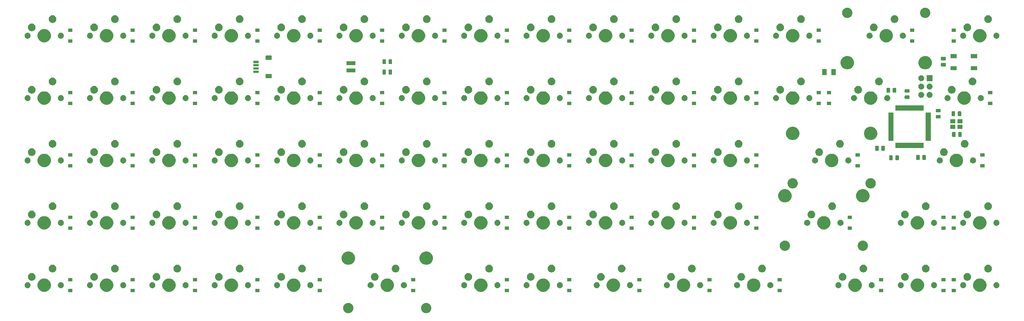
<source format=gbs>
G04 #@! TF.GenerationSoftware,KiCad,Pcbnew,(5.1.4)-1*
G04 #@! TF.CreationDate,2022-05-27T22:51:18-07:00*
G04 #@! TF.ProjectId,bakeneko65ortho,62616b65-6e65-46b6-9f36-356f7274686f,rev?*
G04 #@! TF.SameCoordinates,Original*
G04 #@! TF.FileFunction,Soldermask,Bot*
G04 #@! TF.FilePolarity,Negative*
%FSLAX46Y46*%
G04 Gerber Fmt 4.6, Leading zero omitted, Abs format (unit mm)*
G04 Created by KiCad (PCBNEW (5.1.4)-1) date 2022-05-27 22:51:18*
%MOMM*%
%LPD*%
G04 APERTURE LIST*
%ADD10C,0.100000*%
G04 APERTURE END LIST*
D10*
G36*
X120957267Y-104659013D02*
G01*
X121109411Y-104689276D01*
X121228137Y-104738454D01*
X121396041Y-104808002D01*
X121396042Y-104808003D01*
X121654004Y-104980367D01*
X121873383Y-105199746D01*
X121988553Y-105372111D01*
X122045748Y-105457709D01*
X122164474Y-105744340D01*
X122225000Y-106048625D01*
X122225000Y-106358875D01*
X122164474Y-106663160D01*
X122045748Y-106949791D01*
X122045747Y-106949792D01*
X121873383Y-107207754D01*
X121654004Y-107427133D01*
X121481639Y-107542303D01*
X121396041Y-107599498D01*
X121228137Y-107669046D01*
X121109411Y-107718224D01*
X120957267Y-107748487D01*
X120805125Y-107778750D01*
X120494875Y-107778750D01*
X120342733Y-107748487D01*
X120190589Y-107718224D01*
X120071863Y-107669046D01*
X119903959Y-107599498D01*
X119818361Y-107542303D01*
X119645996Y-107427133D01*
X119426617Y-107207754D01*
X119254253Y-106949792D01*
X119254252Y-106949791D01*
X119135526Y-106663160D01*
X119075000Y-106358875D01*
X119075000Y-106048625D01*
X119135526Y-105744340D01*
X119254252Y-105457709D01*
X119311447Y-105372111D01*
X119426617Y-105199746D01*
X119645996Y-104980367D01*
X119903958Y-104808003D01*
X119903959Y-104808002D01*
X120071863Y-104738454D01*
X120190589Y-104689276D01*
X120342733Y-104659013D01*
X120494875Y-104628750D01*
X120805125Y-104628750D01*
X120957267Y-104659013D01*
X120957267Y-104659013D01*
G37*
G36*
X97144767Y-104659013D02*
G01*
X97296911Y-104689276D01*
X97415637Y-104738454D01*
X97583541Y-104808002D01*
X97583542Y-104808003D01*
X97841504Y-104980367D01*
X98060883Y-105199746D01*
X98176053Y-105372111D01*
X98233248Y-105457709D01*
X98351974Y-105744340D01*
X98412500Y-106048625D01*
X98412500Y-106358875D01*
X98351974Y-106663160D01*
X98233248Y-106949791D01*
X98233247Y-106949792D01*
X98060883Y-107207754D01*
X97841504Y-107427133D01*
X97669139Y-107542303D01*
X97583541Y-107599498D01*
X97415637Y-107669046D01*
X97296911Y-107718224D01*
X97144767Y-107748487D01*
X96992625Y-107778750D01*
X96682375Y-107778750D01*
X96530233Y-107748487D01*
X96378089Y-107718224D01*
X96259363Y-107669046D01*
X96091459Y-107599498D01*
X96005861Y-107542303D01*
X95833496Y-107427133D01*
X95614117Y-107207754D01*
X95441753Y-106949792D01*
X95441752Y-106949791D01*
X95323026Y-106663160D01*
X95262500Y-106358875D01*
X95262500Y-106048625D01*
X95323026Y-105744340D01*
X95441752Y-105457709D01*
X95498947Y-105372111D01*
X95614117Y-105199746D01*
X95833496Y-104980367D01*
X96091458Y-104808003D01*
X96091459Y-104808002D01*
X96259363Y-104738454D01*
X96378089Y-104689276D01*
X96530233Y-104659013D01*
X96682375Y-104628750D01*
X96992625Y-104628750D01*
X97144767Y-104659013D01*
X97144767Y-104659013D01*
G37*
G36*
X69707250Y-101369750D02*
G01*
X68405250Y-101369750D01*
X68405250Y-100367750D01*
X69707250Y-100367750D01*
X69707250Y-101369750D01*
X69707250Y-101369750D01*
G37*
G36*
X282432250Y-101369750D02*
G01*
X281130250Y-101369750D01*
X281130250Y-100367750D01*
X282432250Y-100367750D01*
X282432250Y-101369750D01*
X282432250Y-101369750D01*
G37*
G36*
X12557250Y-101369750D02*
G01*
X11255250Y-101369750D01*
X11255250Y-100367750D01*
X12557250Y-100367750D01*
X12557250Y-101369750D01*
X12557250Y-101369750D01*
G37*
G36*
X31607250Y-101369750D02*
G01*
X30305250Y-101369750D01*
X30305250Y-100367750D01*
X31607250Y-100367750D01*
X31607250Y-101369750D01*
X31607250Y-101369750D01*
G37*
G36*
X50657250Y-101369750D02*
G01*
X49355250Y-101369750D01*
X49355250Y-100367750D01*
X50657250Y-100367750D01*
X50657250Y-101369750D01*
X50657250Y-101369750D01*
G37*
G36*
X88757250Y-101369750D02*
G01*
X87455250Y-101369750D01*
X87455250Y-100367750D01*
X88757250Y-100367750D01*
X88757250Y-101369750D01*
X88757250Y-101369750D01*
G37*
G36*
X117332250Y-101369750D02*
G01*
X116030250Y-101369750D01*
X116030250Y-100367750D01*
X117332250Y-100367750D01*
X117332250Y-101369750D01*
X117332250Y-101369750D01*
G37*
G36*
X164957250Y-101369750D02*
G01*
X163655250Y-101369750D01*
X163655250Y-100367750D01*
X164957250Y-100367750D01*
X164957250Y-101369750D01*
X164957250Y-101369750D01*
G37*
G36*
X186388500Y-101369750D02*
G01*
X185086500Y-101369750D01*
X185086500Y-100367750D01*
X186388500Y-100367750D01*
X186388500Y-101369750D01*
X186388500Y-101369750D01*
G37*
G36*
X207819750Y-101369750D02*
G01*
X206517750Y-101369750D01*
X206517750Y-100367750D01*
X207819750Y-100367750D01*
X207819750Y-101369750D01*
X207819750Y-101369750D01*
G37*
G36*
X229251000Y-101369750D02*
G01*
X227949000Y-101369750D01*
X227949000Y-100367750D01*
X229251000Y-100367750D01*
X229251000Y-101369750D01*
X229251000Y-101369750D01*
G37*
G36*
X260207250Y-101369750D02*
G01*
X258905250Y-101369750D01*
X258905250Y-100367750D01*
X260207250Y-100367750D01*
X260207250Y-101369750D01*
X260207250Y-101369750D01*
G37*
G36*
X145907250Y-101369750D02*
G01*
X144605250Y-101369750D01*
X144605250Y-100367750D01*
X145907250Y-100367750D01*
X145907250Y-101369750D01*
X145907250Y-101369750D01*
G37*
G36*
X279257250Y-101369750D02*
G01*
X277955250Y-101369750D01*
X277955250Y-100367750D01*
X279257250Y-100367750D01*
X279257250Y-101369750D01*
X279257250Y-101369750D01*
G37*
G36*
X137915224Y-97252434D02*
G01*
X138133224Y-97342733D01*
X138287373Y-97406583D01*
X138622298Y-97630373D01*
X138907127Y-97915202D01*
X139130917Y-98250127D01*
X139163312Y-98328336D01*
X139285066Y-98622276D01*
X139363650Y-99017344D01*
X139363650Y-99420156D01*
X139285066Y-99815224D01*
X139234201Y-99938022D01*
X139130917Y-100187373D01*
X138907127Y-100522298D01*
X138622298Y-100807127D01*
X138287373Y-101030917D01*
X138133224Y-101094767D01*
X137915224Y-101185066D01*
X137520156Y-101263650D01*
X137117344Y-101263650D01*
X136722276Y-101185066D01*
X136504276Y-101094767D01*
X136350127Y-101030917D01*
X136015202Y-100807127D01*
X135730373Y-100522298D01*
X135506583Y-100187373D01*
X135403299Y-99938022D01*
X135352434Y-99815224D01*
X135273850Y-99420156D01*
X135273850Y-99017344D01*
X135352434Y-98622276D01*
X135474188Y-98328336D01*
X135506583Y-98250127D01*
X135730373Y-97915202D01*
X136015202Y-97630373D01*
X136350127Y-97406583D01*
X136504276Y-97342733D01*
X136722276Y-97252434D01*
X137117344Y-97173850D01*
X137520156Y-97173850D01*
X137915224Y-97252434D01*
X137915224Y-97252434D01*
G37*
G36*
X290315224Y-97252434D02*
G01*
X290533224Y-97342733D01*
X290687373Y-97406583D01*
X291022298Y-97630373D01*
X291307127Y-97915202D01*
X291530917Y-98250127D01*
X291563312Y-98328336D01*
X291685066Y-98622276D01*
X291763650Y-99017344D01*
X291763650Y-99420156D01*
X291685066Y-99815224D01*
X291634201Y-99938022D01*
X291530917Y-100187373D01*
X291307127Y-100522298D01*
X291022298Y-100807127D01*
X290687373Y-101030917D01*
X290533224Y-101094767D01*
X290315224Y-101185066D01*
X289920156Y-101263650D01*
X289517344Y-101263650D01*
X289122276Y-101185066D01*
X288904276Y-101094767D01*
X288750127Y-101030917D01*
X288415202Y-100807127D01*
X288130373Y-100522298D01*
X287906583Y-100187373D01*
X287803299Y-99938022D01*
X287752434Y-99815224D01*
X287673850Y-99420156D01*
X287673850Y-99017344D01*
X287752434Y-98622276D01*
X287874188Y-98328336D01*
X287906583Y-98250127D01*
X288130373Y-97915202D01*
X288415202Y-97630373D01*
X288750127Y-97406583D01*
X288904276Y-97342733D01*
X289122276Y-97252434D01*
X289517344Y-97173850D01*
X289920156Y-97173850D01*
X290315224Y-97252434D01*
X290315224Y-97252434D01*
G37*
G36*
X4565224Y-97252434D02*
G01*
X4783224Y-97342733D01*
X4937373Y-97406583D01*
X5272298Y-97630373D01*
X5557127Y-97915202D01*
X5780917Y-98250127D01*
X5813312Y-98328336D01*
X5935066Y-98622276D01*
X6013650Y-99017344D01*
X6013650Y-99420156D01*
X5935066Y-99815224D01*
X5884201Y-99938022D01*
X5780917Y-100187373D01*
X5557127Y-100522298D01*
X5272298Y-100807127D01*
X4937373Y-101030917D01*
X4783224Y-101094767D01*
X4565224Y-101185066D01*
X4170156Y-101263650D01*
X3767344Y-101263650D01*
X3372276Y-101185066D01*
X3154276Y-101094767D01*
X3000127Y-101030917D01*
X2665202Y-100807127D01*
X2380373Y-100522298D01*
X2156583Y-100187373D01*
X2053299Y-99938022D01*
X2002434Y-99815224D01*
X1923850Y-99420156D01*
X1923850Y-99017344D01*
X2002434Y-98622276D01*
X2124188Y-98328336D01*
X2156583Y-98250127D01*
X2380373Y-97915202D01*
X2665202Y-97630373D01*
X3000127Y-97406583D01*
X3154276Y-97342733D01*
X3372276Y-97252434D01*
X3767344Y-97173850D01*
X4170156Y-97173850D01*
X4565224Y-97252434D01*
X4565224Y-97252434D01*
G37*
G36*
X23615224Y-97252434D02*
G01*
X23833224Y-97342733D01*
X23987373Y-97406583D01*
X24322298Y-97630373D01*
X24607127Y-97915202D01*
X24830917Y-98250127D01*
X24863312Y-98328336D01*
X24985066Y-98622276D01*
X25063650Y-99017344D01*
X25063650Y-99420156D01*
X24985066Y-99815224D01*
X24934201Y-99938022D01*
X24830917Y-100187373D01*
X24607127Y-100522298D01*
X24322298Y-100807127D01*
X23987373Y-101030917D01*
X23833224Y-101094767D01*
X23615224Y-101185066D01*
X23220156Y-101263650D01*
X22817344Y-101263650D01*
X22422276Y-101185066D01*
X22204276Y-101094767D01*
X22050127Y-101030917D01*
X21715202Y-100807127D01*
X21430373Y-100522298D01*
X21206583Y-100187373D01*
X21103299Y-99938022D01*
X21052434Y-99815224D01*
X20973850Y-99420156D01*
X20973850Y-99017344D01*
X21052434Y-98622276D01*
X21174188Y-98328336D01*
X21206583Y-98250127D01*
X21430373Y-97915202D01*
X21715202Y-97630373D01*
X22050127Y-97406583D01*
X22204276Y-97342733D01*
X22422276Y-97252434D01*
X22817344Y-97173850D01*
X23220156Y-97173850D01*
X23615224Y-97252434D01*
X23615224Y-97252434D01*
G37*
G36*
X42665224Y-97252434D02*
G01*
X42883224Y-97342733D01*
X43037373Y-97406583D01*
X43372298Y-97630373D01*
X43657127Y-97915202D01*
X43880917Y-98250127D01*
X43913312Y-98328336D01*
X44035066Y-98622276D01*
X44113650Y-99017344D01*
X44113650Y-99420156D01*
X44035066Y-99815224D01*
X43984201Y-99938022D01*
X43880917Y-100187373D01*
X43657127Y-100522298D01*
X43372298Y-100807127D01*
X43037373Y-101030917D01*
X42883224Y-101094767D01*
X42665224Y-101185066D01*
X42270156Y-101263650D01*
X41867344Y-101263650D01*
X41472276Y-101185066D01*
X41254276Y-101094767D01*
X41100127Y-101030917D01*
X40765202Y-100807127D01*
X40480373Y-100522298D01*
X40256583Y-100187373D01*
X40153299Y-99938022D01*
X40102434Y-99815224D01*
X40023850Y-99420156D01*
X40023850Y-99017344D01*
X40102434Y-98622276D01*
X40224188Y-98328336D01*
X40256583Y-98250127D01*
X40480373Y-97915202D01*
X40765202Y-97630373D01*
X41100127Y-97406583D01*
X41254276Y-97342733D01*
X41472276Y-97252434D01*
X41867344Y-97173850D01*
X42270156Y-97173850D01*
X42665224Y-97252434D01*
X42665224Y-97252434D01*
G37*
G36*
X61715224Y-97252434D02*
G01*
X61933224Y-97342733D01*
X62087373Y-97406583D01*
X62422298Y-97630373D01*
X62707127Y-97915202D01*
X62930917Y-98250127D01*
X62963312Y-98328336D01*
X63085066Y-98622276D01*
X63163650Y-99017344D01*
X63163650Y-99420156D01*
X63085066Y-99815224D01*
X63034201Y-99938022D01*
X62930917Y-100187373D01*
X62707127Y-100522298D01*
X62422298Y-100807127D01*
X62087373Y-101030917D01*
X61933224Y-101094767D01*
X61715224Y-101185066D01*
X61320156Y-101263650D01*
X60917344Y-101263650D01*
X60522276Y-101185066D01*
X60304276Y-101094767D01*
X60150127Y-101030917D01*
X59815202Y-100807127D01*
X59530373Y-100522298D01*
X59306583Y-100187373D01*
X59203299Y-99938022D01*
X59152434Y-99815224D01*
X59073850Y-99420156D01*
X59073850Y-99017344D01*
X59152434Y-98622276D01*
X59274188Y-98328336D01*
X59306583Y-98250127D01*
X59530373Y-97915202D01*
X59815202Y-97630373D01*
X60150127Y-97406583D01*
X60304276Y-97342733D01*
X60522276Y-97252434D01*
X60917344Y-97173850D01*
X61320156Y-97173850D01*
X61715224Y-97252434D01*
X61715224Y-97252434D01*
G37*
G36*
X80765224Y-97252434D02*
G01*
X80983224Y-97342733D01*
X81137373Y-97406583D01*
X81472298Y-97630373D01*
X81757127Y-97915202D01*
X81980917Y-98250127D01*
X82013312Y-98328336D01*
X82135066Y-98622276D01*
X82213650Y-99017344D01*
X82213650Y-99420156D01*
X82135066Y-99815224D01*
X82084201Y-99938022D01*
X81980917Y-100187373D01*
X81757127Y-100522298D01*
X81472298Y-100807127D01*
X81137373Y-101030917D01*
X80983224Y-101094767D01*
X80765224Y-101185066D01*
X80370156Y-101263650D01*
X79967344Y-101263650D01*
X79572276Y-101185066D01*
X79354276Y-101094767D01*
X79200127Y-101030917D01*
X78865202Y-100807127D01*
X78580373Y-100522298D01*
X78356583Y-100187373D01*
X78253299Y-99938022D01*
X78202434Y-99815224D01*
X78123850Y-99420156D01*
X78123850Y-99017344D01*
X78202434Y-98622276D01*
X78324188Y-98328336D01*
X78356583Y-98250127D01*
X78580373Y-97915202D01*
X78865202Y-97630373D01*
X79200127Y-97406583D01*
X79354276Y-97342733D01*
X79572276Y-97252434D01*
X79967344Y-97173850D01*
X80370156Y-97173850D01*
X80765224Y-97252434D01*
X80765224Y-97252434D01*
G37*
G36*
X271265224Y-97252434D02*
G01*
X271483224Y-97342733D01*
X271637373Y-97406583D01*
X271972298Y-97630373D01*
X272257127Y-97915202D01*
X272480917Y-98250127D01*
X272513312Y-98328336D01*
X272635066Y-98622276D01*
X272713650Y-99017344D01*
X272713650Y-99420156D01*
X272635066Y-99815224D01*
X272584201Y-99938022D01*
X272480917Y-100187373D01*
X272257127Y-100522298D01*
X271972298Y-100807127D01*
X271637373Y-101030917D01*
X271483224Y-101094767D01*
X271265224Y-101185066D01*
X270870156Y-101263650D01*
X270467344Y-101263650D01*
X270072276Y-101185066D01*
X269854276Y-101094767D01*
X269700127Y-101030917D01*
X269365202Y-100807127D01*
X269080373Y-100522298D01*
X268856583Y-100187373D01*
X268753299Y-99938022D01*
X268702434Y-99815224D01*
X268623850Y-99420156D01*
X268623850Y-99017344D01*
X268702434Y-98622276D01*
X268824188Y-98328336D01*
X268856583Y-98250127D01*
X269080373Y-97915202D01*
X269365202Y-97630373D01*
X269700127Y-97406583D01*
X269854276Y-97342733D01*
X270072276Y-97252434D01*
X270467344Y-97173850D01*
X270870156Y-97173850D01*
X271265224Y-97252434D01*
X271265224Y-97252434D01*
G37*
G36*
X156965224Y-97252434D02*
G01*
X157183224Y-97342733D01*
X157337373Y-97406583D01*
X157672298Y-97630373D01*
X157957127Y-97915202D01*
X158180917Y-98250127D01*
X158213312Y-98328336D01*
X158335066Y-98622276D01*
X158413650Y-99017344D01*
X158413650Y-99420156D01*
X158335066Y-99815224D01*
X158284201Y-99938022D01*
X158180917Y-100187373D01*
X157957127Y-100522298D01*
X157672298Y-100807127D01*
X157337373Y-101030917D01*
X157183224Y-101094767D01*
X156965224Y-101185066D01*
X156570156Y-101263650D01*
X156167344Y-101263650D01*
X155772276Y-101185066D01*
X155554276Y-101094767D01*
X155400127Y-101030917D01*
X155065202Y-100807127D01*
X154780373Y-100522298D01*
X154556583Y-100187373D01*
X154453299Y-99938022D01*
X154402434Y-99815224D01*
X154323850Y-99420156D01*
X154323850Y-99017344D01*
X154402434Y-98622276D01*
X154524188Y-98328336D01*
X154556583Y-98250127D01*
X154780373Y-97915202D01*
X155065202Y-97630373D01*
X155400127Y-97406583D01*
X155554276Y-97342733D01*
X155772276Y-97252434D01*
X156167344Y-97173850D01*
X156570156Y-97173850D01*
X156965224Y-97252434D01*
X156965224Y-97252434D01*
G37*
G36*
X178396474Y-97252434D02*
G01*
X178614474Y-97342733D01*
X178768623Y-97406583D01*
X179103548Y-97630373D01*
X179388377Y-97915202D01*
X179612167Y-98250127D01*
X179644562Y-98328336D01*
X179766316Y-98622276D01*
X179844900Y-99017344D01*
X179844900Y-99420156D01*
X179766316Y-99815224D01*
X179715451Y-99938022D01*
X179612167Y-100187373D01*
X179388377Y-100522298D01*
X179103548Y-100807127D01*
X178768623Y-101030917D01*
X178614474Y-101094767D01*
X178396474Y-101185066D01*
X178001406Y-101263650D01*
X177598594Y-101263650D01*
X177203526Y-101185066D01*
X176985526Y-101094767D01*
X176831377Y-101030917D01*
X176496452Y-100807127D01*
X176211623Y-100522298D01*
X175987833Y-100187373D01*
X175884549Y-99938022D01*
X175833684Y-99815224D01*
X175755100Y-99420156D01*
X175755100Y-99017344D01*
X175833684Y-98622276D01*
X175955438Y-98328336D01*
X175987833Y-98250127D01*
X176211623Y-97915202D01*
X176496452Y-97630373D01*
X176831377Y-97406583D01*
X176985526Y-97342733D01*
X177203526Y-97252434D01*
X177598594Y-97173850D01*
X178001406Y-97173850D01*
X178396474Y-97252434D01*
X178396474Y-97252434D01*
G37*
G36*
X199827724Y-97252434D02*
G01*
X200045724Y-97342733D01*
X200199873Y-97406583D01*
X200534798Y-97630373D01*
X200819627Y-97915202D01*
X201043417Y-98250127D01*
X201075812Y-98328336D01*
X201197566Y-98622276D01*
X201276150Y-99017344D01*
X201276150Y-99420156D01*
X201197566Y-99815224D01*
X201146701Y-99938022D01*
X201043417Y-100187373D01*
X200819627Y-100522298D01*
X200534798Y-100807127D01*
X200199873Y-101030917D01*
X200045724Y-101094767D01*
X199827724Y-101185066D01*
X199432656Y-101263650D01*
X199029844Y-101263650D01*
X198634776Y-101185066D01*
X198416776Y-101094767D01*
X198262627Y-101030917D01*
X197927702Y-100807127D01*
X197642873Y-100522298D01*
X197419083Y-100187373D01*
X197315799Y-99938022D01*
X197264934Y-99815224D01*
X197186350Y-99420156D01*
X197186350Y-99017344D01*
X197264934Y-98622276D01*
X197386688Y-98328336D01*
X197419083Y-98250127D01*
X197642873Y-97915202D01*
X197927702Y-97630373D01*
X198262627Y-97406583D01*
X198416776Y-97342733D01*
X198634776Y-97252434D01*
X199029844Y-97173850D01*
X199432656Y-97173850D01*
X199827724Y-97252434D01*
X199827724Y-97252434D01*
G37*
G36*
X221258974Y-97252434D02*
G01*
X221476974Y-97342733D01*
X221631123Y-97406583D01*
X221966048Y-97630373D01*
X222250877Y-97915202D01*
X222474667Y-98250127D01*
X222507062Y-98328336D01*
X222628816Y-98622276D01*
X222707400Y-99017344D01*
X222707400Y-99420156D01*
X222628816Y-99815224D01*
X222577951Y-99938022D01*
X222474667Y-100187373D01*
X222250877Y-100522298D01*
X221966048Y-100807127D01*
X221631123Y-101030917D01*
X221476974Y-101094767D01*
X221258974Y-101185066D01*
X220863906Y-101263650D01*
X220461094Y-101263650D01*
X220066026Y-101185066D01*
X219848026Y-101094767D01*
X219693877Y-101030917D01*
X219358952Y-100807127D01*
X219074123Y-100522298D01*
X218850333Y-100187373D01*
X218747049Y-99938022D01*
X218696184Y-99815224D01*
X218617600Y-99420156D01*
X218617600Y-99017344D01*
X218696184Y-98622276D01*
X218817938Y-98328336D01*
X218850333Y-98250127D01*
X219074123Y-97915202D01*
X219358952Y-97630373D01*
X219693877Y-97406583D01*
X219848026Y-97342733D01*
X220066026Y-97252434D01*
X220461094Y-97173850D01*
X220863906Y-97173850D01*
X221258974Y-97252434D01*
X221258974Y-97252434D01*
G37*
G36*
X252215224Y-97252434D02*
G01*
X252433224Y-97342733D01*
X252587373Y-97406583D01*
X252922298Y-97630373D01*
X253207127Y-97915202D01*
X253430917Y-98250127D01*
X253463312Y-98328336D01*
X253585066Y-98622276D01*
X253663650Y-99017344D01*
X253663650Y-99420156D01*
X253585066Y-99815224D01*
X253534201Y-99938022D01*
X253430917Y-100187373D01*
X253207127Y-100522298D01*
X252922298Y-100807127D01*
X252587373Y-101030917D01*
X252433224Y-101094767D01*
X252215224Y-101185066D01*
X251820156Y-101263650D01*
X251417344Y-101263650D01*
X251022276Y-101185066D01*
X250804276Y-101094767D01*
X250650127Y-101030917D01*
X250315202Y-100807127D01*
X250030373Y-100522298D01*
X249806583Y-100187373D01*
X249703299Y-99938022D01*
X249652434Y-99815224D01*
X249573850Y-99420156D01*
X249573850Y-99017344D01*
X249652434Y-98622276D01*
X249774188Y-98328336D01*
X249806583Y-98250127D01*
X250030373Y-97915202D01*
X250315202Y-97630373D01*
X250650127Y-97406583D01*
X250804276Y-97342733D01*
X251022276Y-97252434D01*
X251417344Y-97173850D01*
X251820156Y-97173850D01*
X252215224Y-97252434D01*
X252215224Y-97252434D01*
G37*
G36*
X109340224Y-97252434D02*
G01*
X109558224Y-97342733D01*
X109712373Y-97406583D01*
X110047298Y-97630373D01*
X110332127Y-97915202D01*
X110555917Y-98250127D01*
X110588312Y-98328336D01*
X110710066Y-98622276D01*
X110788650Y-99017344D01*
X110788650Y-99420156D01*
X110710066Y-99815224D01*
X110659201Y-99938022D01*
X110555917Y-100187373D01*
X110332127Y-100522298D01*
X110047298Y-100807127D01*
X109712373Y-101030917D01*
X109558224Y-101094767D01*
X109340224Y-101185066D01*
X108945156Y-101263650D01*
X108542344Y-101263650D01*
X108147276Y-101185066D01*
X107929276Y-101094767D01*
X107775127Y-101030917D01*
X107440202Y-100807127D01*
X107155373Y-100522298D01*
X106931583Y-100187373D01*
X106828299Y-99938022D01*
X106777434Y-99815224D01*
X106698850Y-99420156D01*
X106698850Y-99017344D01*
X106777434Y-98622276D01*
X106899188Y-98328336D01*
X106931583Y-98250127D01*
X107155373Y-97915202D01*
X107440202Y-97630373D01*
X107775127Y-97406583D01*
X107929276Y-97342733D01*
X108147276Y-97252434D01*
X108542344Y-97173850D01*
X108945156Y-97173850D01*
X109340224Y-97252434D01*
X109340224Y-97252434D01*
G37*
G36*
X103933854Y-98328335D02*
G01*
X104102376Y-98398139D01*
X104254041Y-98499478D01*
X104383022Y-98628459D01*
X104484361Y-98780124D01*
X104554165Y-98948646D01*
X104589750Y-99127547D01*
X104589750Y-99309953D01*
X104554165Y-99488854D01*
X104484361Y-99657376D01*
X104383022Y-99809041D01*
X104254041Y-99938022D01*
X104102376Y-100039361D01*
X103933854Y-100109165D01*
X103754953Y-100144750D01*
X103572547Y-100144750D01*
X103393646Y-100109165D01*
X103225124Y-100039361D01*
X103073459Y-99938022D01*
X102944478Y-99809041D01*
X102843139Y-99657376D01*
X102773335Y-99488854D01*
X102737750Y-99309953D01*
X102737750Y-99127547D01*
X102773335Y-98948646D01*
X102843139Y-98780124D01*
X102944478Y-98628459D01*
X103073459Y-98499478D01*
X103225124Y-98398139D01*
X103393646Y-98328335D01*
X103572547Y-98292750D01*
X103754953Y-98292750D01*
X103933854Y-98328335D01*
X103933854Y-98328335D01*
G37*
G36*
X142668854Y-98328335D02*
G01*
X142837376Y-98398139D01*
X142989041Y-98499478D01*
X143118022Y-98628459D01*
X143219361Y-98780124D01*
X143289165Y-98948646D01*
X143324750Y-99127547D01*
X143324750Y-99309953D01*
X143289165Y-99488854D01*
X143219361Y-99657376D01*
X143118022Y-99809041D01*
X142989041Y-99938022D01*
X142837376Y-100039361D01*
X142668854Y-100109165D01*
X142489953Y-100144750D01*
X142307547Y-100144750D01*
X142128646Y-100109165D01*
X141960124Y-100039361D01*
X141808459Y-99938022D01*
X141679478Y-99809041D01*
X141578139Y-99657376D01*
X141508335Y-99488854D01*
X141472750Y-99309953D01*
X141472750Y-99127547D01*
X141508335Y-98948646D01*
X141578139Y-98780124D01*
X141679478Y-98628459D01*
X141808459Y-98499478D01*
X141960124Y-98398139D01*
X142128646Y-98328335D01*
X142307547Y-98292750D01*
X142489953Y-98292750D01*
X142668854Y-98328335D01*
X142668854Y-98328335D01*
G37*
G36*
X151558854Y-98328335D02*
G01*
X151727376Y-98398139D01*
X151879041Y-98499478D01*
X152008022Y-98628459D01*
X152109361Y-98780124D01*
X152179165Y-98948646D01*
X152214750Y-99127547D01*
X152214750Y-99309953D01*
X152179165Y-99488854D01*
X152109361Y-99657376D01*
X152008022Y-99809041D01*
X151879041Y-99938022D01*
X151727376Y-100039361D01*
X151558854Y-100109165D01*
X151379953Y-100144750D01*
X151197547Y-100144750D01*
X151018646Y-100109165D01*
X150850124Y-100039361D01*
X150698459Y-99938022D01*
X150569478Y-99809041D01*
X150468139Y-99657376D01*
X150398335Y-99488854D01*
X150362750Y-99309953D01*
X150362750Y-99127547D01*
X150398335Y-98948646D01*
X150468139Y-98780124D01*
X150569478Y-98628459D01*
X150698459Y-98499478D01*
X150850124Y-98398139D01*
X151018646Y-98328335D01*
X151197547Y-98292750D01*
X151379953Y-98292750D01*
X151558854Y-98328335D01*
X151558854Y-98328335D01*
G37*
G36*
X215852604Y-98328335D02*
G01*
X216021126Y-98398139D01*
X216172791Y-98499478D01*
X216301772Y-98628459D01*
X216403111Y-98780124D01*
X216472915Y-98948646D01*
X216508500Y-99127547D01*
X216508500Y-99309953D01*
X216472915Y-99488854D01*
X216403111Y-99657376D01*
X216301772Y-99809041D01*
X216172791Y-99938022D01*
X216021126Y-100039361D01*
X215852604Y-100109165D01*
X215673703Y-100144750D01*
X215491297Y-100144750D01*
X215312396Y-100109165D01*
X215143874Y-100039361D01*
X214992209Y-99938022D01*
X214863228Y-99809041D01*
X214761889Y-99657376D01*
X214692085Y-99488854D01*
X214656500Y-99309953D01*
X214656500Y-99127547D01*
X214692085Y-98948646D01*
X214761889Y-98780124D01*
X214863228Y-98628459D01*
X214992209Y-98499478D01*
X215143874Y-98398139D01*
X215312396Y-98328335D01*
X215491297Y-98292750D01*
X215673703Y-98292750D01*
X215852604Y-98328335D01*
X215852604Y-98328335D01*
G37*
G36*
X226012604Y-98328335D02*
G01*
X226181126Y-98398139D01*
X226332791Y-98499478D01*
X226461772Y-98628459D01*
X226563111Y-98780124D01*
X226632915Y-98948646D01*
X226668500Y-99127547D01*
X226668500Y-99309953D01*
X226632915Y-99488854D01*
X226563111Y-99657376D01*
X226461772Y-99809041D01*
X226332791Y-99938022D01*
X226181126Y-100039361D01*
X226012604Y-100109165D01*
X225833703Y-100144750D01*
X225651297Y-100144750D01*
X225472396Y-100109165D01*
X225303874Y-100039361D01*
X225152209Y-99938022D01*
X225023228Y-99809041D01*
X224921889Y-99657376D01*
X224852085Y-99488854D01*
X224816500Y-99309953D01*
X224816500Y-99127547D01*
X224852085Y-98948646D01*
X224921889Y-98780124D01*
X225023228Y-98628459D01*
X225152209Y-98499478D01*
X225303874Y-98398139D01*
X225472396Y-98328335D01*
X225651297Y-98292750D01*
X225833703Y-98292750D01*
X226012604Y-98328335D01*
X226012604Y-98328335D01*
G37*
G36*
X161718854Y-98328335D02*
G01*
X161887376Y-98398139D01*
X162039041Y-98499478D01*
X162168022Y-98628459D01*
X162269361Y-98780124D01*
X162339165Y-98948646D01*
X162374750Y-99127547D01*
X162374750Y-99309953D01*
X162339165Y-99488854D01*
X162269361Y-99657376D01*
X162168022Y-99809041D01*
X162039041Y-99938022D01*
X161887376Y-100039361D01*
X161718854Y-100109165D01*
X161539953Y-100144750D01*
X161357547Y-100144750D01*
X161178646Y-100109165D01*
X161010124Y-100039361D01*
X160858459Y-99938022D01*
X160729478Y-99809041D01*
X160628139Y-99657376D01*
X160558335Y-99488854D01*
X160522750Y-99309953D01*
X160522750Y-99127547D01*
X160558335Y-98948646D01*
X160628139Y-98780124D01*
X160729478Y-98628459D01*
X160858459Y-98499478D01*
X161010124Y-98398139D01*
X161178646Y-98328335D01*
X161357547Y-98292750D01*
X161539953Y-98292750D01*
X161718854Y-98328335D01*
X161718854Y-98328335D01*
G37*
G36*
X194421354Y-98328335D02*
G01*
X194589876Y-98398139D01*
X194741541Y-98499478D01*
X194870522Y-98628459D01*
X194971861Y-98780124D01*
X195041665Y-98948646D01*
X195077250Y-99127547D01*
X195077250Y-99309953D01*
X195041665Y-99488854D01*
X194971861Y-99657376D01*
X194870522Y-99809041D01*
X194741541Y-99938022D01*
X194589876Y-100039361D01*
X194421354Y-100109165D01*
X194242453Y-100144750D01*
X194060047Y-100144750D01*
X193881146Y-100109165D01*
X193712624Y-100039361D01*
X193560959Y-99938022D01*
X193431978Y-99809041D01*
X193330639Y-99657376D01*
X193260835Y-99488854D01*
X193225250Y-99309953D01*
X193225250Y-99127547D01*
X193260835Y-98948646D01*
X193330639Y-98780124D01*
X193431978Y-98628459D01*
X193560959Y-98499478D01*
X193712624Y-98398139D01*
X193881146Y-98328335D01*
X194060047Y-98292750D01*
X194242453Y-98292750D01*
X194421354Y-98328335D01*
X194421354Y-98328335D01*
G37*
G36*
X204581354Y-98328335D02*
G01*
X204749876Y-98398139D01*
X204901541Y-98499478D01*
X205030522Y-98628459D01*
X205131861Y-98780124D01*
X205201665Y-98948646D01*
X205237250Y-99127547D01*
X205237250Y-99309953D01*
X205201665Y-99488854D01*
X205131861Y-99657376D01*
X205030522Y-99809041D01*
X204901541Y-99938022D01*
X204749876Y-100039361D01*
X204581354Y-100109165D01*
X204402453Y-100144750D01*
X204220047Y-100144750D01*
X204041146Y-100109165D01*
X203872624Y-100039361D01*
X203720959Y-99938022D01*
X203591978Y-99809041D01*
X203490639Y-99657376D01*
X203420835Y-99488854D01*
X203385250Y-99309953D01*
X203385250Y-99127547D01*
X203420835Y-98948646D01*
X203490639Y-98780124D01*
X203591978Y-98628459D01*
X203720959Y-98499478D01*
X203872624Y-98398139D01*
X204041146Y-98328335D01*
X204220047Y-98292750D01*
X204402453Y-98292750D01*
X204581354Y-98328335D01*
X204581354Y-98328335D01*
G37*
G36*
X172990104Y-98328335D02*
G01*
X173158626Y-98398139D01*
X173310291Y-98499478D01*
X173439272Y-98628459D01*
X173540611Y-98780124D01*
X173610415Y-98948646D01*
X173646000Y-99127547D01*
X173646000Y-99309953D01*
X173610415Y-99488854D01*
X173540611Y-99657376D01*
X173439272Y-99809041D01*
X173310291Y-99938022D01*
X173158626Y-100039361D01*
X172990104Y-100109165D01*
X172811203Y-100144750D01*
X172628797Y-100144750D01*
X172449896Y-100109165D01*
X172281374Y-100039361D01*
X172129709Y-99938022D01*
X172000728Y-99809041D01*
X171899389Y-99657376D01*
X171829585Y-99488854D01*
X171794000Y-99309953D01*
X171794000Y-99127547D01*
X171829585Y-98948646D01*
X171899389Y-98780124D01*
X172000728Y-98628459D01*
X172129709Y-98499478D01*
X172281374Y-98398139D01*
X172449896Y-98328335D01*
X172628797Y-98292750D01*
X172811203Y-98292750D01*
X172990104Y-98328335D01*
X172990104Y-98328335D01*
G37*
G36*
X114093854Y-98328335D02*
G01*
X114262376Y-98398139D01*
X114414041Y-98499478D01*
X114543022Y-98628459D01*
X114644361Y-98780124D01*
X114714165Y-98948646D01*
X114749750Y-99127547D01*
X114749750Y-99309953D01*
X114714165Y-99488854D01*
X114644361Y-99657376D01*
X114543022Y-99809041D01*
X114414041Y-99938022D01*
X114262376Y-100039361D01*
X114093854Y-100109165D01*
X113914953Y-100144750D01*
X113732547Y-100144750D01*
X113553646Y-100109165D01*
X113385124Y-100039361D01*
X113233459Y-99938022D01*
X113104478Y-99809041D01*
X113003139Y-99657376D01*
X112933335Y-99488854D01*
X112897750Y-99309953D01*
X112897750Y-99127547D01*
X112933335Y-98948646D01*
X113003139Y-98780124D01*
X113104478Y-98628459D01*
X113233459Y-98499478D01*
X113385124Y-98398139D01*
X113553646Y-98328335D01*
X113732547Y-98292750D01*
X113914953Y-98292750D01*
X114093854Y-98328335D01*
X114093854Y-98328335D01*
G37*
G36*
X183150104Y-98328335D02*
G01*
X183318626Y-98398139D01*
X183470291Y-98499478D01*
X183599272Y-98628459D01*
X183700611Y-98780124D01*
X183770415Y-98948646D01*
X183806000Y-99127547D01*
X183806000Y-99309953D01*
X183770415Y-99488854D01*
X183700611Y-99657376D01*
X183599272Y-99809041D01*
X183470291Y-99938022D01*
X183318626Y-100039361D01*
X183150104Y-100109165D01*
X182971203Y-100144750D01*
X182788797Y-100144750D01*
X182609896Y-100109165D01*
X182441374Y-100039361D01*
X182289709Y-99938022D01*
X182160728Y-99809041D01*
X182059389Y-99657376D01*
X181989585Y-99488854D01*
X181954000Y-99309953D01*
X181954000Y-99127547D01*
X181989585Y-98948646D01*
X182059389Y-98780124D01*
X182160728Y-98628459D01*
X182289709Y-98499478D01*
X182441374Y-98398139D01*
X182609896Y-98328335D01*
X182788797Y-98292750D01*
X182971203Y-98292750D01*
X183150104Y-98328335D01*
X183150104Y-98328335D01*
G37*
G36*
X9318854Y-98328335D02*
G01*
X9487376Y-98398139D01*
X9639041Y-98499478D01*
X9768022Y-98628459D01*
X9869361Y-98780124D01*
X9939165Y-98948646D01*
X9974750Y-99127547D01*
X9974750Y-99309953D01*
X9939165Y-99488854D01*
X9869361Y-99657376D01*
X9768022Y-99809041D01*
X9639041Y-99938022D01*
X9487376Y-100039361D01*
X9318854Y-100109165D01*
X9139953Y-100144750D01*
X8957547Y-100144750D01*
X8778646Y-100109165D01*
X8610124Y-100039361D01*
X8458459Y-99938022D01*
X8329478Y-99809041D01*
X8228139Y-99657376D01*
X8158335Y-99488854D01*
X8122750Y-99309953D01*
X8122750Y-99127547D01*
X8158335Y-98948646D01*
X8228139Y-98780124D01*
X8329478Y-98628459D01*
X8458459Y-98499478D01*
X8610124Y-98398139D01*
X8778646Y-98328335D01*
X8957547Y-98292750D01*
X9139953Y-98292750D01*
X9318854Y-98328335D01*
X9318854Y-98328335D01*
G37*
G36*
X-841146Y-98328335D02*
G01*
X-672624Y-98398139D01*
X-520959Y-98499478D01*
X-391978Y-98628459D01*
X-290639Y-98780124D01*
X-220835Y-98948646D01*
X-185250Y-99127547D01*
X-185250Y-99309953D01*
X-220835Y-99488854D01*
X-290639Y-99657376D01*
X-391978Y-99809041D01*
X-520959Y-99938022D01*
X-672624Y-100039361D01*
X-841146Y-100109165D01*
X-1020047Y-100144750D01*
X-1202453Y-100144750D01*
X-1381354Y-100109165D01*
X-1549876Y-100039361D01*
X-1701541Y-99938022D01*
X-1830522Y-99809041D01*
X-1931861Y-99657376D01*
X-2001665Y-99488854D01*
X-2037250Y-99309953D01*
X-2037250Y-99127547D01*
X-2001665Y-98948646D01*
X-1931861Y-98780124D01*
X-1830522Y-98628459D01*
X-1701541Y-98499478D01*
X-1549876Y-98398139D01*
X-1381354Y-98328335D01*
X-1202453Y-98292750D01*
X-1020047Y-98292750D01*
X-841146Y-98328335D01*
X-841146Y-98328335D01*
G37*
G36*
X276018854Y-98328335D02*
G01*
X276187376Y-98398139D01*
X276339041Y-98499478D01*
X276468022Y-98628459D01*
X276569361Y-98780124D01*
X276639165Y-98948646D01*
X276674750Y-99127547D01*
X276674750Y-99309953D01*
X276639165Y-99488854D01*
X276569361Y-99657376D01*
X276468022Y-99809041D01*
X276339041Y-99938022D01*
X276187376Y-100039361D01*
X276018854Y-100109165D01*
X275839953Y-100144750D01*
X275657547Y-100144750D01*
X275478646Y-100109165D01*
X275310124Y-100039361D01*
X275158459Y-99938022D01*
X275029478Y-99809041D01*
X274928139Y-99657376D01*
X274858335Y-99488854D01*
X274822750Y-99309953D01*
X274822750Y-99127547D01*
X274858335Y-98948646D01*
X274928139Y-98780124D01*
X275029478Y-98628459D01*
X275158459Y-98499478D01*
X275310124Y-98398139D01*
X275478646Y-98328335D01*
X275657547Y-98292750D01*
X275839953Y-98292750D01*
X276018854Y-98328335D01*
X276018854Y-98328335D01*
G37*
G36*
X18208854Y-98328335D02*
G01*
X18377376Y-98398139D01*
X18529041Y-98499478D01*
X18658022Y-98628459D01*
X18759361Y-98780124D01*
X18829165Y-98948646D01*
X18864750Y-99127547D01*
X18864750Y-99309953D01*
X18829165Y-99488854D01*
X18759361Y-99657376D01*
X18658022Y-99809041D01*
X18529041Y-99938022D01*
X18377376Y-100039361D01*
X18208854Y-100109165D01*
X18029953Y-100144750D01*
X17847547Y-100144750D01*
X17668646Y-100109165D01*
X17500124Y-100039361D01*
X17348459Y-99938022D01*
X17219478Y-99809041D01*
X17118139Y-99657376D01*
X17048335Y-99488854D01*
X17012750Y-99309953D01*
X17012750Y-99127547D01*
X17048335Y-98948646D01*
X17118139Y-98780124D01*
X17219478Y-98628459D01*
X17348459Y-98499478D01*
X17500124Y-98398139D01*
X17668646Y-98328335D01*
X17847547Y-98292750D01*
X18029953Y-98292750D01*
X18208854Y-98328335D01*
X18208854Y-98328335D01*
G37*
G36*
X28368854Y-98328335D02*
G01*
X28537376Y-98398139D01*
X28689041Y-98499478D01*
X28818022Y-98628459D01*
X28919361Y-98780124D01*
X28989165Y-98948646D01*
X29024750Y-99127547D01*
X29024750Y-99309953D01*
X28989165Y-99488854D01*
X28919361Y-99657376D01*
X28818022Y-99809041D01*
X28689041Y-99938022D01*
X28537376Y-100039361D01*
X28368854Y-100109165D01*
X28189953Y-100144750D01*
X28007547Y-100144750D01*
X27828646Y-100109165D01*
X27660124Y-100039361D01*
X27508459Y-99938022D01*
X27379478Y-99809041D01*
X27278139Y-99657376D01*
X27208335Y-99488854D01*
X27172750Y-99309953D01*
X27172750Y-99127547D01*
X27208335Y-98948646D01*
X27278139Y-98780124D01*
X27379478Y-98628459D01*
X27508459Y-98499478D01*
X27660124Y-98398139D01*
X27828646Y-98328335D01*
X28007547Y-98292750D01*
X28189953Y-98292750D01*
X28368854Y-98328335D01*
X28368854Y-98328335D01*
G37*
G36*
X85518854Y-98328335D02*
G01*
X85687376Y-98398139D01*
X85839041Y-98499478D01*
X85968022Y-98628459D01*
X86069361Y-98780124D01*
X86139165Y-98948646D01*
X86174750Y-99127547D01*
X86174750Y-99309953D01*
X86139165Y-99488854D01*
X86069361Y-99657376D01*
X85968022Y-99809041D01*
X85839041Y-99938022D01*
X85687376Y-100039361D01*
X85518854Y-100109165D01*
X85339953Y-100144750D01*
X85157547Y-100144750D01*
X84978646Y-100109165D01*
X84810124Y-100039361D01*
X84658459Y-99938022D01*
X84529478Y-99809041D01*
X84428139Y-99657376D01*
X84358335Y-99488854D01*
X84322750Y-99309953D01*
X84322750Y-99127547D01*
X84358335Y-98948646D01*
X84428139Y-98780124D01*
X84529478Y-98628459D01*
X84658459Y-98499478D01*
X84810124Y-98398139D01*
X84978646Y-98328335D01*
X85157547Y-98292750D01*
X85339953Y-98292750D01*
X85518854Y-98328335D01*
X85518854Y-98328335D01*
G37*
G36*
X256968854Y-98328335D02*
G01*
X257137376Y-98398139D01*
X257289041Y-98499478D01*
X257418022Y-98628459D01*
X257519361Y-98780124D01*
X257589165Y-98948646D01*
X257624750Y-99127547D01*
X257624750Y-99309953D01*
X257589165Y-99488854D01*
X257519361Y-99657376D01*
X257418022Y-99809041D01*
X257289041Y-99938022D01*
X257137376Y-100039361D01*
X256968854Y-100109165D01*
X256789953Y-100144750D01*
X256607547Y-100144750D01*
X256428646Y-100109165D01*
X256260124Y-100039361D01*
X256108459Y-99938022D01*
X255979478Y-99809041D01*
X255878139Y-99657376D01*
X255808335Y-99488854D01*
X255772750Y-99309953D01*
X255772750Y-99127547D01*
X255808335Y-98948646D01*
X255878139Y-98780124D01*
X255979478Y-98628459D01*
X256108459Y-98499478D01*
X256260124Y-98398139D01*
X256428646Y-98328335D01*
X256607547Y-98292750D01*
X256789953Y-98292750D01*
X256968854Y-98328335D01*
X256968854Y-98328335D01*
G37*
G36*
X132508854Y-98328335D02*
G01*
X132677376Y-98398139D01*
X132829041Y-98499478D01*
X132958022Y-98628459D01*
X133059361Y-98780124D01*
X133129165Y-98948646D01*
X133164750Y-99127547D01*
X133164750Y-99309953D01*
X133129165Y-99488854D01*
X133059361Y-99657376D01*
X132958022Y-99809041D01*
X132829041Y-99938022D01*
X132677376Y-100039361D01*
X132508854Y-100109165D01*
X132329953Y-100144750D01*
X132147547Y-100144750D01*
X131968646Y-100109165D01*
X131800124Y-100039361D01*
X131648459Y-99938022D01*
X131519478Y-99809041D01*
X131418139Y-99657376D01*
X131348335Y-99488854D01*
X131312750Y-99309953D01*
X131312750Y-99127547D01*
X131348335Y-98948646D01*
X131418139Y-98780124D01*
X131519478Y-98628459D01*
X131648459Y-98499478D01*
X131800124Y-98398139D01*
X131968646Y-98328335D01*
X132147547Y-98292750D01*
X132329953Y-98292750D01*
X132508854Y-98328335D01*
X132508854Y-98328335D01*
G37*
G36*
X75358854Y-98328335D02*
G01*
X75527376Y-98398139D01*
X75679041Y-98499478D01*
X75808022Y-98628459D01*
X75909361Y-98780124D01*
X75979165Y-98948646D01*
X76014750Y-99127547D01*
X76014750Y-99309953D01*
X75979165Y-99488854D01*
X75909361Y-99657376D01*
X75808022Y-99809041D01*
X75679041Y-99938022D01*
X75527376Y-100039361D01*
X75358854Y-100109165D01*
X75179953Y-100144750D01*
X74997547Y-100144750D01*
X74818646Y-100109165D01*
X74650124Y-100039361D01*
X74498459Y-99938022D01*
X74369478Y-99809041D01*
X74268139Y-99657376D01*
X74198335Y-99488854D01*
X74162750Y-99309953D01*
X74162750Y-99127547D01*
X74198335Y-98948646D01*
X74268139Y-98780124D01*
X74369478Y-98628459D01*
X74498459Y-98499478D01*
X74650124Y-98398139D01*
X74818646Y-98328335D01*
X74997547Y-98292750D01*
X75179953Y-98292750D01*
X75358854Y-98328335D01*
X75358854Y-98328335D01*
G37*
G36*
X56308854Y-98328335D02*
G01*
X56477376Y-98398139D01*
X56629041Y-98499478D01*
X56758022Y-98628459D01*
X56859361Y-98780124D01*
X56929165Y-98948646D01*
X56964750Y-99127547D01*
X56964750Y-99309953D01*
X56929165Y-99488854D01*
X56859361Y-99657376D01*
X56758022Y-99809041D01*
X56629041Y-99938022D01*
X56477376Y-100039361D01*
X56308854Y-100109165D01*
X56129953Y-100144750D01*
X55947547Y-100144750D01*
X55768646Y-100109165D01*
X55600124Y-100039361D01*
X55448459Y-99938022D01*
X55319478Y-99809041D01*
X55218139Y-99657376D01*
X55148335Y-99488854D01*
X55112750Y-99309953D01*
X55112750Y-99127547D01*
X55148335Y-98948646D01*
X55218139Y-98780124D01*
X55319478Y-98628459D01*
X55448459Y-98499478D01*
X55600124Y-98398139D01*
X55768646Y-98328335D01*
X55947547Y-98292750D01*
X56129953Y-98292750D01*
X56308854Y-98328335D01*
X56308854Y-98328335D01*
G37*
G36*
X66468854Y-98328335D02*
G01*
X66637376Y-98398139D01*
X66789041Y-98499478D01*
X66918022Y-98628459D01*
X67019361Y-98780124D01*
X67089165Y-98948646D01*
X67124750Y-99127547D01*
X67124750Y-99309953D01*
X67089165Y-99488854D01*
X67019361Y-99657376D01*
X66918022Y-99809041D01*
X66789041Y-99938022D01*
X66637376Y-100039361D01*
X66468854Y-100109165D01*
X66289953Y-100144750D01*
X66107547Y-100144750D01*
X65928646Y-100109165D01*
X65760124Y-100039361D01*
X65608459Y-99938022D01*
X65479478Y-99809041D01*
X65378139Y-99657376D01*
X65308335Y-99488854D01*
X65272750Y-99309953D01*
X65272750Y-99127547D01*
X65308335Y-98948646D01*
X65378139Y-98780124D01*
X65479478Y-98628459D01*
X65608459Y-98499478D01*
X65760124Y-98398139D01*
X65928646Y-98328335D01*
X66107547Y-98292750D01*
X66289953Y-98292750D01*
X66468854Y-98328335D01*
X66468854Y-98328335D01*
G37*
G36*
X246808854Y-98328335D02*
G01*
X246977376Y-98398139D01*
X247129041Y-98499478D01*
X247258022Y-98628459D01*
X247359361Y-98780124D01*
X247429165Y-98948646D01*
X247464750Y-99127547D01*
X247464750Y-99309953D01*
X247429165Y-99488854D01*
X247359361Y-99657376D01*
X247258022Y-99809041D01*
X247129041Y-99938022D01*
X246977376Y-100039361D01*
X246808854Y-100109165D01*
X246629953Y-100144750D01*
X246447547Y-100144750D01*
X246268646Y-100109165D01*
X246100124Y-100039361D01*
X245948459Y-99938022D01*
X245819478Y-99809041D01*
X245718139Y-99657376D01*
X245648335Y-99488854D01*
X245612750Y-99309953D01*
X245612750Y-99127547D01*
X245648335Y-98948646D01*
X245718139Y-98780124D01*
X245819478Y-98628459D01*
X245948459Y-98499478D01*
X246100124Y-98398139D01*
X246268646Y-98328335D01*
X246447547Y-98292750D01*
X246629953Y-98292750D01*
X246808854Y-98328335D01*
X246808854Y-98328335D01*
G37*
G36*
X295068854Y-98328335D02*
G01*
X295237376Y-98398139D01*
X295389041Y-98499478D01*
X295518022Y-98628459D01*
X295619361Y-98780124D01*
X295689165Y-98948646D01*
X295724750Y-99127547D01*
X295724750Y-99309953D01*
X295689165Y-99488854D01*
X295619361Y-99657376D01*
X295518022Y-99809041D01*
X295389041Y-99938022D01*
X295237376Y-100039361D01*
X295068854Y-100109165D01*
X294889953Y-100144750D01*
X294707547Y-100144750D01*
X294528646Y-100109165D01*
X294360124Y-100039361D01*
X294208459Y-99938022D01*
X294079478Y-99809041D01*
X293978139Y-99657376D01*
X293908335Y-99488854D01*
X293872750Y-99309953D01*
X293872750Y-99127547D01*
X293908335Y-98948646D01*
X293978139Y-98780124D01*
X294079478Y-98628459D01*
X294208459Y-98499478D01*
X294360124Y-98398139D01*
X294528646Y-98328335D01*
X294707547Y-98292750D01*
X294889953Y-98292750D01*
X295068854Y-98328335D01*
X295068854Y-98328335D01*
G37*
G36*
X265858854Y-98328335D02*
G01*
X266027376Y-98398139D01*
X266179041Y-98499478D01*
X266308022Y-98628459D01*
X266409361Y-98780124D01*
X266479165Y-98948646D01*
X266514750Y-99127547D01*
X266514750Y-99309953D01*
X266479165Y-99488854D01*
X266409361Y-99657376D01*
X266308022Y-99809041D01*
X266179041Y-99938022D01*
X266027376Y-100039361D01*
X265858854Y-100109165D01*
X265679953Y-100144750D01*
X265497547Y-100144750D01*
X265318646Y-100109165D01*
X265150124Y-100039361D01*
X264998459Y-99938022D01*
X264869478Y-99809041D01*
X264768139Y-99657376D01*
X264698335Y-99488854D01*
X264662750Y-99309953D01*
X264662750Y-99127547D01*
X264698335Y-98948646D01*
X264768139Y-98780124D01*
X264869478Y-98628459D01*
X264998459Y-98499478D01*
X265150124Y-98398139D01*
X265318646Y-98328335D01*
X265497547Y-98292750D01*
X265679953Y-98292750D01*
X265858854Y-98328335D01*
X265858854Y-98328335D01*
G37*
G36*
X37258854Y-98328335D02*
G01*
X37427376Y-98398139D01*
X37579041Y-98499478D01*
X37708022Y-98628459D01*
X37809361Y-98780124D01*
X37879165Y-98948646D01*
X37914750Y-99127547D01*
X37914750Y-99309953D01*
X37879165Y-99488854D01*
X37809361Y-99657376D01*
X37708022Y-99809041D01*
X37579041Y-99938022D01*
X37427376Y-100039361D01*
X37258854Y-100109165D01*
X37079953Y-100144750D01*
X36897547Y-100144750D01*
X36718646Y-100109165D01*
X36550124Y-100039361D01*
X36398459Y-99938022D01*
X36269478Y-99809041D01*
X36168139Y-99657376D01*
X36098335Y-99488854D01*
X36062750Y-99309953D01*
X36062750Y-99127547D01*
X36098335Y-98948646D01*
X36168139Y-98780124D01*
X36269478Y-98628459D01*
X36398459Y-98499478D01*
X36550124Y-98398139D01*
X36718646Y-98328335D01*
X36897547Y-98292750D01*
X37079953Y-98292750D01*
X37258854Y-98328335D01*
X37258854Y-98328335D01*
G37*
G36*
X47418854Y-98328335D02*
G01*
X47587376Y-98398139D01*
X47739041Y-98499478D01*
X47868022Y-98628459D01*
X47969361Y-98780124D01*
X48039165Y-98948646D01*
X48074750Y-99127547D01*
X48074750Y-99309953D01*
X48039165Y-99488854D01*
X47969361Y-99657376D01*
X47868022Y-99809041D01*
X47739041Y-99938022D01*
X47587376Y-100039361D01*
X47418854Y-100109165D01*
X47239953Y-100144750D01*
X47057547Y-100144750D01*
X46878646Y-100109165D01*
X46710124Y-100039361D01*
X46558459Y-99938022D01*
X46429478Y-99809041D01*
X46328139Y-99657376D01*
X46258335Y-99488854D01*
X46222750Y-99309953D01*
X46222750Y-99127547D01*
X46258335Y-98948646D01*
X46328139Y-98780124D01*
X46429478Y-98628459D01*
X46558459Y-98499478D01*
X46710124Y-98398139D01*
X46878646Y-98328335D01*
X47057547Y-98292750D01*
X47239953Y-98292750D01*
X47418854Y-98328335D01*
X47418854Y-98328335D01*
G37*
G36*
X284908854Y-98328335D02*
G01*
X285077376Y-98398139D01*
X285229041Y-98499478D01*
X285358022Y-98628459D01*
X285459361Y-98780124D01*
X285529165Y-98948646D01*
X285564750Y-99127547D01*
X285564750Y-99309953D01*
X285529165Y-99488854D01*
X285459361Y-99657376D01*
X285358022Y-99809041D01*
X285229041Y-99938022D01*
X285077376Y-100039361D01*
X284908854Y-100109165D01*
X284729953Y-100144750D01*
X284547547Y-100144750D01*
X284368646Y-100109165D01*
X284200124Y-100039361D01*
X284048459Y-99938022D01*
X283919478Y-99809041D01*
X283818139Y-99657376D01*
X283748335Y-99488854D01*
X283712750Y-99309953D01*
X283712750Y-99127547D01*
X283748335Y-98948646D01*
X283818139Y-98780124D01*
X283919478Y-98628459D01*
X284048459Y-98499478D01*
X284200124Y-98398139D01*
X284368646Y-98328335D01*
X284547547Y-98292750D01*
X284729953Y-98292750D01*
X284908854Y-98328335D01*
X284908854Y-98328335D01*
G37*
G36*
X145907250Y-98069750D02*
G01*
X144605250Y-98069750D01*
X144605250Y-97067750D01*
X145907250Y-97067750D01*
X145907250Y-98069750D01*
X145907250Y-98069750D01*
G37*
G36*
X164957250Y-98069750D02*
G01*
X163655250Y-98069750D01*
X163655250Y-97067750D01*
X164957250Y-97067750D01*
X164957250Y-98069750D01*
X164957250Y-98069750D01*
G37*
G36*
X207819750Y-98069750D02*
G01*
X206517750Y-98069750D01*
X206517750Y-97067750D01*
X207819750Y-97067750D01*
X207819750Y-98069750D01*
X207819750Y-98069750D01*
G37*
G36*
X50657250Y-98069750D02*
G01*
X49355250Y-98069750D01*
X49355250Y-97067750D01*
X50657250Y-97067750D01*
X50657250Y-98069750D01*
X50657250Y-98069750D01*
G37*
G36*
X229251000Y-98069750D02*
G01*
X227949000Y-98069750D01*
X227949000Y-97067750D01*
X229251000Y-97067750D01*
X229251000Y-98069750D01*
X229251000Y-98069750D01*
G37*
G36*
X260207250Y-98069750D02*
G01*
X258905250Y-98069750D01*
X258905250Y-97067750D01*
X260207250Y-97067750D01*
X260207250Y-98069750D01*
X260207250Y-98069750D01*
G37*
G36*
X279257250Y-98069750D02*
G01*
X277955250Y-98069750D01*
X277955250Y-97067750D01*
X279257250Y-97067750D01*
X279257250Y-98069750D01*
X279257250Y-98069750D01*
G37*
G36*
X282432250Y-98069750D02*
G01*
X281130250Y-98069750D01*
X281130250Y-97067750D01*
X282432250Y-97067750D01*
X282432250Y-98069750D01*
X282432250Y-98069750D01*
G37*
G36*
X117332250Y-98069750D02*
G01*
X116030250Y-98069750D01*
X116030250Y-97067750D01*
X117332250Y-97067750D01*
X117332250Y-98069750D01*
X117332250Y-98069750D01*
G37*
G36*
X88757250Y-98069750D02*
G01*
X87455250Y-98069750D01*
X87455250Y-97067750D01*
X88757250Y-97067750D01*
X88757250Y-98069750D01*
X88757250Y-98069750D01*
G37*
G36*
X69707250Y-98069750D02*
G01*
X68405250Y-98069750D01*
X68405250Y-97067750D01*
X69707250Y-97067750D01*
X69707250Y-98069750D01*
X69707250Y-98069750D01*
G37*
G36*
X31607250Y-98069750D02*
G01*
X30305250Y-98069750D01*
X30305250Y-97067750D01*
X31607250Y-97067750D01*
X31607250Y-98069750D01*
X31607250Y-98069750D01*
G37*
G36*
X12557250Y-98069750D02*
G01*
X11255250Y-98069750D01*
X11255250Y-97067750D01*
X12557250Y-97067750D01*
X12557250Y-98069750D01*
X12557250Y-98069750D01*
G37*
G36*
X186388500Y-98069750D02*
G01*
X185086500Y-98069750D01*
X185086500Y-97067750D01*
X186388500Y-97067750D01*
X186388500Y-98069750D01*
X186388500Y-98069750D01*
G37*
G36*
X248000310Y-95517814D02*
G01*
X248151777Y-95547943D01*
X248365795Y-95636592D01*
X248365796Y-95636593D01*
X248558404Y-95765289D01*
X248722211Y-95929096D01*
X248808008Y-96057501D01*
X248850908Y-96121705D01*
X248939557Y-96335723D01*
X248984750Y-96562924D01*
X248984750Y-96794576D01*
X248939557Y-97021777D01*
X248850908Y-97235795D01*
X248850907Y-97235796D01*
X248722211Y-97428404D01*
X248558404Y-97592211D01*
X248501290Y-97630373D01*
X248365795Y-97720908D01*
X248151777Y-97809557D01*
X248000310Y-97839686D01*
X247924577Y-97854750D01*
X247692923Y-97854750D01*
X247617190Y-97839686D01*
X247465723Y-97809557D01*
X247251705Y-97720908D01*
X247116210Y-97630373D01*
X247059096Y-97592211D01*
X246895289Y-97428404D01*
X246766593Y-97235796D01*
X246766592Y-97235795D01*
X246677943Y-97021777D01*
X246632750Y-96794576D01*
X246632750Y-96562924D01*
X246677943Y-96335723D01*
X246766592Y-96121705D01*
X246809492Y-96057501D01*
X246895289Y-95929096D01*
X247059096Y-95765289D01*
X247251704Y-95636593D01*
X247251705Y-95636592D01*
X247465723Y-95547943D01*
X247617190Y-95517814D01*
X247692923Y-95502750D01*
X247924577Y-95502750D01*
X248000310Y-95517814D01*
X248000310Y-95517814D01*
G37*
G36*
X350310Y-95517814D02*
G01*
X501777Y-95547943D01*
X715795Y-95636592D01*
X715796Y-95636593D01*
X908404Y-95765289D01*
X1072211Y-95929096D01*
X1158008Y-96057501D01*
X1200908Y-96121705D01*
X1289557Y-96335723D01*
X1334750Y-96562924D01*
X1334750Y-96794576D01*
X1289557Y-97021777D01*
X1200908Y-97235795D01*
X1200907Y-97235796D01*
X1072211Y-97428404D01*
X908404Y-97592211D01*
X851290Y-97630373D01*
X715795Y-97720908D01*
X501777Y-97809557D01*
X350310Y-97839686D01*
X274577Y-97854750D01*
X42923Y-97854750D01*
X-32810Y-97839686D01*
X-184277Y-97809557D01*
X-398295Y-97720908D01*
X-533790Y-97630373D01*
X-590904Y-97592211D01*
X-754711Y-97428404D01*
X-883407Y-97235796D01*
X-883408Y-97235795D01*
X-972057Y-97021777D01*
X-1017250Y-96794576D01*
X-1017250Y-96562924D01*
X-972057Y-96335723D01*
X-883408Y-96121705D01*
X-840508Y-96057501D01*
X-754711Y-95929096D01*
X-590904Y-95765289D01*
X-398296Y-95636593D01*
X-398295Y-95636592D01*
X-184277Y-95547943D01*
X-32810Y-95517814D01*
X42923Y-95502750D01*
X274577Y-95502750D01*
X350310Y-95517814D01*
X350310Y-95517814D01*
G37*
G36*
X19400310Y-95517814D02*
G01*
X19551777Y-95547943D01*
X19765795Y-95636592D01*
X19765796Y-95636593D01*
X19958404Y-95765289D01*
X20122211Y-95929096D01*
X20208008Y-96057501D01*
X20250908Y-96121705D01*
X20339557Y-96335723D01*
X20384750Y-96562924D01*
X20384750Y-96794576D01*
X20339557Y-97021777D01*
X20250908Y-97235795D01*
X20250907Y-97235796D01*
X20122211Y-97428404D01*
X19958404Y-97592211D01*
X19901290Y-97630373D01*
X19765795Y-97720908D01*
X19551777Y-97809557D01*
X19400310Y-97839686D01*
X19324577Y-97854750D01*
X19092923Y-97854750D01*
X19017190Y-97839686D01*
X18865723Y-97809557D01*
X18651705Y-97720908D01*
X18516210Y-97630373D01*
X18459096Y-97592211D01*
X18295289Y-97428404D01*
X18166593Y-97235796D01*
X18166592Y-97235795D01*
X18077943Y-97021777D01*
X18032750Y-96794576D01*
X18032750Y-96562924D01*
X18077943Y-96335723D01*
X18166592Y-96121705D01*
X18209492Y-96057501D01*
X18295289Y-95929096D01*
X18459096Y-95765289D01*
X18651704Y-95636593D01*
X18651705Y-95636592D01*
X18865723Y-95547943D01*
X19017190Y-95517814D01*
X19092923Y-95502750D01*
X19324577Y-95502750D01*
X19400310Y-95517814D01*
X19400310Y-95517814D01*
G37*
G36*
X38450310Y-95517814D02*
G01*
X38601777Y-95547943D01*
X38815795Y-95636592D01*
X38815796Y-95636593D01*
X39008404Y-95765289D01*
X39172211Y-95929096D01*
X39258008Y-96057501D01*
X39300908Y-96121705D01*
X39389557Y-96335723D01*
X39434750Y-96562924D01*
X39434750Y-96794576D01*
X39389557Y-97021777D01*
X39300908Y-97235795D01*
X39300907Y-97235796D01*
X39172211Y-97428404D01*
X39008404Y-97592211D01*
X38951290Y-97630373D01*
X38815795Y-97720908D01*
X38601777Y-97809557D01*
X38450310Y-97839686D01*
X38374577Y-97854750D01*
X38142923Y-97854750D01*
X38067190Y-97839686D01*
X37915723Y-97809557D01*
X37701705Y-97720908D01*
X37566210Y-97630373D01*
X37509096Y-97592211D01*
X37345289Y-97428404D01*
X37216593Y-97235796D01*
X37216592Y-97235795D01*
X37127943Y-97021777D01*
X37082750Y-96794576D01*
X37082750Y-96562924D01*
X37127943Y-96335723D01*
X37216592Y-96121705D01*
X37259492Y-96057501D01*
X37345289Y-95929096D01*
X37509096Y-95765289D01*
X37701704Y-95636593D01*
X37701705Y-95636592D01*
X37915723Y-95547943D01*
X38067190Y-95517814D01*
X38142923Y-95502750D01*
X38374577Y-95502750D01*
X38450310Y-95517814D01*
X38450310Y-95517814D01*
G37*
G36*
X57500310Y-95517814D02*
G01*
X57651777Y-95547943D01*
X57865795Y-95636592D01*
X57865796Y-95636593D01*
X58058404Y-95765289D01*
X58222211Y-95929096D01*
X58308008Y-96057501D01*
X58350908Y-96121705D01*
X58439557Y-96335723D01*
X58484750Y-96562924D01*
X58484750Y-96794576D01*
X58439557Y-97021777D01*
X58350908Y-97235795D01*
X58350907Y-97235796D01*
X58222211Y-97428404D01*
X58058404Y-97592211D01*
X58001290Y-97630373D01*
X57865795Y-97720908D01*
X57651777Y-97809557D01*
X57500310Y-97839686D01*
X57424577Y-97854750D01*
X57192923Y-97854750D01*
X57117190Y-97839686D01*
X56965723Y-97809557D01*
X56751705Y-97720908D01*
X56616210Y-97630373D01*
X56559096Y-97592211D01*
X56395289Y-97428404D01*
X56266593Y-97235796D01*
X56266592Y-97235795D01*
X56177943Y-97021777D01*
X56132750Y-96794576D01*
X56132750Y-96562924D01*
X56177943Y-96335723D01*
X56266592Y-96121705D01*
X56309492Y-96057501D01*
X56395289Y-95929096D01*
X56559096Y-95765289D01*
X56751704Y-95636593D01*
X56751705Y-95636592D01*
X56965723Y-95547943D01*
X57117190Y-95517814D01*
X57192923Y-95502750D01*
X57424577Y-95502750D01*
X57500310Y-95517814D01*
X57500310Y-95517814D01*
G37*
G36*
X76550310Y-95517814D02*
G01*
X76701777Y-95547943D01*
X76915795Y-95636592D01*
X76915796Y-95636593D01*
X77108404Y-95765289D01*
X77272211Y-95929096D01*
X77358008Y-96057501D01*
X77400908Y-96121705D01*
X77489557Y-96335723D01*
X77534750Y-96562924D01*
X77534750Y-96794576D01*
X77489557Y-97021777D01*
X77400908Y-97235795D01*
X77400907Y-97235796D01*
X77272211Y-97428404D01*
X77108404Y-97592211D01*
X77051290Y-97630373D01*
X76915795Y-97720908D01*
X76701777Y-97809557D01*
X76550310Y-97839686D01*
X76474577Y-97854750D01*
X76242923Y-97854750D01*
X76167190Y-97839686D01*
X76015723Y-97809557D01*
X75801705Y-97720908D01*
X75666210Y-97630373D01*
X75609096Y-97592211D01*
X75445289Y-97428404D01*
X75316593Y-97235796D01*
X75316592Y-97235795D01*
X75227943Y-97021777D01*
X75182750Y-96794576D01*
X75182750Y-96562924D01*
X75227943Y-96335723D01*
X75316592Y-96121705D01*
X75359492Y-96057501D01*
X75445289Y-95929096D01*
X75609096Y-95765289D01*
X75801704Y-95636593D01*
X75801705Y-95636592D01*
X76015723Y-95547943D01*
X76167190Y-95517814D01*
X76242923Y-95502750D01*
X76474577Y-95502750D01*
X76550310Y-95517814D01*
X76550310Y-95517814D01*
G37*
G36*
X105125310Y-95517814D02*
G01*
X105276777Y-95547943D01*
X105490795Y-95636592D01*
X105490796Y-95636593D01*
X105683404Y-95765289D01*
X105847211Y-95929096D01*
X105933008Y-96057501D01*
X105975908Y-96121705D01*
X106064557Y-96335723D01*
X106109750Y-96562924D01*
X106109750Y-96794576D01*
X106064557Y-97021777D01*
X105975908Y-97235795D01*
X105975907Y-97235796D01*
X105847211Y-97428404D01*
X105683404Y-97592211D01*
X105626290Y-97630373D01*
X105490795Y-97720908D01*
X105276777Y-97809557D01*
X105125310Y-97839686D01*
X105049577Y-97854750D01*
X104817923Y-97854750D01*
X104742190Y-97839686D01*
X104590723Y-97809557D01*
X104376705Y-97720908D01*
X104241210Y-97630373D01*
X104184096Y-97592211D01*
X104020289Y-97428404D01*
X103891593Y-97235796D01*
X103891592Y-97235795D01*
X103802943Y-97021777D01*
X103757750Y-96794576D01*
X103757750Y-96562924D01*
X103802943Y-96335723D01*
X103891592Y-96121705D01*
X103934492Y-96057501D01*
X104020289Y-95929096D01*
X104184096Y-95765289D01*
X104376704Y-95636593D01*
X104376705Y-95636592D01*
X104590723Y-95547943D01*
X104742190Y-95517814D01*
X104817923Y-95502750D01*
X105049577Y-95502750D01*
X105125310Y-95517814D01*
X105125310Y-95517814D01*
G37*
G36*
X152750310Y-95517814D02*
G01*
X152901777Y-95547943D01*
X153115795Y-95636592D01*
X153115796Y-95636593D01*
X153308404Y-95765289D01*
X153472211Y-95929096D01*
X153558008Y-96057501D01*
X153600908Y-96121705D01*
X153689557Y-96335723D01*
X153734750Y-96562924D01*
X153734750Y-96794576D01*
X153689557Y-97021777D01*
X153600908Y-97235795D01*
X153600907Y-97235796D01*
X153472211Y-97428404D01*
X153308404Y-97592211D01*
X153251290Y-97630373D01*
X153115795Y-97720908D01*
X152901777Y-97809557D01*
X152750310Y-97839686D01*
X152674577Y-97854750D01*
X152442923Y-97854750D01*
X152367190Y-97839686D01*
X152215723Y-97809557D01*
X152001705Y-97720908D01*
X151866210Y-97630373D01*
X151809096Y-97592211D01*
X151645289Y-97428404D01*
X151516593Y-97235796D01*
X151516592Y-97235795D01*
X151427943Y-97021777D01*
X151382750Y-96794576D01*
X151382750Y-96562924D01*
X151427943Y-96335723D01*
X151516592Y-96121705D01*
X151559492Y-96057501D01*
X151645289Y-95929096D01*
X151809096Y-95765289D01*
X152001704Y-95636593D01*
X152001705Y-95636592D01*
X152215723Y-95547943D01*
X152367190Y-95517814D01*
X152442923Y-95502750D01*
X152674577Y-95502750D01*
X152750310Y-95517814D01*
X152750310Y-95517814D01*
G37*
G36*
X174181560Y-95517814D02*
G01*
X174333027Y-95547943D01*
X174547045Y-95636592D01*
X174547046Y-95636593D01*
X174739654Y-95765289D01*
X174903461Y-95929096D01*
X174989258Y-96057501D01*
X175032158Y-96121705D01*
X175120807Y-96335723D01*
X175166000Y-96562924D01*
X175166000Y-96794576D01*
X175120807Y-97021777D01*
X175032158Y-97235795D01*
X175032157Y-97235796D01*
X174903461Y-97428404D01*
X174739654Y-97592211D01*
X174682540Y-97630373D01*
X174547045Y-97720908D01*
X174333027Y-97809557D01*
X174181560Y-97839686D01*
X174105827Y-97854750D01*
X173874173Y-97854750D01*
X173798440Y-97839686D01*
X173646973Y-97809557D01*
X173432955Y-97720908D01*
X173297460Y-97630373D01*
X173240346Y-97592211D01*
X173076539Y-97428404D01*
X172947843Y-97235796D01*
X172947842Y-97235795D01*
X172859193Y-97021777D01*
X172814000Y-96794576D01*
X172814000Y-96562924D01*
X172859193Y-96335723D01*
X172947842Y-96121705D01*
X172990742Y-96057501D01*
X173076539Y-95929096D01*
X173240346Y-95765289D01*
X173432954Y-95636593D01*
X173432955Y-95636592D01*
X173646973Y-95547943D01*
X173798440Y-95517814D01*
X173874173Y-95502750D01*
X174105827Y-95502750D01*
X174181560Y-95517814D01*
X174181560Y-95517814D01*
G37*
G36*
X195612810Y-95517814D02*
G01*
X195764277Y-95547943D01*
X195978295Y-95636592D01*
X195978296Y-95636593D01*
X196170904Y-95765289D01*
X196334711Y-95929096D01*
X196420508Y-96057501D01*
X196463408Y-96121705D01*
X196552057Y-96335723D01*
X196597250Y-96562924D01*
X196597250Y-96794576D01*
X196552057Y-97021777D01*
X196463408Y-97235795D01*
X196463407Y-97235796D01*
X196334711Y-97428404D01*
X196170904Y-97592211D01*
X196113790Y-97630373D01*
X195978295Y-97720908D01*
X195764277Y-97809557D01*
X195612810Y-97839686D01*
X195537077Y-97854750D01*
X195305423Y-97854750D01*
X195229690Y-97839686D01*
X195078223Y-97809557D01*
X194864205Y-97720908D01*
X194728710Y-97630373D01*
X194671596Y-97592211D01*
X194507789Y-97428404D01*
X194379093Y-97235796D01*
X194379092Y-97235795D01*
X194290443Y-97021777D01*
X194245250Y-96794576D01*
X194245250Y-96562924D01*
X194290443Y-96335723D01*
X194379092Y-96121705D01*
X194421992Y-96057501D01*
X194507789Y-95929096D01*
X194671596Y-95765289D01*
X194864204Y-95636593D01*
X194864205Y-95636592D01*
X195078223Y-95547943D01*
X195229690Y-95517814D01*
X195305423Y-95502750D01*
X195537077Y-95502750D01*
X195612810Y-95517814D01*
X195612810Y-95517814D01*
G37*
G36*
X217044060Y-95517814D02*
G01*
X217195527Y-95547943D01*
X217409545Y-95636592D01*
X217409546Y-95636593D01*
X217602154Y-95765289D01*
X217765961Y-95929096D01*
X217851758Y-96057501D01*
X217894658Y-96121705D01*
X217983307Y-96335723D01*
X218028500Y-96562924D01*
X218028500Y-96794576D01*
X217983307Y-97021777D01*
X217894658Y-97235795D01*
X217894657Y-97235796D01*
X217765961Y-97428404D01*
X217602154Y-97592211D01*
X217545040Y-97630373D01*
X217409545Y-97720908D01*
X217195527Y-97809557D01*
X217044060Y-97839686D01*
X216968327Y-97854750D01*
X216736673Y-97854750D01*
X216660940Y-97839686D01*
X216509473Y-97809557D01*
X216295455Y-97720908D01*
X216159960Y-97630373D01*
X216102846Y-97592211D01*
X215939039Y-97428404D01*
X215810343Y-97235796D01*
X215810342Y-97235795D01*
X215721693Y-97021777D01*
X215676500Y-96794576D01*
X215676500Y-96562924D01*
X215721693Y-96335723D01*
X215810342Y-96121705D01*
X215853242Y-96057501D01*
X215939039Y-95929096D01*
X216102846Y-95765289D01*
X216295454Y-95636593D01*
X216295455Y-95636592D01*
X216509473Y-95547943D01*
X216660940Y-95517814D01*
X216736673Y-95502750D01*
X216968327Y-95502750D01*
X217044060Y-95517814D01*
X217044060Y-95517814D01*
G37*
G36*
X286100310Y-95517814D02*
G01*
X286251777Y-95547943D01*
X286465795Y-95636592D01*
X286465796Y-95636593D01*
X286658404Y-95765289D01*
X286822211Y-95929096D01*
X286908008Y-96057501D01*
X286950908Y-96121705D01*
X287039557Y-96335723D01*
X287084750Y-96562924D01*
X287084750Y-96794576D01*
X287039557Y-97021777D01*
X286950908Y-97235795D01*
X286950907Y-97235796D01*
X286822211Y-97428404D01*
X286658404Y-97592211D01*
X286601290Y-97630373D01*
X286465795Y-97720908D01*
X286251777Y-97809557D01*
X286100310Y-97839686D01*
X286024577Y-97854750D01*
X285792923Y-97854750D01*
X285717190Y-97839686D01*
X285565723Y-97809557D01*
X285351705Y-97720908D01*
X285216210Y-97630373D01*
X285159096Y-97592211D01*
X284995289Y-97428404D01*
X284866593Y-97235796D01*
X284866592Y-97235795D01*
X284777943Y-97021777D01*
X284732750Y-96794576D01*
X284732750Y-96562924D01*
X284777943Y-96335723D01*
X284866592Y-96121705D01*
X284909492Y-96057501D01*
X284995289Y-95929096D01*
X285159096Y-95765289D01*
X285351704Y-95636593D01*
X285351705Y-95636592D01*
X285565723Y-95547943D01*
X285717190Y-95517814D01*
X285792923Y-95502750D01*
X286024577Y-95502750D01*
X286100310Y-95517814D01*
X286100310Y-95517814D01*
G37*
G36*
X267050310Y-95517814D02*
G01*
X267201777Y-95547943D01*
X267415795Y-95636592D01*
X267415796Y-95636593D01*
X267608404Y-95765289D01*
X267772211Y-95929096D01*
X267858008Y-96057501D01*
X267900908Y-96121705D01*
X267989557Y-96335723D01*
X268034750Y-96562924D01*
X268034750Y-96794576D01*
X267989557Y-97021777D01*
X267900908Y-97235795D01*
X267900907Y-97235796D01*
X267772211Y-97428404D01*
X267608404Y-97592211D01*
X267551290Y-97630373D01*
X267415795Y-97720908D01*
X267201777Y-97809557D01*
X267050310Y-97839686D01*
X266974577Y-97854750D01*
X266742923Y-97854750D01*
X266667190Y-97839686D01*
X266515723Y-97809557D01*
X266301705Y-97720908D01*
X266166210Y-97630373D01*
X266109096Y-97592211D01*
X265945289Y-97428404D01*
X265816593Y-97235796D01*
X265816592Y-97235795D01*
X265727943Y-97021777D01*
X265682750Y-96794576D01*
X265682750Y-96562924D01*
X265727943Y-96335723D01*
X265816592Y-96121705D01*
X265859492Y-96057501D01*
X265945289Y-95929096D01*
X266109096Y-95765289D01*
X266301704Y-95636593D01*
X266301705Y-95636592D01*
X266515723Y-95547943D01*
X266667190Y-95517814D01*
X266742923Y-95502750D01*
X266974577Y-95502750D01*
X267050310Y-95517814D01*
X267050310Y-95517814D01*
G37*
G36*
X133700310Y-95517814D02*
G01*
X133851777Y-95547943D01*
X134065795Y-95636592D01*
X134065796Y-95636593D01*
X134258404Y-95765289D01*
X134422211Y-95929096D01*
X134508008Y-96057501D01*
X134550908Y-96121705D01*
X134639557Y-96335723D01*
X134684750Y-96562924D01*
X134684750Y-96794576D01*
X134639557Y-97021777D01*
X134550908Y-97235795D01*
X134550907Y-97235796D01*
X134422211Y-97428404D01*
X134258404Y-97592211D01*
X134201290Y-97630373D01*
X134065795Y-97720908D01*
X133851777Y-97809557D01*
X133700310Y-97839686D01*
X133624577Y-97854750D01*
X133392923Y-97854750D01*
X133317190Y-97839686D01*
X133165723Y-97809557D01*
X132951705Y-97720908D01*
X132816210Y-97630373D01*
X132759096Y-97592211D01*
X132595289Y-97428404D01*
X132466593Y-97235796D01*
X132466592Y-97235795D01*
X132377943Y-97021777D01*
X132332750Y-96794576D01*
X132332750Y-96562924D01*
X132377943Y-96335723D01*
X132466592Y-96121705D01*
X132509492Y-96057501D01*
X132595289Y-95929096D01*
X132759096Y-95765289D01*
X132951704Y-95636593D01*
X132951705Y-95636592D01*
X133165723Y-95547943D01*
X133317190Y-95517814D01*
X133392923Y-95502750D01*
X133624577Y-95502750D01*
X133700310Y-95517814D01*
X133700310Y-95517814D01*
G37*
G36*
X140050310Y-92977814D02*
G01*
X140201777Y-93007943D01*
X140415795Y-93096592D01*
X140415796Y-93096593D01*
X140608404Y-93225289D01*
X140772211Y-93389096D01*
X140858008Y-93517501D01*
X140900908Y-93581705D01*
X140989557Y-93795723D01*
X141034750Y-94022924D01*
X141034750Y-94254576D01*
X140989557Y-94481777D01*
X140900908Y-94695795D01*
X140900907Y-94695796D01*
X140772211Y-94888404D01*
X140608404Y-95052211D01*
X140479999Y-95138008D01*
X140415795Y-95180908D01*
X140201777Y-95269557D01*
X140050310Y-95299686D01*
X139974577Y-95314750D01*
X139742923Y-95314750D01*
X139667190Y-95299686D01*
X139515723Y-95269557D01*
X139301705Y-95180908D01*
X139237501Y-95138008D01*
X139109096Y-95052211D01*
X138945289Y-94888404D01*
X138816593Y-94695796D01*
X138816592Y-94695795D01*
X138727943Y-94481777D01*
X138682750Y-94254576D01*
X138682750Y-94022924D01*
X138727943Y-93795723D01*
X138816592Y-93581705D01*
X138859492Y-93517501D01*
X138945289Y-93389096D01*
X139109096Y-93225289D01*
X139301704Y-93096593D01*
X139301705Y-93096592D01*
X139515723Y-93007943D01*
X139667190Y-92977814D01*
X139742923Y-92962750D01*
X139974577Y-92962750D01*
X140050310Y-92977814D01*
X140050310Y-92977814D01*
G37*
G36*
X63850310Y-92977814D02*
G01*
X64001777Y-93007943D01*
X64215795Y-93096592D01*
X64215796Y-93096593D01*
X64408404Y-93225289D01*
X64572211Y-93389096D01*
X64658008Y-93517501D01*
X64700908Y-93581705D01*
X64789557Y-93795723D01*
X64834750Y-94022924D01*
X64834750Y-94254576D01*
X64789557Y-94481777D01*
X64700908Y-94695795D01*
X64700907Y-94695796D01*
X64572211Y-94888404D01*
X64408404Y-95052211D01*
X64279999Y-95138008D01*
X64215795Y-95180908D01*
X64001777Y-95269557D01*
X63850310Y-95299686D01*
X63774577Y-95314750D01*
X63542923Y-95314750D01*
X63467190Y-95299686D01*
X63315723Y-95269557D01*
X63101705Y-95180908D01*
X63037501Y-95138008D01*
X62909096Y-95052211D01*
X62745289Y-94888404D01*
X62616593Y-94695796D01*
X62616592Y-94695795D01*
X62527943Y-94481777D01*
X62482750Y-94254576D01*
X62482750Y-94022924D01*
X62527943Y-93795723D01*
X62616592Y-93581705D01*
X62659492Y-93517501D01*
X62745289Y-93389096D01*
X62909096Y-93225289D01*
X63101704Y-93096593D01*
X63101705Y-93096592D01*
X63315723Y-93007943D01*
X63467190Y-92977814D01*
X63542923Y-92962750D01*
X63774577Y-92962750D01*
X63850310Y-92977814D01*
X63850310Y-92977814D01*
G37*
G36*
X25750310Y-92977814D02*
G01*
X25901777Y-93007943D01*
X26115795Y-93096592D01*
X26115796Y-93096593D01*
X26308404Y-93225289D01*
X26472211Y-93389096D01*
X26558008Y-93517501D01*
X26600908Y-93581705D01*
X26689557Y-93795723D01*
X26734750Y-94022924D01*
X26734750Y-94254576D01*
X26689557Y-94481777D01*
X26600908Y-94695795D01*
X26600907Y-94695796D01*
X26472211Y-94888404D01*
X26308404Y-95052211D01*
X26179999Y-95138008D01*
X26115795Y-95180908D01*
X25901777Y-95269557D01*
X25750310Y-95299686D01*
X25674577Y-95314750D01*
X25442923Y-95314750D01*
X25367190Y-95299686D01*
X25215723Y-95269557D01*
X25001705Y-95180908D01*
X24937501Y-95138008D01*
X24809096Y-95052211D01*
X24645289Y-94888404D01*
X24516593Y-94695796D01*
X24516592Y-94695795D01*
X24427943Y-94481777D01*
X24382750Y-94254576D01*
X24382750Y-94022924D01*
X24427943Y-93795723D01*
X24516592Y-93581705D01*
X24559492Y-93517501D01*
X24645289Y-93389096D01*
X24809096Y-93225289D01*
X25001704Y-93096593D01*
X25001705Y-93096592D01*
X25215723Y-93007943D01*
X25367190Y-92977814D01*
X25442923Y-92962750D01*
X25674577Y-92962750D01*
X25750310Y-92977814D01*
X25750310Y-92977814D01*
G37*
G36*
X82900310Y-92977814D02*
G01*
X83051777Y-93007943D01*
X83265795Y-93096592D01*
X83265796Y-93096593D01*
X83458404Y-93225289D01*
X83622211Y-93389096D01*
X83708008Y-93517501D01*
X83750908Y-93581705D01*
X83839557Y-93795723D01*
X83884750Y-94022924D01*
X83884750Y-94254576D01*
X83839557Y-94481777D01*
X83750908Y-94695795D01*
X83750907Y-94695796D01*
X83622211Y-94888404D01*
X83458404Y-95052211D01*
X83329999Y-95138008D01*
X83265795Y-95180908D01*
X83051777Y-95269557D01*
X82900310Y-95299686D01*
X82824577Y-95314750D01*
X82592923Y-95314750D01*
X82517190Y-95299686D01*
X82365723Y-95269557D01*
X82151705Y-95180908D01*
X82087501Y-95138008D01*
X81959096Y-95052211D01*
X81795289Y-94888404D01*
X81666593Y-94695796D01*
X81666592Y-94695795D01*
X81577943Y-94481777D01*
X81532750Y-94254576D01*
X81532750Y-94022924D01*
X81577943Y-93795723D01*
X81666592Y-93581705D01*
X81709492Y-93517501D01*
X81795289Y-93389096D01*
X81959096Y-93225289D01*
X82151704Y-93096593D01*
X82151705Y-93096592D01*
X82365723Y-93007943D01*
X82517190Y-92977814D01*
X82592923Y-92962750D01*
X82824577Y-92962750D01*
X82900310Y-92977814D01*
X82900310Y-92977814D01*
G37*
G36*
X44800310Y-92977814D02*
G01*
X44951777Y-93007943D01*
X45165795Y-93096592D01*
X45165796Y-93096593D01*
X45358404Y-93225289D01*
X45522211Y-93389096D01*
X45608008Y-93517501D01*
X45650908Y-93581705D01*
X45739557Y-93795723D01*
X45784750Y-94022924D01*
X45784750Y-94254576D01*
X45739557Y-94481777D01*
X45650908Y-94695795D01*
X45650907Y-94695796D01*
X45522211Y-94888404D01*
X45358404Y-95052211D01*
X45229999Y-95138008D01*
X45165795Y-95180908D01*
X44951777Y-95269557D01*
X44800310Y-95299686D01*
X44724577Y-95314750D01*
X44492923Y-95314750D01*
X44417190Y-95299686D01*
X44265723Y-95269557D01*
X44051705Y-95180908D01*
X43987501Y-95138008D01*
X43859096Y-95052211D01*
X43695289Y-94888404D01*
X43566593Y-94695796D01*
X43566592Y-94695795D01*
X43477943Y-94481777D01*
X43432750Y-94254576D01*
X43432750Y-94022924D01*
X43477943Y-93795723D01*
X43566592Y-93581705D01*
X43609492Y-93517501D01*
X43695289Y-93389096D01*
X43859096Y-93225289D01*
X44051704Y-93096593D01*
X44051705Y-93096592D01*
X44265723Y-93007943D01*
X44417190Y-92977814D01*
X44492923Y-92962750D01*
X44724577Y-92962750D01*
X44800310Y-92977814D01*
X44800310Y-92977814D01*
G37*
G36*
X111475310Y-92977814D02*
G01*
X111626777Y-93007943D01*
X111840795Y-93096592D01*
X111840796Y-93096593D01*
X112033404Y-93225289D01*
X112197211Y-93389096D01*
X112283008Y-93517501D01*
X112325908Y-93581705D01*
X112414557Y-93795723D01*
X112459750Y-94022924D01*
X112459750Y-94254576D01*
X112414557Y-94481777D01*
X112325908Y-94695795D01*
X112325907Y-94695796D01*
X112197211Y-94888404D01*
X112033404Y-95052211D01*
X111904999Y-95138008D01*
X111840795Y-95180908D01*
X111626777Y-95269557D01*
X111475310Y-95299686D01*
X111399577Y-95314750D01*
X111167923Y-95314750D01*
X111092190Y-95299686D01*
X110940723Y-95269557D01*
X110726705Y-95180908D01*
X110662501Y-95138008D01*
X110534096Y-95052211D01*
X110370289Y-94888404D01*
X110241593Y-94695796D01*
X110241592Y-94695795D01*
X110152943Y-94481777D01*
X110107750Y-94254576D01*
X110107750Y-94022924D01*
X110152943Y-93795723D01*
X110241592Y-93581705D01*
X110284492Y-93517501D01*
X110370289Y-93389096D01*
X110534096Y-93225289D01*
X110726704Y-93096593D01*
X110726705Y-93096592D01*
X110940723Y-93007943D01*
X111092190Y-92977814D01*
X111167923Y-92962750D01*
X111399577Y-92962750D01*
X111475310Y-92977814D01*
X111475310Y-92977814D01*
G37*
G36*
X292450310Y-92977814D02*
G01*
X292601777Y-93007943D01*
X292815795Y-93096592D01*
X292815796Y-93096593D01*
X293008404Y-93225289D01*
X293172211Y-93389096D01*
X293258008Y-93517501D01*
X293300908Y-93581705D01*
X293389557Y-93795723D01*
X293434750Y-94022924D01*
X293434750Y-94254576D01*
X293389557Y-94481777D01*
X293300908Y-94695795D01*
X293300907Y-94695796D01*
X293172211Y-94888404D01*
X293008404Y-95052211D01*
X292879999Y-95138008D01*
X292815795Y-95180908D01*
X292601777Y-95269557D01*
X292450310Y-95299686D01*
X292374577Y-95314750D01*
X292142923Y-95314750D01*
X292067190Y-95299686D01*
X291915723Y-95269557D01*
X291701705Y-95180908D01*
X291637501Y-95138008D01*
X291509096Y-95052211D01*
X291345289Y-94888404D01*
X291216593Y-94695796D01*
X291216592Y-94695795D01*
X291127943Y-94481777D01*
X291082750Y-94254576D01*
X291082750Y-94022924D01*
X291127943Y-93795723D01*
X291216592Y-93581705D01*
X291259492Y-93517501D01*
X291345289Y-93389096D01*
X291509096Y-93225289D01*
X291701704Y-93096593D01*
X291701705Y-93096592D01*
X291915723Y-93007943D01*
X292067190Y-92977814D01*
X292142923Y-92962750D01*
X292374577Y-92962750D01*
X292450310Y-92977814D01*
X292450310Y-92977814D01*
G37*
G36*
X223394060Y-92977814D02*
G01*
X223545527Y-93007943D01*
X223759545Y-93096592D01*
X223759546Y-93096593D01*
X223952154Y-93225289D01*
X224115961Y-93389096D01*
X224201758Y-93517501D01*
X224244658Y-93581705D01*
X224333307Y-93795723D01*
X224378500Y-94022924D01*
X224378500Y-94254576D01*
X224333307Y-94481777D01*
X224244658Y-94695795D01*
X224244657Y-94695796D01*
X224115961Y-94888404D01*
X223952154Y-95052211D01*
X223823749Y-95138008D01*
X223759545Y-95180908D01*
X223545527Y-95269557D01*
X223394060Y-95299686D01*
X223318327Y-95314750D01*
X223086673Y-95314750D01*
X223010940Y-95299686D01*
X222859473Y-95269557D01*
X222645455Y-95180908D01*
X222581251Y-95138008D01*
X222452846Y-95052211D01*
X222289039Y-94888404D01*
X222160343Y-94695796D01*
X222160342Y-94695795D01*
X222071693Y-94481777D01*
X222026500Y-94254576D01*
X222026500Y-94022924D01*
X222071693Y-93795723D01*
X222160342Y-93581705D01*
X222203242Y-93517501D01*
X222289039Y-93389096D01*
X222452846Y-93225289D01*
X222645454Y-93096593D01*
X222645455Y-93096592D01*
X222859473Y-93007943D01*
X223010940Y-92977814D01*
X223086673Y-92962750D01*
X223318327Y-92962750D01*
X223394060Y-92977814D01*
X223394060Y-92977814D01*
G37*
G36*
X273400310Y-92977814D02*
G01*
X273551777Y-93007943D01*
X273765795Y-93096592D01*
X273765796Y-93096593D01*
X273958404Y-93225289D01*
X274122211Y-93389096D01*
X274208008Y-93517501D01*
X274250908Y-93581705D01*
X274339557Y-93795723D01*
X274384750Y-94022924D01*
X274384750Y-94254576D01*
X274339557Y-94481777D01*
X274250908Y-94695795D01*
X274250907Y-94695796D01*
X274122211Y-94888404D01*
X273958404Y-95052211D01*
X273829999Y-95138008D01*
X273765795Y-95180908D01*
X273551777Y-95269557D01*
X273400310Y-95299686D01*
X273324577Y-95314750D01*
X273092923Y-95314750D01*
X273017190Y-95299686D01*
X272865723Y-95269557D01*
X272651705Y-95180908D01*
X272587501Y-95138008D01*
X272459096Y-95052211D01*
X272295289Y-94888404D01*
X272166593Y-94695796D01*
X272166592Y-94695795D01*
X272077943Y-94481777D01*
X272032750Y-94254576D01*
X272032750Y-94022924D01*
X272077943Y-93795723D01*
X272166592Y-93581705D01*
X272209492Y-93517501D01*
X272295289Y-93389096D01*
X272459096Y-93225289D01*
X272651704Y-93096593D01*
X272651705Y-93096592D01*
X272865723Y-93007943D01*
X273017190Y-92977814D01*
X273092923Y-92962750D01*
X273324577Y-92962750D01*
X273400310Y-92977814D01*
X273400310Y-92977814D01*
G37*
G36*
X254350310Y-92977814D02*
G01*
X254501777Y-93007943D01*
X254715795Y-93096592D01*
X254715796Y-93096593D01*
X254908404Y-93225289D01*
X255072211Y-93389096D01*
X255158008Y-93517501D01*
X255200908Y-93581705D01*
X255289557Y-93795723D01*
X255334750Y-94022924D01*
X255334750Y-94254576D01*
X255289557Y-94481777D01*
X255200908Y-94695795D01*
X255200907Y-94695796D01*
X255072211Y-94888404D01*
X254908404Y-95052211D01*
X254779999Y-95138008D01*
X254715795Y-95180908D01*
X254501777Y-95269557D01*
X254350310Y-95299686D01*
X254274577Y-95314750D01*
X254042923Y-95314750D01*
X253967190Y-95299686D01*
X253815723Y-95269557D01*
X253601705Y-95180908D01*
X253537501Y-95138008D01*
X253409096Y-95052211D01*
X253245289Y-94888404D01*
X253116593Y-94695796D01*
X253116592Y-94695795D01*
X253027943Y-94481777D01*
X252982750Y-94254576D01*
X252982750Y-94022924D01*
X253027943Y-93795723D01*
X253116592Y-93581705D01*
X253159492Y-93517501D01*
X253245289Y-93389096D01*
X253409096Y-93225289D01*
X253601704Y-93096593D01*
X253601705Y-93096592D01*
X253815723Y-93007943D01*
X253967190Y-92977814D01*
X254042923Y-92962750D01*
X254274577Y-92962750D01*
X254350310Y-92977814D01*
X254350310Y-92977814D01*
G37*
G36*
X159100310Y-92977814D02*
G01*
X159251777Y-93007943D01*
X159465795Y-93096592D01*
X159465796Y-93096593D01*
X159658404Y-93225289D01*
X159822211Y-93389096D01*
X159908008Y-93517501D01*
X159950908Y-93581705D01*
X160039557Y-93795723D01*
X160084750Y-94022924D01*
X160084750Y-94254576D01*
X160039557Y-94481777D01*
X159950908Y-94695795D01*
X159950907Y-94695796D01*
X159822211Y-94888404D01*
X159658404Y-95052211D01*
X159529999Y-95138008D01*
X159465795Y-95180908D01*
X159251777Y-95269557D01*
X159100310Y-95299686D01*
X159024577Y-95314750D01*
X158792923Y-95314750D01*
X158717190Y-95299686D01*
X158565723Y-95269557D01*
X158351705Y-95180908D01*
X158287501Y-95138008D01*
X158159096Y-95052211D01*
X157995289Y-94888404D01*
X157866593Y-94695796D01*
X157866592Y-94695795D01*
X157777943Y-94481777D01*
X157732750Y-94254576D01*
X157732750Y-94022924D01*
X157777943Y-93795723D01*
X157866592Y-93581705D01*
X157909492Y-93517501D01*
X157995289Y-93389096D01*
X158159096Y-93225289D01*
X158351704Y-93096593D01*
X158351705Y-93096592D01*
X158565723Y-93007943D01*
X158717190Y-92977814D01*
X158792923Y-92962750D01*
X159024577Y-92962750D01*
X159100310Y-92977814D01*
X159100310Y-92977814D01*
G37*
G36*
X6700310Y-92977814D02*
G01*
X6851777Y-93007943D01*
X7065795Y-93096592D01*
X7065796Y-93096593D01*
X7258404Y-93225289D01*
X7422211Y-93389096D01*
X7508008Y-93517501D01*
X7550908Y-93581705D01*
X7639557Y-93795723D01*
X7684750Y-94022924D01*
X7684750Y-94254576D01*
X7639557Y-94481777D01*
X7550908Y-94695795D01*
X7550907Y-94695796D01*
X7422211Y-94888404D01*
X7258404Y-95052211D01*
X7129999Y-95138008D01*
X7065795Y-95180908D01*
X6851777Y-95269557D01*
X6700310Y-95299686D01*
X6624577Y-95314750D01*
X6392923Y-95314750D01*
X6317190Y-95299686D01*
X6165723Y-95269557D01*
X5951705Y-95180908D01*
X5887501Y-95138008D01*
X5759096Y-95052211D01*
X5595289Y-94888404D01*
X5466593Y-94695796D01*
X5466592Y-94695795D01*
X5377943Y-94481777D01*
X5332750Y-94254576D01*
X5332750Y-94022924D01*
X5377943Y-93795723D01*
X5466592Y-93581705D01*
X5509492Y-93517501D01*
X5595289Y-93389096D01*
X5759096Y-93225289D01*
X5951704Y-93096593D01*
X5951705Y-93096592D01*
X6165723Y-93007943D01*
X6317190Y-92977814D01*
X6392923Y-92962750D01*
X6624577Y-92962750D01*
X6700310Y-92977814D01*
X6700310Y-92977814D01*
G37*
G36*
X180531560Y-92977814D02*
G01*
X180683027Y-93007943D01*
X180897045Y-93096592D01*
X180897046Y-93096593D01*
X181089654Y-93225289D01*
X181253461Y-93389096D01*
X181339258Y-93517501D01*
X181382158Y-93581705D01*
X181470807Y-93795723D01*
X181516000Y-94022924D01*
X181516000Y-94254576D01*
X181470807Y-94481777D01*
X181382158Y-94695795D01*
X181382157Y-94695796D01*
X181253461Y-94888404D01*
X181089654Y-95052211D01*
X180961249Y-95138008D01*
X180897045Y-95180908D01*
X180683027Y-95269557D01*
X180531560Y-95299686D01*
X180455827Y-95314750D01*
X180224173Y-95314750D01*
X180148440Y-95299686D01*
X179996973Y-95269557D01*
X179782955Y-95180908D01*
X179718751Y-95138008D01*
X179590346Y-95052211D01*
X179426539Y-94888404D01*
X179297843Y-94695796D01*
X179297842Y-94695795D01*
X179209193Y-94481777D01*
X179164000Y-94254576D01*
X179164000Y-94022924D01*
X179209193Y-93795723D01*
X179297842Y-93581705D01*
X179340742Y-93517501D01*
X179426539Y-93389096D01*
X179590346Y-93225289D01*
X179782954Y-93096593D01*
X179782955Y-93096592D01*
X179996973Y-93007943D01*
X180148440Y-92977814D01*
X180224173Y-92962750D01*
X180455827Y-92962750D01*
X180531560Y-92977814D01*
X180531560Y-92977814D01*
G37*
G36*
X201962810Y-92977814D02*
G01*
X202114277Y-93007943D01*
X202328295Y-93096592D01*
X202328296Y-93096593D01*
X202520904Y-93225289D01*
X202684711Y-93389096D01*
X202770508Y-93517501D01*
X202813408Y-93581705D01*
X202902057Y-93795723D01*
X202947250Y-94022924D01*
X202947250Y-94254576D01*
X202902057Y-94481777D01*
X202813408Y-94695795D01*
X202813407Y-94695796D01*
X202684711Y-94888404D01*
X202520904Y-95052211D01*
X202392499Y-95138008D01*
X202328295Y-95180908D01*
X202114277Y-95269557D01*
X201962810Y-95299686D01*
X201887077Y-95314750D01*
X201655423Y-95314750D01*
X201579690Y-95299686D01*
X201428223Y-95269557D01*
X201214205Y-95180908D01*
X201150001Y-95138008D01*
X201021596Y-95052211D01*
X200857789Y-94888404D01*
X200729093Y-94695796D01*
X200729092Y-94695795D01*
X200640443Y-94481777D01*
X200595250Y-94254576D01*
X200595250Y-94022924D01*
X200640443Y-93795723D01*
X200729092Y-93581705D01*
X200771992Y-93517501D01*
X200857789Y-93389096D01*
X201021596Y-93225289D01*
X201214204Y-93096593D01*
X201214205Y-93096592D01*
X201428223Y-93007943D01*
X201579690Y-92977814D01*
X201655423Y-92962750D01*
X201887077Y-92962750D01*
X201962810Y-92977814D01*
X201962810Y-92977814D01*
G37*
G36*
X121246474Y-88997434D02*
G01*
X121464474Y-89087733D01*
X121618623Y-89151583D01*
X121953548Y-89375373D01*
X122238377Y-89660202D01*
X122462167Y-89995127D01*
X122462167Y-89995128D01*
X122616316Y-90367276D01*
X122694900Y-90762344D01*
X122694900Y-91165156D01*
X122616316Y-91560224D01*
X122526017Y-91778224D01*
X122462167Y-91932373D01*
X122238377Y-92267298D01*
X121953548Y-92552127D01*
X121618623Y-92775917D01*
X121464474Y-92839767D01*
X121246474Y-92930066D01*
X120851406Y-93008650D01*
X120448594Y-93008650D01*
X120053526Y-92930066D01*
X119835526Y-92839767D01*
X119681377Y-92775917D01*
X119346452Y-92552127D01*
X119061623Y-92267298D01*
X118837833Y-91932373D01*
X118773983Y-91778224D01*
X118683684Y-91560224D01*
X118605100Y-91165156D01*
X118605100Y-90762344D01*
X118683684Y-90367276D01*
X118837833Y-89995128D01*
X118837833Y-89995127D01*
X119061623Y-89660202D01*
X119346452Y-89375373D01*
X119681377Y-89151583D01*
X119835526Y-89087733D01*
X120053526Y-88997434D01*
X120448594Y-88918850D01*
X120851406Y-88918850D01*
X121246474Y-88997434D01*
X121246474Y-88997434D01*
G37*
G36*
X97433974Y-88997434D02*
G01*
X97651974Y-89087733D01*
X97806123Y-89151583D01*
X98141048Y-89375373D01*
X98425877Y-89660202D01*
X98649667Y-89995127D01*
X98649667Y-89995128D01*
X98803816Y-90367276D01*
X98882400Y-90762344D01*
X98882400Y-91165156D01*
X98803816Y-91560224D01*
X98713517Y-91778224D01*
X98649667Y-91932373D01*
X98425877Y-92267298D01*
X98141048Y-92552127D01*
X97806123Y-92775917D01*
X97651974Y-92839767D01*
X97433974Y-92930066D01*
X97038906Y-93008650D01*
X96636094Y-93008650D01*
X96241026Y-92930066D01*
X96023026Y-92839767D01*
X95868877Y-92775917D01*
X95533952Y-92552127D01*
X95249123Y-92267298D01*
X95025333Y-91932373D01*
X94961483Y-91778224D01*
X94871184Y-91560224D01*
X94792600Y-91165156D01*
X94792600Y-90762344D01*
X94871184Y-90367276D01*
X95025333Y-89995128D01*
X95025333Y-89995127D01*
X95249123Y-89660202D01*
X95533952Y-89375373D01*
X95868877Y-89151583D01*
X96023026Y-89087733D01*
X96241026Y-88997434D01*
X96636094Y-88918850D01*
X97038906Y-88918850D01*
X97433974Y-88997434D01*
X97433974Y-88997434D01*
G37*
G36*
X230646911Y-85639276D02*
G01*
X230765637Y-85688454D01*
X230933541Y-85758002D01*
X230933542Y-85758003D01*
X231191504Y-85930367D01*
X231410883Y-86149746D01*
X231526053Y-86322111D01*
X231583248Y-86407709D01*
X231701974Y-86694340D01*
X231762500Y-86998625D01*
X231762500Y-87308875D01*
X231701974Y-87613160D01*
X231583248Y-87899791D01*
X231583247Y-87899792D01*
X231410883Y-88157754D01*
X231191504Y-88377133D01*
X231019139Y-88492303D01*
X230933541Y-88549498D01*
X230765637Y-88619046D01*
X230646911Y-88668224D01*
X230342625Y-88728750D01*
X230032375Y-88728750D01*
X229728089Y-88668224D01*
X229609363Y-88619046D01*
X229441459Y-88549498D01*
X229355861Y-88492303D01*
X229183496Y-88377133D01*
X228964117Y-88157754D01*
X228791753Y-87899792D01*
X228791752Y-87899791D01*
X228673026Y-87613160D01*
X228612500Y-87308875D01*
X228612500Y-86998625D01*
X228673026Y-86694340D01*
X228791752Y-86407709D01*
X228848947Y-86322111D01*
X228964117Y-86149746D01*
X229183496Y-85930367D01*
X229441458Y-85758003D01*
X229441459Y-85758002D01*
X229609363Y-85688454D01*
X229728089Y-85639276D01*
X230032375Y-85578750D01*
X230342625Y-85578750D01*
X230646911Y-85639276D01*
X230646911Y-85639276D01*
G37*
G36*
X254459411Y-85639276D02*
G01*
X254578137Y-85688454D01*
X254746041Y-85758002D01*
X254746042Y-85758003D01*
X255004004Y-85930367D01*
X255223383Y-86149746D01*
X255338553Y-86322111D01*
X255395748Y-86407709D01*
X255514474Y-86694340D01*
X255575000Y-86998625D01*
X255575000Y-87308875D01*
X255514474Y-87613160D01*
X255395748Y-87899791D01*
X255395747Y-87899792D01*
X255223383Y-88157754D01*
X255004004Y-88377133D01*
X254831639Y-88492303D01*
X254746041Y-88549498D01*
X254578137Y-88619046D01*
X254459411Y-88668224D01*
X254155125Y-88728750D01*
X253844875Y-88728750D01*
X253540589Y-88668224D01*
X253421863Y-88619046D01*
X253253959Y-88549498D01*
X253168361Y-88492303D01*
X252995996Y-88377133D01*
X252776617Y-88157754D01*
X252604253Y-87899792D01*
X252604252Y-87899791D01*
X252485526Y-87613160D01*
X252425000Y-87308875D01*
X252425000Y-86998625D01*
X252485526Y-86694340D01*
X252604252Y-86407709D01*
X252661447Y-86322111D01*
X252776617Y-86149746D01*
X252995996Y-85930367D01*
X253253958Y-85758003D01*
X253253959Y-85758002D01*
X253421863Y-85688454D01*
X253540589Y-85639276D01*
X253844875Y-85578750D01*
X254155125Y-85578750D01*
X254459411Y-85639276D01*
X254459411Y-85639276D01*
G37*
G36*
X88757250Y-82319750D02*
G01*
X87455250Y-82319750D01*
X87455250Y-81317750D01*
X88757250Y-81317750D01*
X88757250Y-82319750D01*
X88757250Y-82319750D01*
G37*
G36*
X282432250Y-82319750D02*
G01*
X281130250Y-82319750D01*
X281130250Y-81317750D01*
X282432250Y-81317750D01*
X282432250Y-82319750D01*
X282432250Y-82319750D01*
G37*
G36*
X279257250Y-82319750D02*
G01*
X277955250Y-82319750D01*
X277955250Y-81317750D01*
X279257250Y-81317750D01*
X279257250Y-82319750D01*
X279257250Y-82319750D01*
G37*
G36*
X250682250Y-82319750D02*
G01*
X249380250Y-82319750D01*
X249380250Y-81317750D01*
X250682250Y-81317750D01*
X250682250Y-82319750D01*
X250682250Y-82319750D01*
G37*
G36*
X222107250Y-82319750D02*
G01*
X220805250Y-82319750D01*
X220805250Y-81317750D01*
X222107250Y-81317750D01*
X222107250Y-82319750D01*
X222107250Y-82319750D01*
G37*
G36*
X107807250Y-82319750D02*
G01*
X106505250Y-82319750D01*
X106505250Y-81317750D01*
X107807250Y-81317750D01*
X107807250Y-82319750D01*
X107807250Y-82319750D01*
G37*
G36*
X12557250Y-82319750D02*
G01*
X11255250Y-82319750D01*
X11255250Y-81317750D01*
X12557250Y-81317750D01*
X12557250Y-82319750D01*
X12557250Y-82319750D01*
G37*
G36*
X50657250Y-82319750D02*
G01*
X49355250Y-82319750D01*
X49355250Y-81317750D01*
X50657250Y-81317750D01*
X50657250Y-82319750D01*
X50657250Y-82319750D01*
G37*
G36*
X203057250Y-82319750D02*
G01*
X201755250Y-82319750D01*
X201755250Y-81317750D01*
X203057250Y-81317750D01*
X203057250Y-82319750D01*
X203057250Y-82319750D01*
G37*
G36*
X69707250Y-82319750D02*
G01*
X68405250Y-82319750D01*
X68405250Y-81317750D01*
X69707250Y-81317750D01*
X69707250Y-82319750D01*
X69707250Y-82319750D01*
G37*
G36*
X184007250Y-82319750D02*
G01*
X182705250Y-82319750D01*
X182705250Y-81317750D01*
X184007250Y-81317750D01*
X184007250Y-82319750D01*
X184007250Y-82319750D01*
G37*
G36*
X164957250Y-82319750D02*
G01*
X163655250Y-82319750D01*
X163655250Y-81317750D01*
X164957250Y-81317750D01*
X164957250Y-82319750D01*
X164957250Y-82319750D01*
G37*
G36*
X126857250Y-82319750D02*
G01*
X125555250Y-82319750D01*
X125555250Y-81317750D01*
X126857250Y-81317750D01*
X126857250Y-82319750D01*
X126857250Y-82319750D01*
G37*
G36*
X145907250Y-82319750D02*
G01*
X144605250Y-82319750D01*
X144605250Y-81317750D01*
X145907250Y-81317750D01*
X145907250Y-82319750D01*
X145907250Y-82319750D01*
G37*
G36*
X31607250Y-82319750D02*
G01*
X30305250Y-82319750D01*
X30305250Y-81317750D01*
X31607250Y-81317750D01*
X31607250Y-82319750D01*
X31607250Y-82319750D01*
G37*
G36*
X42665224Y-78202434D02*
G01*
X42883224Y-78292733D01*
X43037373Y-78356583D01*
X43372298Y-78580373D01*
X43657127Y-78865202D01*
X43880917Y-79200127D01*
X43913312Y-79278336D01*
X44035066Y-79572276D01*
X44113650Y-79967344D01*
X44113650Y-80370156D01*
X44035066Y-80765224D01*
X43984201Y-80888022D01*
X43880917Y-81137373D01*
X43657127Y-81472298D01*
X43372298Y-81757127D01*
X43037373Y-81980917D01*
X42883224Y-82044767D01*
X42665224Y-82135066D01*
X42270156Y-82213650D01*
X41867344Y-82213650D01*
X41472276Y-82135066D01*
X41254276Y-82044767D01*
X41100127Y-81980917D01*
X40765202Y-81757127D01*
X40480373Y-81472298D01*
X40256583Y-81137373D01*
X40153299Y-80888022D01*
X40102434Y-80765224D01*
X40023850Y-80370156D01*
X40023850Y-79967344D01*
X40102434Y-79572276D01*
X40224188Y-79278336D01*
X40256583Y-79200127D01*
X40480373Y-78865202D01*
X40765202Y-78580373D01*
X41100127Y-78356583D01*
X41254276Y-78292733D01*
X41472276Y-78202434D01*
X41867344Y-78123850D01*
X42270156Y-78123850D01*
X42665224Y-78202434D01*
X42665224Y-78202434D01*
G37*
G36*
X290315224Y-78202434D02*
G01*
X290533224Y-78292733D01*
X290687373Y-78356583D01*
X291022298Y-78580373D01*
X291307127Y-78865202D01*
X291530917Y-79200127D01*
X291563312Y-79278336D01*
X291685066Y-79572276D01*
X291763650Y-79967344D01*
X291763650Y-80370156D01*
X291685066Y-80765224D01*
X291634201Y-80888022D01*
X291530917Y-81137373D01*
X291307127Y-81472298D01*
X291022298Y-81757127D01*
X290687373Y-81980917D01*
X290533224Y-82044767D01*
X290315224Y-82135066D01*
X289920156Y-82213650D01*
X289517344Y-82213650D01*
X289122276Y-82135066D01*
X288904276Y-82044767D01*
X288750127Y-81980917D01*
X288415202Y-81757127D01*
X288130373Y-81472298D01*
X287906583Y-81137373D01*
X287803299Y-80888022D01*
X287752434Y-80765224D01*
X287673850Y-80370156D01*
X287673850Y-79967344D01*
X287752434Y-79572276D01*
X287874188Y-79278336D01*
X287906583Y-79200127D01*
X288130373Y-78865202D01*
X288415202Y-78580373D01*
X288750127Y-78356583D01*
X288904276Y-78292733D01*
X289122276Y-78202434D01*
X289517344Y-78123850D01*
X289920156Y-78123850D01*
X290315224Y-78202434D01*
X290315224Y-78202434D01*
G37*
G36*
X271265224Y-78202434D02*
G01*
X271483224Y-78292733D01*
X271637373Y-78356583D01*
X271972298Y-78580373D01*
X272257127Y-78865202D01*
X272480917Y-79200127D01*
X272513312Y-79278336D01*
X272635066Y-79572276D01*
X272713650Y-79967344D01*
X272713650Y-80370156D01*
X272635066Y-80765224D01*
X272584201Y-80888022D01*
X272480917Y-81137373D01*
X272257127Y-81472298D01*
X271972298Y-81757127D01*
X271637373Y-81980917D01*
X271483224Y-82044767D01*
X271265224Y-82135066D01*
X270870156Y-82213650D01*
X270467344Y-82213650D01*
X270072276Y-82135066D01*
X269854276Y-82044767D01*
X269700127Y-81980917D01*
X269365202Y-81757127D01*
X269080373Y-81472298D01*
X268856583Y-81137373D01*
X268753299Y-80888022D01*
X268702434Y-80765224D01*
X268623850Y-80370156D01*
X268623850Y-79967344D01*
X268702434Y-79572276D01*
X268824188Y-79278336D01*
X268856583Y-79200127D01*
X269080373Y-78865202D01*
X269365202Y-78580373D01*
X269700127Y-78356583D01*
X269854276Y-78292733D01*
X270072276Y-78202434D01*
X270467344Y-78123850D01*
X270870156Y-78123850D01*
X271265224Y-78202434D01*
X271265224Y-78202434D01*
G37*
G36*
X242690224Y-78202434D02*
G01*
X242908224Y-78292733D01*
X243062373Y-78356583D01*
X243397298Y-78580373D01*
X243682127Y-78865202D01*
X243905917Y-79200127D01*
X243938312Y-79278336D01*
X244060066Y-79572276D01*
X244138650Y-79967344D01*
X244138650Y-80370156D01*
X244060066Y-80765224D01*
X244009201Y-80888022D01*
X243905917Y-81137373D01*
X243682127Y-81472298D01*
X243397298Y-81757127D01*
X243062373Y-81980917D01*
X242908224Y-82044767D01*
X242690224Y-82135066D01*
X242295156Y-82213650D01*
X241892344Y-82213650D01*
X241497276Y-82135066D01*
X241279276Y-82044767D01*
X241125127Y-81980917D01*
X240790202Y-81757127D01*
X240505373Y-81472298D01*
X240281583Y-81137373D01*
X240178299Y-80888022D01*
X240127434Y-80765224D01*
X240048850Y-80370156D01*
X240048850Y-79967344D01*
X240127434Y-79572276D01*
X240249188Y-79278336D01*
X240281583Y-79200127D01*
X240505373Y-78865202D01*
X240790202Y-78580373D01*
X241125127Y-78356583D01*
X241279276Y-78292733D01*
X241497276Y-78202434D01*
X241892344Y-78123850D01*
X242295156Y-78123850D01*
X242690224Y-78202434D01*
X242690224Y-78202434D01*
G37*
G36*
X23615224Y-78202434D02*
G01*
X23833224Y-78292733D01*
X23987373Y-78356583D01*
X24322298Y-78580373D01*
X24607127Y-78865202D01*
X24830917Y-79200127D01*
X24863312Y-79278336D01*
X24985066Y-79572276D01*
X25063650Y-79967344D01*
X25063650Y-80370156D01*
X24985066Y-80765224D01*
X24934201Y-80888022D01*
X24830917Y-81137373D01*
X24607127Y-81472298D01*
X24322298Y-81757127D01*
X23987373Y-81980917D01*
X23833224Y-82044767D01*
X23615224Y-82135066D01*
X23220156Y-82213650D01*
X22817344Y-82213650D01*
X22422276Y-82135066D01*
X22204276Y-82044767D01*
X22050127Y-81980917D01*
X21715202Y-81757127D01*
X21430373Y-81472298D01*
X21206583Y-81137373D01*
X21103299Y-80888022D01*
X21052434Y-80765224D01*
X20973850Y-80370156D01*
X20973850Y-79967344D01*
X21052434Y-79572276D01*
X21174188Y-79278336D01*
X21206583Y-79200127D01*
X21430373Y-78865202D01*
X21715202Y-78580373D01*
X22050127Y-78356583D01*
X22204276Y-78292733D01*
X22422276Y-78202434D01*
X22817344Y-78123850D01*
X23220156Y-78123850D01*
X23615224Y-78202434D01*
X23615224Y-78202434D01*
G37*
G36*
X80765224Y-78202434D02*
G01*
X80983224Y-78292733D01*
X81137373Y-78356583D01*
X81472298Y-78580373D01*
X81757127Y-78865202D01*
X81980917Y-79200127D01*
X82013312Y-79278336D01*
X82135066Y-79572276D01*
X82213650Y-79967344D01*
X82213650Y-80370156D01*
X82135066Y-80765224D01*
X82084201Y-80888022D01*
X81980917Y-81137373D01*
X81757127Y-81472298D01*
X81472298Y-81757127D01*
X81137373Y-81980917D01*
X80983224Y-82044767D01*
X80765224Y-82135066D01*
X80370156Y-82213650D01*
X79967344Y-82213650D01*
X79572276Y-82135066D01*
X79354276Y-82044767D01*
X79200127Y-81980917D01*
X78865202Y-81757127D01*
X78580373Y-81472298D01*
X78356583Y-81137373D01*
X78253299Y-80888022D01*
X78202434Y-80765224D01*
X78123850Y-80370156D01*
X78123850Y-79967344D01*
X78202434Y-79572276D01*
X78324188Y-79278336D01*
X78356583Y-79200127D01*
X78580373Y-78865202D01*
X78865202Y-78580373D01*
X79200127Y-78356583D01*
X79354276Y-78292733D01*
X79572276Y-78202434D01*
X79967344Y-78123850D01*
X80370156Y-78123850D01*
X80765224Y-78202434D01*
X80765224Y-78202434D01*
G37*
G36*
X4565224Y-78202434D02*
G01*
X4783224Y-78292733D01*
X4937373Y-78356583D01*
X5272298Y-78580373D01*
X5557127Y-78865202D01*
X5780917Y-79200127D01*
X5813312Y-79278336D01*
X5935066Y-79572276D01*
X6013650Y-79967344D01*
X6013650Y-80370156D01*
X5935066Y-80765224D01*
X5884201Y-80888022D01*
X5780917Y-81137373D01*
X5557127Y-81472298D01*
X5272298Y-81757127D01*
X4937373Y-81980917D01*
X4783224Y-82044767D01*
X4565224Y-82135066D01*
X4170156Y-82213650D01*
X3767344Y-82213650D01*
X3372276Y-82135066D01*
X3154276Y-82044767D01*
X3000127Y-81980917D01*
X2665202Y-81757127D01*
X2380373Y-81472298D01*
X2156583Y-81137373D01*
X2053299Y-80888022D01*
X2002434Y-80765224D01*
X1923850Y-80370156D01*
X1923850Y-79967344D01*
X2002434Y-79572276D01*
X2124188Y-79278336D01*
X2156583Y-79200127D01*
X2380373Y-78865202D01*
X2665202Y-78580373D01*
X3000127Y-78356583D01*
X3154276Y-78292733D01*
X3372276Y-78202434D01*
X3767344Y-78123850D01*
X4170156Y-78123850D01*
X4565224Y-78202434D01*
X4565224Y-78202434D01*
G37*
G36*
X156965224Y-78202434D02*
G01*
X157183224Y-78292733D01*
X157337373Y-78356583D01*
X157672298Y-78580373D01*
X157957127Y-78865202D01*
X158180917Y-79200127D01*
X158213312Y-79278336D01*
X158335066Y-79572276D01*
X158413650Y-79967344D01*
X158413650Y-80370156D01*
X158335066Y-80765224D01*
X158284201Y-80888022D01*
X158180917Y-81137373D01*
X157957127Y-81472298D01*
X157672298Y-81757127D01*
X157337373Y-81980917D01*
X157183224Y-82044767D01*
X156965224Y-82135066D01*
X156570156Y-82213650D01*
X156167344Y-82213650D01*
X155772276Y-82135066D01*
X155554276Y-82044767D01*
X155400127Y-81980917D01*
X155065202Y-81757127D01*
X154780373Y-81472298D01*
X154556583Y-81137373D01*
X154453299Y-80888022D01*
X154402434Y-80765224D01*
X154323850Y-80370156D01*
X154323850Y-79967344D01*
X154402434Y-79572276D01*
X154524188Y-79278336D01*
X154556583Y-79200127D01*
X154780373Y-78865202D01*
X155065202Y-78580373D01*
X155400127Y-78356583D01*
X155554276Y-78292733D01*
X155772276Y-78202434D01*
X156167344Y-78123850D01*
X156570156Y-78123850D01*
X156965224Y-78202434D01*
X156965224Y-78202434D01*
G37*
G36*
X176015224Y-78202434D02*
G01*
X176233224Y-78292733D01*
X176387373Y-78356583D01*
X176722298Y-78580373D01*
X177007127Y-78865202D01*
X177230917Y-79200127D01*
X177263312Y-79278336D01*
X177385066Y-79572276D01*
X177463650Y-79967344D01*
X177463650Y-80370156D01*
X177385066Y-80765224D01*
X177334201Y-80888022D01*
X177230917Y-81137373D01*
X177007127Y-81472298D01*
X176722298Y-81757127D01*
X176387373Y-81980917D01*
X176233224Y-82044767D01*
X176015224Y-82135066D01*
X175620156Y-82213650D01*
X175217344Y-82213650D01*
X174822276Y-82135066D01*
X174604276Y-82044767D01*
X174450127Y-81980917D01*
X174115202Y-81757127D01*
X173830373Y-81472298D01*
X173606583Y-81137373D01*
X173503299Y-80888022D01*
X173452434Y-80765224D01*
X173373850Y-80370156D01*
X173373850Y-79967344D01*
X173452434Y-79572276D01*
X173574188Y-79278336D01*
X173606583Y-79200127D01*
X173830373Y-78865202D01*
X174115202Y-78580373D01*
X174450127Y-78356583D01*
X174604276Y-78292733D01*
X174822276Y-78202434D01*
X175217344Y-78123850D01*
X175620156Y-78123850D01*
X176015224Y-78202434D01*
X176015224Y-78202434D01*
G37*
G36*
X118865224Y-78202434D02*
G01*
X119083224Y-78292733D01*
X119237373Y-78356583D01*
X119572298Y-78580373D01*
X119857127Y-78865202D01*
X120080917Y-79200127D01*
X120113312Y-79278336D01*
X120235066Y-79572276D01*
X120313650Y-79967344D01*
X120313650Y-80370156D01*
X120235066Y-80765224D01*
X120184201Y-80888022D01*
X120080917Y-81137373D01*
X119857127Y-81472298D01*
X119572298Y-81757127D01*
X119237373Y-81980917D01*
X119083224Y-82044767D01*
X118865224Y-82135066D01*
X118470156Y-82213650D01*
X118067344Y-82213650D01*
X117672276Y-82135066D01*
X117454276Y-82044767D01*
X117300127Y-81980917D01*
X116965202Y-81757127D01*
X116680373Y-81472298D01*
X116456583Y-81137373D01*
X116353299Y-80888022D01*
X116302434Y-80765224D01*
X116223850Y-80370156D01*
X116223850Y-79967344D01*
X116302434Y-79572276D01*
X116424188Y-79278336D01*
X116456583Y-79200127D01*
X116680373Y-78865202D01*
X116965202Y-78580373D01*
X117300127Y-78356583D01*
X117454276Y-78292733D01*
X117672276Y-78202434D01*
X118067344Y-78123850D01*
X118470156Y-78123850D01*
X118865224Y-78202434D01*
X118865224Y-78202434D01*
G37*
G36*
X195065224Y-78202434D02*
G01*
X195283224Y-78292733D01*
X195437373Y-78356583D01*
X195772298Y-78580373D01*
X196057127Y-78865202D01*
X196280917Y-79200127D01*
X196313312Y-79278336D01*
X196435066Y-79572276D01*
X196513650Y-79967344D01*
X196513650Y-80370156D01*
X196435066Y-80765224D01*
X196384201Y-80888022D01*
X196280917Y-81137373D01*
X196057127Y-81472298D01*
X195772298Y-81757127D01*
X195437373Y-81980917D01*
X195283224Y-82044767D01*
X195065224Y-82135066D01*
X194670156Y-82213650D01*
X194267344Y-82213650D01*
X193872276Y-82135066D01*
X193654276Y-82044767D01*
X193500127Y-81980917D01*
X193165202Y-81757127D01*
X192880373Y-81472298D01*
X192656583Y-81137373D01*
X192553299Y-80888022D01*
X192502434Y-80765224D01*
X192423850Y-80370156D01*
X192423850Y-79967344D01*
X192502434Y-79572276D01*
X192624188Y-79278336D01*
X192656583Y-79200127D01*
X192880373Y-78865202D01*
X193165202Y-78580373D01*
X193500127Y-78356583D01*
X193654276Y-78292733D01*
X193872276Y-78202434D01*
X194267344Y-78123850D01*
X194670156Y-78123850D01*
X195065224Y-78202434D01*
X195065224Y-78202434D01*
G37*
G36*
X214115224Y-78202434D02*
G01*
X214333224Y-78292733D01*
X214487373Y-78356583D01*
X214822298Y-78580373D01*
X215107127Y-78865202D01*
X215330917Y-79200127D01*
X215363312Y-79278336D01*
X215485066Y-79572276D01*
X215563650Y-79967344D01*
X215563650Y-80370156D01*
X215485066Y-80765224D01*
X215434201Y-80888022D01*
X215330917Y-81137373D01*
X215107127Y-81472298D01*
X214822298Y-81757127D01*
X214487373Y-81980917D01*
X214333224Y-82044767D01*
X214115224Y-82135066D01*
X213720156Y-82213650D01*
X213317344Y-82213650D01*
X212922276Y-82135066D01*
X212704276Y-82044767D01*
X212550127Y-81980917D01*
X212215202Y-81757127D01*
X211930373Y-81472298D01*
X211706583Y-81137373D01*
X211603299Y-80888022D01*
X211552434Y-80765224D01*
X211473850Y-80370156D01*
X211473850Y-79967344D01*
X211552434Y-79572276D01*
X211674188Y-79278336D01*
X211706583Y-79200127D01*
X211930373Y-78865202D01*
X212215202Y-78580373D01*
X212550127Y-78356583D01*
X212704276Y-78292733D01*
X212922276Y-78202434D01*
X213317344Y-78123850D01*
X213720156Y-78123850D01*
X214115224Y-78202434D01*
X214115224Y-78202434D01*
G37*
G36*
X61715224Y-78202434D02*
G01*
X61933224Y-78292733D01*
X62087373Y-78356583D01*
X62422298Y-78580373D01*
X62707127Y-78865202D01*
X62930917Y-79200127D01*
X62963312Y-79278336D01*
X63085066Y-79572276D01*
X63163650Y-79967344D01*
X63163650Y-80370156D01*
X63085066Y-80765224D01*
X63034201Y-80888022D01*
X62930917Y-81137373D01*
X62707127Y-81472298D01*
X62422298Y-81757127D01*
X62087373Y-81980917D01*
X61933224Y-82044767D01*
X61715224Y-82135066D01*
X61320156Y-82213650D01*
X60917344Y-82213650D01*
X60522276Y-82135066D01*
X60304276Y-82044767D01*
X60150127Y-81980917D01*
X59815202Y-81757127D01*
X59530373Y-81472298D01*
X59306583Y-81137373D01*
X59203299Y-80888022D01*
X59152434Y-80765224D01*
X59073850Y-80370156D01*
X59073850Y-79967344D01*
X59152434Y-79572276D01*
X59274188Y-79278336D01*
X59306583Y-79200127D01*
X59530373Y-78865202D01*
X59815202Y-78580373D01*
X60150127Y-78356583D01*
X60304276Y-78292733D01*
X60522276Y-78202434D01*
X60917344Y-78123850D01*
X61320156Y-78123850D01*
X61715224Y-78202434D01*
X61715224Y-78202434D01*
G37*
G36*
X137915224Y-78202434D02*
G01*
X138133224Y-78292733D01*
X138287373Y-78356583D01*
X138622298Y-78580373D01*
X138907127Y-78865202D01*
X139130917Y-79200127D01*
X139163312Y-79278336D01*
X139285066Y-79572276D01*
X139363650Y-79967344D01*
X139363650Y-80370156D01*
X139285066Y-80765224D01*
X139234201Y-80888022D01*
X139130917Y-81137373D01*
X138907127Y-81472298D01*
X138622298Y-81757127D01*
X138287373Y-81980917D01*
X138133224Y-82044767D01*
X137915224Y-82135066D01*
X137520156Y-82213650D01*
X137117344Y-82213650D01*
X136722276Y-82135066D01*
X136504276Y-82044767D01*
X136350127Y-81980917D01*
X136015202Y-81757127D01*
X135730373Y-81472298D01*
X135506583Y-81137373D01*
X135403299Y-80888022D01*
X135352434Y-80765224D01*
X135273850Y-80370156D01*
X135273850Y-79967344D01*
X135352434Y-79572276D01*
X135474188Y-79278336D01*
X135506583Y-79200127D01*
X135730373Y-78865202D01*
X136015202Y-78580373D01*
X136350127Y-78356583D01*
X136504276Y-78292733D01*
X136722276Y-78202434D01*
X137117344Y-78123850D01*
X137520156Y-78123850D01*
X137915224Y-78202434D01*
X137915224Y-78202434D01*
G37*
G36*
X99815224Y-78202434D02*
G01*
X100033224Y-78292733D01*
X100187373Y-78356583D01*
X100522298Y-78580373D01*
X100807127Y-78865202D01*
X101030917Y-79200127D01*
X101063312Y-79278336D01*
X101185066Y-79572276D01*
X101263650Y-79967344D01*
X101263650Y-80370156D01*
X101185066Y-80765224D01*
X101134201Y-80888022D01*
X101030917Y-81137373D01*
X100807127Y-81472298D01*
X100522298Y-81757127D01*
X100187373Y-81980917D01*
X100033224Y-82044767D01*
X99815224Y-82135066D01*
X99420156Y-82213650D01*
X99017344Y-82213650D01*
X98622276Y-82135066D01*
X98404276Y-82044767D01*
X98250127Y-81980917D01*
X97915202Y-81757127D01*
X97630373Y-81472298D01*
X97406583Y-81137373D01*
X97303299Y-80888022D01*
X97252434Y-80765224D01*
X97173850Y-80370156D01*
X97173850Y-79967344D01*
X97252434Y-79572276D01*
X97374188Y-79278336D01*
X97406583Y-79200127D01*
X97630373Y-78865202D01*
X97915202Y-78580373D01*
X98250127Y-78356583D01*
X98404276Y-78292733D01*
X98622276Y-78202434D01*
X99017344Y-78123850D01*
X99420156Y-78123850D01*
X99815224Y-78202434D01*
X99815224Y-78202434D01*
G37*
G36*
X180768854Y-79278335D02*
G01*
X180937376Y-79348139D01*
X181089041Y-79449478D01*
X181218022Y-79578459D01*
X181319361Y-79730124D01*
X181389165Y-79898646D01*
X181424750Y-80077547D01*
X181424750Y-80259953D01*
X181389165Y-80438854D01*
X181319361Y-80607376D01*
X181218022Y-80759041D01*
X181089041Y-80888022D01*
X180937376Y-80989361D01*
X180768854Y-81059165D01*
X180589953Y-81094750D01*
X180407547Y-81094750D01*
X180228646Y-81059165D01*
X180060124Y-80989361D01*
X179908459Y-80888022D01*
X179779478Y-80759041D01*
X179678139Y-80607376D01*
X179608335Y-80438854D01*
X179572750Y-80259953D01*
X179572750Y-80077547D01*
X179608335Y-79898646D01*
X179678139Y-79730124D01*
X179779478Y-79578459D01*
X179908459Y-79449478D01*
X180060124Y-79348139D01*
X180228646Y-79278335D01*
X180407547Y-79242750D01*
X180589953Y-79242750D01*
X180768854Y-79278335D01*
X180768854Y-79278335D01*
G37*
G36*
X-841146Y-79278335D02*
G01*
X-672624Y-79348139D01*
X-520959Y-79449478D01*
X-391978Y-79578459D01*
X-290639Y-79730124D01*
X-220835Y-79898646D01*
X-185250Y-80077547D01*
X-185250Y-80259953D01*
X-220835Y-80438854D01*
X-290639Y-80607376D01*
X-391978Y-80759041D01*
X-520959Y-80888022D01*
X-672624Y-80989361D01*
X-841146Y-81059165D01*
X-1020047Y-81094750D01*
X-1202453Y-81094750D01*
X-1381354Y-81059165D01*
X-1549876Y-80989361D01*
X-1701541Y-80888022D01*
X-1830522Y-80759041D01*
X-1931861Y-80607376D01*
X-2001665Y-80438854D01*
X-2037250Y-80259953D01*
X-2037250Y-80077547D01*
X-2001665Y-79898646D01*
X-1931861Y-79730124D01*
X-1830522Y-79578459D01*
X-1701541Y-79449478D01*
X-1549876Y-79348139D01*
X-1381354Y-79278335D01*
X-1202453Y-79242750D01*
X-1020047Y-79242750D01*
X-841146Y-79278335D01*
X-841146Y-79278335D01*
G37*
G36*
X161718854Y-79278335D02*
G01*
X161887376Y-79348139D01*
X162039041Y-79449478D01*
X162168022Y-79578459D01*
X162269361Y-79730124D01*
X162339165Y-79898646D01*
X162374750Y-80077547D01*
X162374750Y-80259953D01*
X162339165Y-80438854D01*
X162269361Y-80607376D01*
X162168022Y-80759041D01*
X162039041Y-80888022D01*
X161887376Y-80989361D01*
X161718854Y-81059165D01*
X161539953Y-81094750D01*
X161357547Y-81094750D01*
X161178646Y-81059165D01*
X161010124Y-80989361D01*
X160858459Y-80888022D01*
X160729478Y-80759041D01*
X160628139Y-80607376D01*
X160558335Y-80438854D01*
X160522750Y-80259953D01*
X160522750Y-80077547D01*
X160558335Y-79898646D01*
X160628139Y-79730124D01*
X160729478Y-79578459D01*
X160858459Y-79449478D01*
X161010124Y-79348139D01*
X161178646Y-79278335D01*
X161357547Y-79242750D01*
X161539953Y-79242750D01*
X161718854Y-79278335D01*
X161718854Y-79278335D01*
G37*
G36*
X132508854Y-79278335D02*
G01*
X132677376Y-79348139D01*
X132829041Y-79449478D01*
X132958022Y-79578459D01*
X133059361Y-79730124D01*
X133129165Y-79898646D01*
X133164750Y-80077547D01*
X133164750Y-80259953D01*
X133129165Y-80438854D01*
X133059361Y-80607376D01*
X132958022Y-80759041D01*
X132829041Y-80888022D01*
X132677376Y-80989361D01*
X132508854Y-81059165D01*
X132329953Y-81094750D01*
X132147547Y-81094750D01*
X131968646Y-81059165D01*
X131800124Y-80989361D01*
X131648459Y-80888022D01*
X131519478Y-80759041D01*
X131418139Y-80607376D01*
X131348335Y-80438854D01*
X131312750Y-80259953D01*
X131312750Y-80077547D01*
X131348335Y-79898646D01*
X131418139Y-79730124D01*
X131519478Y-79578459D01*
X131648459Y-79449478D01*
X131800124Y-79348139D01*
X131968646Y-79278335D01*
X132147547Y-79242750D01*
X132329953Y-79242750D01*
X132508854Y-79278335D01*
X132508854Y-79278335D01*
G37*
G36*
X142668854Y-79278335D02*
G01*
X142837376Y-79348139D01*
X142989041Y-79449478D01*
X143118022Y-79578459D01*
X143219361Y-79730124D01*
X143289165Y-79898646D01*
X143324750Y-80077547D01*
X143324750Y-80259953D01*
X143289165Y-80438854D01*
X143219361Y-80607376D01*
X143118022Y-80759041D01*
X142989041Y-80888022D01*
X142837376Y-80989361D01*
X142668854Y-81059165D01*
X142489953Y-81094750D01*
X142307547Y-81094750D01*
X142128646Y-81059165D01*
X141960124Y-80989361D01*
X141808459Y-80888022D01*
X141679478Y-80759041D01*
X141578139Y-80607376D01*
X141508335Y-80438854D01*
X141472750Y-80259953D01*
X141472750Y-80077547D01*
X141508335Y-79898646D01*
X141578139Y-79730124D01*
X141679478Y-79578459D01*
X141808459Y-79449478D01*
X141960124Y-79348139D01*
X142128646Y-79278335D01*
X142307547Y-79242750D01*
X142489953Y-79242750D01*
X142668854Y-79278335D01*
X142668854Y-79278335D01*
G37*
G36*
X113458854Y-79278335D02*
G01*
X113627376Y-79348139D01*
X113779041Y-79449478D01*
X113908022Y-79578459D01*
X114009361Y-79730124D01*
X114079165Y-79898646D01*
X114114750Y-80077547D01*
X114114750Y-80259953D01*
X114079165Y-80438854D01*
X114009361Y-80607376D01*
X113908022Y-80759041D01*
X113779041Y-80888022D01*
X113627376Y-80989361D01*
X113458854Y-81059165D01*
X113279953Y-81094750D01*
X113097547Y-81094750D01*
X112918646Y-81059165D01*
X112750124Y-80989361D01*
X112598459Y-80888022D01*
X112469478Y-80759041D01*
X112368139Y-80607376D01*
X112298335Y-80438854D01*
X112262750Y-80259953D01*
X112262750Y-80077547D01*
X112298335Y-79898646D01*
X112368139Y-79730124D01*
X112469478Y-79578459D01*
X112598459Y-79449478D01*
X112750124Y-79348139D01*
X112918646Y-79278335D01*
X113097547Y-79242750D01*
X113279953Y-79242750D01*
X113458854Y-79278335D01*
X113458854Y-79278335D01*
G37*
G36*
X123618854Y-79278335D02*
G01*
X123787376Y-79348139D01*
X123939041Y-79449478D01*
X124068022Y-79578459D01*
X124169361Y-79730124D01*
X124239165Y-79898646D01*
X124274750Y-80077547D01*
X124274750Y-80259953D01*
X124239165Y-80438854D01*
X124169361Y-80607376D01*
X124068022Y-80759041D01*
X123939041Y-80888022D01*
X123787376Y-80989361D01*
X123618854Y-81059165D01*
X123439953Y-81094750D01*
X123257547Y-81094750D01*
X123078646Y-81059165D01*
X122910124Y-80989361D01*
X122758459Y-80888022D01*
X122629478Y-80759041D01*
X122528139Y-80607376D01*
X122458335Y-80438854D01*
X122422750Y-80259953D01*
X122422750Y-80077547D01*
X122458335Y-79898646D01*
X122528139Y-79730124D01*
X122629478Y-79578459D01*
X122758459Y-79449478D01*
X122910124Y-79348139D01*
X123078646Y-79278335D01*
X123257547Y-79242750D01*
X123439953Y-79242750D01*
X123618854Y-79278335D01*
X123618854Y-79278335D01*
G37*
G36*
X94408854Y-79278335D02*
G01*
X94577376Y-79348139D01*
X94729041Y-79449478D01*
X94858022Y-79578459D01*
X94959361Y-79730124D01*
X95029165Y-79898646D01*
X95064750Y-80077547D01*
X95064750Y-80259953D01*
X95029165Y-80438854D01*
X94959361Y-80607376D01*
X94858022Y-80759041D01*
X94729041Y-80888022D01*
X94577376Y-80989361D01*
X94408854Y-81059165D01*
X94229953Y-81094750D01*
X94047547Y-81094750D01*
X93868646Y-81059165D01*
X93700124Y-80989361D01*
X93548459Y-80888022D01*
X93419478Y-80759041D01*
X93318139Y-80607376D01*
X93248335Y-80438854D01*
X93212750Y-80259953D01*
X93212750Y-80077547D01*
X93248335Y-79898646D01*
X93318139Y-79730124D01*
X93419478Y-79578459D01*
X93548459Y-79449478D01*
X93700124Y-79348139D01*
X93868646Y-79278335D01*
X94047547Y-79242750D01*
X94229953Y-79242750D01*
X94408854Y-79278335D01*
X94408854Y-79278335D01*
G37*
G36*
X104568854Y-79278335D02*
G01*
X104737376Y-79348139D01*
X104889041Y-79449478D01*
X105018022Y-79578459D01*
X105119361Y-79730124D01*
X105189165Y-79898646D01*
X105224750Y-80077547D01*
X105224750Y-80259953D01*
X105189165Y-80438854D01*
X105119361Y-80607376D01*
X105018022Y-80759041D01*
X104889041Y-80888022D01*
X104737376Y-80989361D01*
X104568854Y-81059165D01*
X104389953Y-81094750D01*
X104207547Y-81094750D01*
X104028646Y-81059165D01*
X103860124Y-80989361D01*
X103708459Y-80888022D01*
X103579478Y-80759041D01*
X103478139Y-80607376D01*
X103408335Y-80438854D01*
X103372750Y-80259953D01*
X103372750Y-80077547D01*
X103408335Y-79898646D01*
X103478139Y-79730124D01*
X103579478Y-79578459D01*
X103708459Y-79449478D01*
X103860124Y-79348139D01*
X104028646Y-79278335D01*
X104207547Y-79242750D01*
X104389953Y-79242750D01*
X104568854Y-79278335D01*
X104568854Y-79278335D01*
G37*
G36*
X75358854Y-79278335D02*
G01*
X75527376Y-79348139D01*
X75679041Y-79449478D01*
X75808022Y-79578459D01*
X75909361Y-79730124D01*
X75979165Y-79898646D01*
X76014750Y-80077547D01*
X76014750Y-80259953D01*
X75979165Y-80438854D01*
X75909361Y-80607376D01*
X75808022Y-80759041D01*
X75679041Y-80888022D01*
X75527376Y-80989361D01*
X75358854Y-81059165D01*
X75179953Y-81094750D01*
X74997547Y-81094750D01*
X74818646Y-81059165D01*
X74650124Y-80989361D01*
X74498459Y-80888022D01*
X74369478Y-80759041D01*
X74268139Y-80607376D01*
X74198335Y-80438854D01*
X74162750Y-80259953D01*
X74162750Y-80077547D01*
X74198335Y-79898646D01*
X74268139Y-79730124D01*
X74369478Y-79578459D01*
X74498459Y-79449478D01*
X74650124Y-79348139D01*
X74818646Y-79278335D01*
X74997547Y-79242750D01*
X75179953Y-79242750D01*
X75358854Y-79278335D01*
X75358854Y-79278335D01*
G37*
G36*
X85518854Y-79278335D02*
G01*
X85687376Y-79348139D01*
X85839041Y-79449478D01*
X85968022Y-79578459D01*
X86069361Y-79730124D01*
X86139165Y-79898646D01*
X86174750Y-80077547D01*
X86174750Y-80259953D01*
X86139165Y-80438854D01*
X86069361Y-80607376D01*
X85968022Y-80759041D01*
X85839041Y-80888022D01*
X85687376Y-80989361D01*
X85518854Y-81059165D01*
X85339953Y-81094750D01*
X85157547Y-81094750D01*
X84978646Y-81059165D01*
X84810124Y-80989361D01*
X84658459Y-80888022D01*
X84529478Y-80759041D01*
X84428139Y-80607376D01*
X84358335Y-80438854D01*
X84322750Y-80259953D01*
X84322750Y-80077547D01*
X84358335Y-79898646D01*
X84428139Y-79730124D01*
X84529478Y-79578459D01*
X84658459Y-79449478D01*
X84810124Y-79348139D01*
X84978646Y-79278335D01*
X85157547Y-79242750D01*
X85339953Y-79242750D01*
X85518854Y-79278335D01*
X85518854Y-79278335D01*
G37*
G36*
X9318854Y-79278335D02*
G01*
X9487376Y-79348139D01*
X9639041Y-79449478D01*
X9768022Y-79578459D01*
X9869361Y-79730124D01*
X9939165Y-79898646D01*
X9974750Y-80077547D01*
X9974750Y-80259953D01*
X9939165Y-80438854D01*
X9869361Y-80607376D01*
X9768022Y-80759041D01*
X9639041Y-80888022D01*
X9487376Y-80989361D01*
X9318854Y-81059165D01*
X9139953Y-81094750D01*
X8957547Y-81094750D01*
X8778646Y-81059165D01*
X8610124Y-80989361D01*
X8458459Y-80888022D01*
X8329478Y-80759041D01*
X8228139Y-80607376D01*
X8158335Y-80438854D01*
X8122750Y-80259953D01*
X8122750Y-80077547D01*
X8158335Y-79898646D01*
X8228139Y-79730124D01*
X8329478Y-79578459D01*
X8458459Y-79449478D01*
X8610124Y-79348139D01*
X8778646Y-79278335D01*
X8957547Y-79242750D01*
X9139953Y-79242750D01*
X9318854Y-79278335D01*
X9318854Y-79278335D01*
G37*
G36*
X237283854Y-79278335D02*
G01*
X237452376Y-79348139D01*
X237604041Y-79449478D01*
X237733022Y-79578459D01*
X237834361Y-79730124D01*
X237904165Y-79898646D01*
X237939750Y-80077547D01*
X237939750Y-80259953D01*
X237904165Y-80438854D01*
X237834361Y-80607376D01*
X237733022Y-80759041D01*
X237604041Y-80888022D01*
X237452376Y-80989361D01*
X237283854Y-81059165D01*
X237104953Y-81094750D01*
X236922547Y-81094750D01*
X236743646Y-81059165D01*
X236575124Y-80989361D01*
X236423459Y-80888022D01*
X236294478Y-80759041D01*
X236193139Y-80607376D01*
X236123335Y-80438854D01*
X236087750Y-80259953D01*
X236087750Y-80077547D01*
X236123335Y-79898646D01*
X236193139Y-79730124D01*
X236294478Y-79578459D01*
X236423459Y-79449478D01*
X236575124Y-79348139D01*
X236743646Y-79278335D01*
X236922547Y-79242750D01*
X237104953Y-79242750D01*
X237283854Y-79278335D01*
X237283854Y-79278335D01*
G37*
G36*
X247443854Y-79278335D02*
G01*
X247612376Y-79348139D01*
X247764041Y-79449478D01*
X247893022Y-79578459D01*
X247994361Y-79730124D01*
X248064165Y-79898646D01*
X248099750Y-80077547D01*
X248099750Y-80259953D01*
X248064165Y-80438854D01*
X247994361Y-80607376D01*
X247893022Y-80759041D01*
X247764041Y-80888022D01*
X247612376Y-80989361D01*
X247443854Y-81059165D01*
X247264953Y-81094750D01*
X247082547Y-81094750D01*
X246903646Y-81059165D01*
X246735124Y-80989361D01*
X246583459Y-80888022D01*
X246454478Y-80759041D01*
X246353139Y-80607376D01*
X246283335Y-80438854D01*
X246247750Y-80259953D01*
X246247750Y-80077547D01*
X246283335Y-79898646D01*
X246353139Y-79730124D01*
X246454478Y-79578459D01*
X246583459Y-79449478D01*
X246735124Y-79348139D01*
X246903646Y-79278335D01*
X247082547Y-79242750D01*
X247264953Y-79242750D01*
X247443854Y-79278335D01*
X247443854Y-79278335D01*
G37*
G36*
X189658854Y-79278335D02*
G01*
X189827376Y-79348139D01*
X189979041Y-79449478D01*
X190108022Y-79578459D01*
X190209361Y-79730124D01*
X190279165Y-79898646D01*
X190314750Y-80077547D01*
X190314750Y-80259953D01*
X190279165Y-80438854D01*
X190209361Y-80607376D01*
X190108022Y-80759041D01*
X189979041Y-80888022D01*
X189827376Y-80989361D01*
X189658854Y-81059165D01*
X189479953Y-81094750D01*
X189297547Y-81094750D01*
X189118646Y-81059165D01*
X188950124Y-80989361D01*
X188798459Y-80888022D01*
X188669478Y-80759041D01*
X188568139Y-80607376D01*
X188498335Y-80438854D01*
X188462750Y-80259953D01*
X188462750Y-80077547D01*
X188498335Y-79898646D01*
X188568139Y-79730124D01*
X188669478Y-79578459D01*
X188798459Y-79449478D01*
X188950124Y-79348139D01*
X189118646Y-79278335D01*
X189297547Y-79242750D01*
X189479953Y-79242750D01*
X189658854Y-79278335D01*
X189658854Y-79278335D01*
G37*
G36*
X199818854Y-79278335D02*
G01*
X199987376Y-79348139D01*
X200139041Y-79449478D01*
X200268022Y-79578459D01*
X200369361Y-79730124D01*
X200439165Y-79898646D01*
X200474750Y-80077547D01*
X200474750Y-80259953D01*
X200439165Y-80438854D01*
X200369361Y-80607376D01*
X200268022Y-80759041D01*
X200139041Y-80888022D01*
X199987376Y-80989361D01*
X199818854Y-81059165D01*
X199639953Y-81094750D01*
X199457547Y-81094750D01*
X199278646Y-81059165D01*
X199110124Y-80989361D01*
X198958459Y-80888022D01*
X198829478Y-80759041D01*
X198728139Y-80607376D01*
X198658335Y-80438854D01*
X198622750Y-80259953D01*
X198622750Y-80077547D01*
X198658335Y-79898646D01*
X198728139Y-79730124D01*
X198829478Y-79578459D01*
X198958459Y-79449478D01*
X199110124Y-79348139D01*
X199278646Y-79278335D01*
X199457547Y-79242750D01*
X199639953Y-79242750D01*
X199818854Y-79278335D01*
X199818854Y-79278335D01*
G37*
G36*
X170608854Y-79278335D02*
G01*
X170777376Y-79348139D01*
X170929041Y-79449478D01*
X171058022Y-79578459D01*
X171159361Y-79730124D01*
X171229165Y-79898646D01*
X171264750Y-80077547D01*
X171264750Y-80259953D01*
X171229165Y-80438854D01*
X171159361Y-80607376D01*
X171058022Y-80759041D01*
X170929041Y-80888022D01*
X170777376Y-80989361D01*
X170608854Y-81059165D01*
X170429953Y-81094750D01*
X170247547Y-81094750D01*
X170068646Y-81059165D01*
X169900124Y-80989361D01*
X169748459Y-80888022D01*
X169619478Y-80759041D01*
X169518139Y-80607376D01*
X169448335Y-80438854D01*
X169412750Y-80259953D01*
X169412750Y-80077547D01*
X169448335Y-79898646D01*
X169518139Y-79730124D01*
X169619478Y-79578459D01*
X169748459Y-79449478D01*
X169900124Y-79348139D01*
X170068646Y-79278335D01*
X170247547Y-79242750D01*
X170429953Y-79242750D01*
X170608854Y-79278335D01*
X170608854Y-79278335D01*
G37*
G36*
X37258854Y-79278335D02*
G01*
X37427376Y-79348139D01*
X37579041Y-79449478D01*
X37708022Y-79578459D01*
X37809361Y-79730124D01*
X37879165Y-79898646D01*
X37914750Y-80077547D01*
X37914750Y-80259953D01*
X37879165Y-80438854D01*
X37809361Y-80607376D01*
X37708022Y-80759041D01*
X37579041Y-80888022D01*
X37427376Y-80989361D01*
X37258854Y-81059165D01*
X37079953Y-81094750D01*
X36897547Y-81094750D01*
X36718646Y-81059165D01*
X36550124Y-80989361D01*
X36398459Y-80888022D01*
X36269478Y-80759041D01*
X36168139Y-80607376D01*
X36098335Y-80438854D01*
X36062750Y-80259953D01*
X36062750Y-80077547D01*
X36098335Y-79898646D01*
X36168139Y-79730124D01*
X36269478Y-79578459D01*
X36398459Y-79449478D01*
X36550124Y-79348139D01*
X36718646Y-79278335D01*
X36897547Y-79242750D01*
X37079953Y-79242750D01*
X37258854Y-79278335D01*
X37258854Y-79278335D01*
G37*
G36*
X56308854Y-79278335D02*
G01*
X56477376Y-79348139D01*
X56629041Y-79449478D01*
X56758022Y-79578459D01*
X56859361Y-79730124D01*
X56929165Y-79898646D01*
X56964750Y-80077547D01*
X56964750Y-80259953D01*
X56929165Y-80438854D01*
X56859361Y-80607376D01*
X56758022Y-80759041D01*
X56629041Y-80888022D01*
X56477376Y-80989361D01*
X56308854Y-81059165D01*
X56129953Y-81094750D01*
X55947547Y-81094750D01*
X55768646Y-81059165D01*
X55600124Y-80989361D01*
X55448459Y-80888022D01*
X55319478Y-80759041D01*
X55218139Y-80607376D01*
X55148335Y-80438854D01*
X55112750Y-80259953D01*
X55112750Y-80077547D01*
X55148335Y-79898646D01*
X55218139Y-79730124D01*
X55319478Y-79578459D01*
X55448459Y-79449478D01*
X55600124Y-79348139D01*
X55768646Y-79278335D01*
X55947547Y-79242750D01*
X56129953Y-79242750D01*
X56308854Y-79278335D01*
X56308854Y-79278335D01*
G37*
G36*
X66468854Y-79278335D02*
G01*
X66637376Y-79348139D01*
X66789041Y-79449478D01*
X66918022Y-79578459D01*
X67019361Y-79730124D01*
X67089165Y-79898646D01*
X67124750Y-80077547D01*
X67124750Y-80259953D01*
X67089165Y-80438854D01*
X67019361Y-80607376D01*
X66918022Y-80759041D01*
X66789041Y-80888022D01*
X66637376Y-80989361D01*
X66468854Y-81059165D01*
X66289953Y-81094750D01*
X66107547Y-81094750D01*
X65928646Y-81059165D01*
X65760124Y-80989361D01*
X65608459Y-80888022D01*
X65479478Y-80759041D01*
X65378139Y-80607376D01*
X65308335Y-80438854D01*
X65272750Y-80259953D01*
X65272750Y-80077547D01*
X65308335Y-79898646D01*
X65378139Y-79730124D01*
X65479478Y-79578459D01*
X65608459Y-79449478D01*
X65760124Y-79348139D01*
X65928646Y-79278335D01*
X66107547Y-79242750D01*
X66289953Y-79242750D01*
X66468854Y-79278335D01*
X66468854Y-79278335D01*
G37*
G36*
X18208854Y-79278335D02*
G01*
X18377376Y-79348139D01*
X18529041Y-79449478D01*
X18658022Y-79578459D01*
X18759361Y-79730124D01*
X18829165Y-79898646D01*
X18864750Y-80077547D01*
X18864750Y-80259953D01*
X18829165Y-80438854D01*
X18759361Y-80607376D01*
X18658022Y-80759041D01*
X18529041Y-80888022D01*
X18377376Y-80989361D01*
X18208854Y-81059165D01*
X18029953Y-81094750D01*
X17847547Y-81094750D01*
X17668646Y-81059165D01*
X17500124Y-80989361D01*
X17348459Y-80888022D01*
X17219478Y-80759041D01*
X17118139Y-80607376D01*
X17048335Y-80438854D01*
X17012750Y-80259953D01*
X17012750Y-80077547D01*
X17048335Y-79898646D01*
X17118139Y-79730124D01*
X17219478Y-79578459D01*
X17348459Y-79449478D01*
X17500124Y-79348139D01*
X17668646Y-79278335D01*
X17847547Y-79242750D01*
X18029953Y-79242750D01*
X18208854Y-79278335D01*
X18208854Y-79278335D01*
G37*
G36*
X28368854Y-79278335D02*
G01*
X28537376Y-79348139D01*
X28689041Y-79449478D01*
X28818022Y-79578459D01*
X28919361Y-79730124D01*
X28989165Y-79898646D01*
X29024750Y-80077547D01*
X29024750Y-80259953D01*
X28989165Y-80438854D01*
X28919361Y-80607376D01*
X28818022Y-80759041D01*
X28689041Y-80888022D01*
X28537376Y-80989361D01*
X28368854Y-81059165D01*
X28189953Y-81094750D01*
X28007547Y-81094750D01*
X27828646Y-81059165D01*
X27660124Y-80989361D01*
X27508459Y-80888022D01*
X27379478Y-80759041D01*
X27278139Y-80607376D01*
X27208335Y-80438854D01*
X27172750Y-80259953D01*
X27172750Y-80077547D01*
X27208335Y-79898646D01*
X27278139Y-79730124D01*
X27379478Y-79578459D01*
X27508459Y-79449478D01*
X27660124Y-79348139D01*
X27828646Y-79278335D01*
X28007547Y-79242750D01*
X28189953Y-79242750D01*
X28368854Y-79278335D01*
X28368854Y-79278335D01*
G37*
G36*
X151558854Y-79278335D02*
G01*
X151727376Y-79348139D01*
X151879041Y-79449478D01*
X152008022Y-79578459D01*
X152109361Y-79730124D01*
X152179165Y-79898646D01*
X152214750Y-80077547D01*
X152214750Y-80259953D01*
X152179165Y-80438854D01*
X152109361Y-80607376D01*
X152008022Y-80759041D01*
X151879041Y-80888022D01*
X151727376Y-80989361D01*
X151558854Y-81059165D01*
X151379953Y-81094750D01*
X151197547Y-81094750D01*
X151018646Y-81059165D01*
X150850124Y-80989361D01*
X150698459Y-80888022D01*
X150569478Y-80759041D01*
X150468139Y-80607376D01*
X150398335Y-80438854D01*
X150362750Y-80259953D01*
X150362750Y-80077547D01*
X150398335Y-79898646D01*
X150468139Y-79730124D01*
X150569478Y-79578459D01*
X150698459Y-79449478D01*
X150850124Y-79348139D01*
X151018646Y-79278335D01*
X151197547Y-79242750D01*
X151379953Y-79242750D01*
X151558854Y-79278335D01*
X151558854Y-79278335D01*
G37*
G36*
X265858854Y-79278335D02*
G01*
X266027376Y-79348139D01*
X266179041Y-79449478D01*
X266308022Y-79578459D01*
X266409361Y-79730124D01*
X266479165Y-79898646D01*
X266514750Y-80077547D01*
X266514750Y-80259953D01*
X266479165Y-80438854D01*
X266409361Y-80607376D01*
X266308022Y-80759041D01*
X266179041Y-80888022D01*
X266027376Y-80989361D01*
X265858854Y-81059165D01*
X265679953Y-81094750D01*
X265497547Y-81094750D01*
X265318646Y-81059165D01*
X265150124Y-80989361D01*
X264998459Y-80888022D01*
X264869478Y-80759041D01*
X264768139Y-80607376D01*
X264698335Y-80438854D01*
X264662750Y-80259953D01*
X264662750Y-80077547D01*
X264698335Y-79898646D01*
X264768139Y-79730124D01*
X264869478Y-79578459D01*
X264998459Y-79449478D01*
X265150124Y-79348139D01*
X265318646Y-79278335D01*
X265497547Y-79242750D01*
X265679953Y-79242750D01*
X265858854Y-79278335D01*
X265858854Y-79278335D01*
G37*
G36*
X276018854Y-79278335D02*
G01*
X276187376Y-79348139D01*
X276339041Y-79449478D01*
X276468022Y-79578459D01*
X276569361Y-79730124D01*
X276639165Y-79898646D01*
X276674750Y-80077547D01*
X276674750Y-80259953D01*
X276639165Y-80438854D01*
X276569361Y-80607376D01*
X276468022Y-80759041D01*
X276339041Y-80888022D01*
X276187376Y-80989361D01*
X276018854Y-81059165D01*
X275839953Y-81094750D01*
X275657547Y-81094750D01*
X275478646Y-81059165D01*
X275310124Y-80989361D01*
X275158459Y-80888022D01*
X275029478Y-80759041D01*
X274928139Y-80607376D01*
X274858335Y-80438854D01*
X274822750Y-80259953D01*
X274822750Y-80077547D01*
X274858335Y-79898646D01*
X274928139Y-79730124D01*
X275029478Y-79578459D01*
X275158459Y-79449478D01*
X275310124Y-79348139D01*
X275478646Y-79278335D01*
X275657547Y-79242750D01*
X275839953Y-79242750D01*
X276018854Y-79278335D01*
X276018854Y-79278335D01*
G37*
G36*
X208708854Y-79278335D02*
G01*
X208877376Y-79348139D01*
X209029041Y-79449478D01*
X209158022Y-79578459D01*
X209259361Y-79730124D01*
X209329165Y-79898646D01*
X209364750Y-80077547D01*
X209364750Y-80259953D01*
X209329165Y-80438854D01*
X209259361Y-80607376D01*
X209158022Y-80759041D01*
X209029041Y-80888022D01*
X208877376Y-80989361D01*
X208708854Y-81059165D01*
X208529953Y-81094750D01*
X208347547Y-81094750D01*
X208168646Y-81059165D01*
X208000124Y-80989361D01*
X207848459Y-80888022D01*
X207719478Y-80759041D01*
X207618139Y-80607376D01*
X207548335Y-80438854D01*
X207512750Y-80259953D01*
X207512750Y-80077547D01*
X207548335Y-79898646D01*
X207618139Y-79730124D01*
X207719478Y-79578459D01*
X207848459Y-79449478D01*
X208000124Y-79348139D01*
X208168646Y-79278335D01*
X208347547Y-79242750D01*
X208529953Y-79242750D01*
X208708854Y-79278335D01*
X208708854Y-79278335D01*
G37*
G36*
X218868854Y-79278335D02*
G01*
X219037376Y-79348139D01*
X219189041Y-79449478D01*
X219318022Y-79578459D01*
X219419361Y-79730124D01*
X219489165Y-79898646D01*
X219524750Y-80077547D01*
X219524750Y-80259953D01*
X219489165Y-80438854D01*
X219419361Y-80607376D01*
X219318022Y-80759041D01*
X219189041Y-80888022D01*
X219037376Y-80989361D01*
X218868854Y-81059165D01*
X218689953Y-81094750D01*
X218507547Y-81094750D01*
X218328646Y-81059165D01*
X218160124Y-80989361D01*
X218008459Y-80888022D01*
X217879478Y-80759041D01*
X217778139Y-80607376D01*
X217708335Y-80438854D01*
X217672750Y-80259953D01*
X217672750Y-80077547D01*
X217708335Y-79898646D01*
X217778139Y-79730124D01*
X217879478Y-79578459D01*
X218008459Y-79449478D01*
X218160124Y-79348139D01*
X218328646Y-79278335D01*
X218507547Y-79242750D01*
X218689953Y-79242750D01*
X218868854Y-79278335D01*
X218868854Y-79278335D01*
G37*
G36*
X295068854Y-79278335D02*
G01*
X295237376Y-79348139D01*
X295389041Y-79449478D01*
X295518022Y-79578459D01*
X295619361Y-79730124D01*
X295689165Y-79898646D01*
X295724750Y-80077547D01*
X295724750Y-80259953D01*
X295689165Y-80438854D01*
X295619361Y-80607376D01*
X295518022Y-80759041D01*
X295389041Y-80888022D01*
X295237376Y-80989361D01*
X295068854Y-81059165D01*
X294889953Y-81094750D01*
X294707547Y-81094750D01*
X294528646Y-81059165D01*
X294360124Y-80989361D01*
X294208459Y-80888022D01*
X294079478Y-80759041D01*
X293978139Y-80607376D01*
X293908335Y-80438854D01*
X293872750Y-80259953D01*
X293872750Y-80077547D01*
X293908335Y-79898646D01*
X293978139Y-79730124D01*
X294079478Y-79578459D01*
X294208459Y-79449478D01*
X294360124Y-79348139D01*
X294528646Y-79278335D01*
X294707547Y-79242750D01*
X294889953Y-79242750D01*
X295068854Y-79278335D01*
X295068854Y-79278335D01*
G37*
G36*
X284908854Y-79278335D02*
G01*
X285077376Y-79348139D01*
X285229041Y-79449478D01*
X285358022Y-79578459D01*
X285459361Y-79730124D01*
X285529165Y-79898646D01*
X285564750Y-80077547D01*
X285564750Y-80259953D01*
X285529165Y-80438854D01*
X285459361Y-80607376D01*
X285358022Y-80759041D01*
X285229041Y-80888022D01*
X285077376Y-80989361D01*
X284908854Y-81059165D01*
X284729953Y-81094750D01*
X284547547Y-81094750D01*
X284368646Y-81059165D01*
X284200124Y-80989361D01*
X284048459Y-80888022D01*
X283919478Y-80759041D01*
X283818139Y-80607376D01*
X283748335Y-80438854D01*
X283712750Y-80259953D01*
X283712750Y-80077547D01*
X283748335Y-79898646D01*
X283818139Y-79730124D01*
X283919478Y-79578459D01*
X284048459Y-79449478D01*
X284200124Y-79348139D01*
X284368646Y-79278335D01*
X284547547Y-79242750D01*
X284729953Y-79242750D01*
X284908854Y-79278335D01*
X284908854Y-79278335D01*
G37*
G36*
X47418854Y-79278335D02*
G01*
X47587376Y-79348139D01*
X47739041Y-79449478D01*
X47868022Y-79578459D01*
X47969361Y-79730124D01*
X48039165Y-79898646D01*
X48074750Y-80077547D01*
X48074750Y-80259953D01*
X48039165Y-80438854D01*
X47969361Y-80607376D01*
X47868022Y-80759041D01*
X47739041Y-80888022D01*
X47587376Y-80989361D01*
X47418854Y-81059165D01*
X47239953Y-81094750D01*
X47057547Y-81094750D01*
X46878646Y-81059165D01*
X46710124Y-80989361D01*
X46558459Y-80888022D01*
X46429478Y-80759041D01*
X46328139Y-80607376D01*
X46258335Y-80438854D01*
X46222750Y-80259953D01*
X46222750Y-80077547D01*
X46258335Y-79898646D01*
X46328139Y-79730124D01*
X46429478Y-79578459D01*
X46558459Y-79449478D01*
X46710124Y-79348139D01*
X46878646Y-79278335D01*
X47057547Y-79242750D01*
X47239953Y-79242750D01*
X47418854Y-79278335D01*
X47418854Y-79278335D01*
G37*
G36*
X184007250Y-79019750D02*
G01*
X182705250Y-79019750D01*
X182705250Y-78017750D01*
X184007250Y-78017750D01*
X184007250Y-79019750D01*
X184007250Y-79019750D01*
G37*
G36*
X12557250Y-79019750D02*
G01*
X11255250Y-79019750D01*
X11255250Y-78017750D01*
X12557250Y-78017750D01*
X12557250Y-79019750D01*
X12557250Y-79019750D01*
G37*
G36*
X31607250Y-79019750D02*
G01*
X30305250Y-79019750D01*
X30305250Y-78017750D01*
X31607250Y-78017750D01*
X31607250Y-79019750D01*
X31607250Y-79019750D01*
G37*
G36*
X50657250Y-79019750D02*
G01*
X49355250Y-79019750D01*
X49355250Y-78017750D01*
X50657250Y-78017750D01*
X50657250Y-79019750D01*
X50657250Y-79019750D01*
G37*
G36*
X69707250Y-79019750D02*
G01*
X68405250Y-79019750D01*
X68405250Y-78017750D01*
X69707250Y-78017750D01*
X69707250Y-79019750D01*
X69707250Y-79019750D01*
G37*
G36*
X88757250Y-79019750D02*
G01*
X87455250Y-79019750D01*
X87455250Y-78017750D01*
X88757250Y-78017750D01*
X88757250Y-79019750D01*
X88757250Y-79019750D01*
G37*
G36*
X107807250Y-79019750D02*
G01*
X106505250Y-79019750D01*
X106505250Y-78017750D01*
X107807250Y-78017750D01*
X107807250Y-79019750D01*
X107807250Y-79019750D01*
G37*
G36*
X282432250Y-79019750D02*
G01*
X281130250Y-79019750D01*
X281130250Y-78017750D01*
X282432250Y-78017750D01*
X282432250Y-79019750D01*
X282432250Y-79019750D01*
G37*
G36*
X279257250Y-79019750D02*
G01*
X277955250Y-79019750D01*
X277955250Y-78017750D01*
X279257250Y-78017750D01*
X279257250Y-79019750D01*
X279257250Y-79019750D01*
G37*
G36*
X222107250Y-79019750D02*
G01*
X220805250Y-79019750D01*
X220805250Y-78017750D01*
X222107250Y-78017750D01*
X222107250Y-79019750D01*
X222107250Y-79019750D01*
G37*
G36*
X203057250Y-79019750D02*
G01*
X201755250Y-79019750D01*
X201755250Y-78017750D01*
X203057250Y-78017750D01*
X203057250Y-79019750D01*
X203057250Y-79019750D01*
G37*
G36*
X250682250Y-79019750D02*
G01*
X249380250Y-79019750D01*
X249380250Y-78017750D01*
X250682250Y-78017750D01*
X250682250Y-79019750D01*
X250682250Y-79019750D01*
G37*
G36*
X164957250Y-79019750D02*
G01*
X163655250Y-79019750D01*
X163655250Y-78017750D01*
X164957250Y-78017750D01*
X164957250Y-79019750D01*
X164957250Y-79019750D01*
G37*
G36*
X126857250Y-79019750D02*
G01*
X125555250Y-79019750D01*
X125555250Y-78017750D01*
X126857250Y-78017750D01*
X126857250Y-79019750D01*
X126857250Y-79019750D01*
G37*
G36*
X145907250Y-79019750D02*
G01*
X144605250Y-79019750D01*
X144605250Y-78017750D01*
X145907250Y-78017750D01*
X145907250Y-79019750D01*
X145907250Y-79019750D01*
G37*
G36*
X114650310Y-76467814D02*
G01*
X114801777Y-76497943D01*
X115015795Y-76586592D01*
X115015796Y-76586593D01*
X115208404Y-76715289D01*
X115372211Y-76879096D01*
X115458008Y-77007501D01*
X115500908Y-77071705D01*
X115589557Y-77285723D01*
X115634750Y-77512924D01*
X115634750Y-77744576D01*
X115589557Y-77971777D01*
X115500908Y-78185795D01*
X115500907Y-78185796D01*
X115372211Y-78378404D01*
X115208404Y-78542211D01*
X115151290Y-78580373D01*
X115015795Y-78670908D01*
X114801777Y-78759557D01*
X114650310Y-78789686D01*
X114574577Y-78804750D01*
X114342923Y-78804750D01*
X114267190Y-78789686D01*
X114115723Y-78759557D01*
X113901705Y-78670908D01*
X113766210Y-78580373D01*
X113709096Y-78542211D01*
X113545289Y-78378404D01*
X113416593Y-78185796D01*
X113416592Y-78185795D01*
X113327943Y-77971777D01*
X113282750Y-77744576D01*
X113282750Y-77512924D01*
X113327943Y-77285723D01*
X113416592Y-77071705D01*
X113459492Y-77007501D01*
X113545289Y-76879096D01*
X113709096Y-76715289D01*
X113901704Y-76586593D01*
X113901705Y-76586592D01*
X114115723Y-76497943D01*
X114267190Y-76467814D01*
X114342923Y-76452750D01*
X114574577Y-76452750D01*
X114650310Y-76467814D01*
X114650310Y-76467814D01*
G37*
G36*
X238475310Y-76467814D02*
G01*
X238626777Y-76497943D01*
X238840795Y-76586592D01*
X238840796Y-76586593D01*
X239033404Y-76715289D01*
X239197211Y-76879096D01*
X239283008Y-77007501D01*
X239325908Y-77071705D01*
X239414557Y-77285723D01*
X239459750Y-77512924D01*
X239459750Y-77744576D01*
X239414557Y-77971777D01*
X239325908Y-78185795D01*
X239325907Y-78185796D01*
X239197211Y-78378404D01*
X239033404Y-78542211D01*
X238976290Y-78580373D01*
X238840795Y-78670908D01*
X238626777Y-78759557D01*
X238475310Y-78789686D01*
X238399577Y-78804750D01*
X238167923Y-78804750D01*
X238092190Y-78789686D01*
X237940723Y-78759557D01*
X237726705Y-78670908D01*
X237591210Y-78580373D01*
X237534096Y-78542211D01*
X237370289Y-78378404D01*
X237241593Y-78185796D01*
X237241592Y-78185795D01*
X237152943Y-77971777D01*
X237107750Y-77744576D01*
X237107750Y-77512924D01*
X237152943Y-77285723D01*
X237241592Y-77071705D01*
X237284492Y-77007501D01*
X237370289Y-76879096D01*
X237534096Y-76715289D01*
X237726704Y-76586593D01*
X237726705Y-76586592D01*
X237940723Y-76497943D01*
X238092190Y-76467814D01*
X238167923Y-76452750D01*
X238399577Y-76452750D01*
X238475310Y-76467814D01*
X238475310Y-76467814D01*
G37*
G36*
X286100310Y-76467814D02*
G01*
X286251777Y-76497943D01*
X286465795Y-76586592D01*
X286465796Y-76586593D01*
X286658404Y-76715289D01*
X286822211Y-76879096D01*
X286908008Y-77007501D01*
X286950908Y-77071705D01*
X287039557Y-77285723D01*
X287084750Y-77512924D01*
X287084750Y-77744576D01*
X287039557Y-77971777D01*
X286950908Y-78185795D01*
X286950907Y-78185796D01*
X286822211Y-78378404D01*
X286658404Y-78542211D01*
X286601290Y-78580373D01*
X286465795Y-78670908D01*
X286251777Y-78759557D01*
X286100310Y-78789686D01*
X286024577Y-78804750D01*
X285792923Y-78804750D01*
X285717190Y-78789686D01*
X285565723Y-78759557D01*
X285351705Y-78670908D01*
X285216210Y-78580373D01*
X285159096Y-78542211D01*
X284995289Y-78378404D01*
X284866593Y-78185796D01*
X284866592Y-78185795D01*
X284777943Y-77971777D01*
X284732750Y-77744576D01*
X284732750Y-77512924D01*
X284777943Y-77285723D01*
X284866592Y-77071705D01*
X284909492Y-77007501D01*
X284995289Y-76879096D01*
X285159096Y-76715289D01*
X285351704Y-76586593D01*
X285351705Y-76586592D01*
X285565723Y-76497943D01*
X285717190Y-76467814D01*
X285792923Y-76452750D01*
X286024577Y-76452750D01*
X286100310Y-76467814D01*
X286100310Y-76467814D01*
G37*
G36*
X350310Y-76467814D02*
G01*
X501777Y-76497943D01*
X715795Y-76586592D01*
X715796Y-76586593D01*
X908404Y-76715289D01*
X1072211Y-76879096D01*
X1158008Y-77007501D01*
X1200908Y-77071705D01*
X1289557Y-77285723D01*
X1334750Y-77512924D01*
X1334750Y-77744576D01*
X1289557Y-77971777D01*
X1200908Y-78185795D01*
X1200907Y-78185796D01*
X1072211Y-78378404D01*
X908404Y-78542211D01*
X851290Y-78580373D01*
X715795Y-78670908D01*
X501777Y-78759557D01*
X350310Y-78789686D01*
X274577Y-78804750D01*
X42923Y-78804750D01*
X-32810Y-78789686D01*
X-184277Y-78759557D01*
X-398295Y-78670908D01*
X-533790Y-78580373D01*
X-590904Y-78542211D01*
X-754711Y-78378404D01*
X-883407Y-78185796D01*
X-883408Y-78185795D01*
X-972057Y-77971777D01*
X-1017250Y-77744576D01*
X-1017250Y-77512924D01*
X-972057Y-77285723D01*
X-883408Y-77071705D01*
X-840508Y-77007501D01*
X-754711Y-76879096D01*
X-590904Y-76715289D01*
X-398296Y-76586593D01*
X-398295Y-76586592D01*
X-184277Y-76497943D01*
X-32810Y-76467814D01*
X42923Y-76452750D01*
X274577Y-76452750D01*
X350310Y-76467814D01*
X350310Y-76467814D01*
G37*
G36*
X19400310Y-76467814D02*
G01*
X19551777Y-76497943D01*
X19765795Y-76586592D01*
X19765796Y-76586593D01*
X19958404Y-76715289D01*
X20122211Y-76879096D01*
X20208008Y-77007501D01*
X20250908Y-77071705D01*
X20339557Y-77285723D01*
X20384750Y-77512924D01*
X20384750Y-77744576D01*
X20339557Y-77971777D01*
X20250908Y-78185795D01*
X20250907Y-78185796D01*
X20122211Y-78378404D01*
X19958404Y-78542211D01*
X19901290Y-78580373D01*
X19765795Y-78670908D01*
X19551777Y-78759557D01*
X19400310Y-78789686D01*
X19324577Y-78804750D01*
X19092923Y-78804750D01*
X19017190Y-78789686D01*
X18865723Y-78759557D01*
X18651705Y-78670908D01*
X18516210Y-78580373D01*
X18459096Y-78542211D01*
X18295289Y-78378404D01*
X18166593Y-78185796D01*
X18166592Y-78185795D01*
X18077943Y-77971777D01*
X18032750Y-77744576D01*
X18032750Y-77512924D01*
X18077943Y-77285723D01*
X18166592Y-77071705D01*
X18209492Y-77007501D01*
X18295289Y-76879096D01*
X18459096Y-76715289D01*
X18651704Y-76586593D01*
X18651705Y-76586592D01*
X18865723Y-76497943D01*
X19017190Y-76467814D01*
X19092923Y-76452750D01*
X19324577Y-76452750D01*
X19400310Y-76467814D01*
X19400310Y-76467814D01*
G37*
G36*
X38450310Y-76467814D02*
G01*
X38601777Y-76497943D01*
X38815795Y-76586592D01*
X38815796Y-76586593D01*
X39008404Y-76715289D01*
X39172211Y-76879096D01*
X39258008Y-77007501D01*
X39300908Y-77071705D01*
X39389557Y-77285723D01*
X39434750Y-77512924D01*
X39434750Y-77744576D01*
X39389557Y-77971777D01*
X39300908Y-78185795D01*
X39300907Y-78185796D01*
X39172211Y-78378404D01*
X39008404Y-78542211D01*
X38951290Y-78580373D01*
X38815795Y-78670908D01*
X38601777Y-78759557D01*
X38450310Y-78789686D01*
X38374577Y-78804750D01*
X38142923Y-78804750D01*
X38067190Y-78789686D01*
X37915723Y-78759557D01*
X37701705Y-78670908D01*
X37566210Y-78580373D01*
X37509096Y-78542211D01*
X37345289Y-78378404D01*
X37216593Y-78185796D01*
X37216592Y-78185795D01*
X37127943Y-77971777D01*
X37082750Y-77744576D01*
X37082750Y-77512924D01*
X37127943Y-77285723D01*
X37216592Y-77071705D01*
X37259492Y-77007501D01*
X37345289Y-76879096D01*
X37509096Y-76715289D01*
X37701704Y-76586593D01*
X37701705Y-76586592D01*
X37915723Y-76497943D01*
X38067190Y-76467814D01*
X38142923Y-76452750D01*
X38374577Y-76452750D01*
X38450310Y-76467814D01*
X38450310Y-76467814D01*
G37*
G36*
X267050310Y-76467814D02*
G01*
X267201777Y-76497943D01*
X267415795Y-76586592D01*
X267415796Y-76586593D01*
X267608404Y-76715289D01*
X267772211Y-76879096D01*
X267858008Y-77007501D01*
X267900908Y-77071705D01*
X267989557Y-77285723D01*
X268034750Y-77512924D01*
X268034750Y-77744576D01*
X267989557Y-77971777D01*
X267900908Y-78185795D01*
X267900907Y-78185796D01*
X267772211Y-78378404D01*
X267608404Y-78542211D01*
X267551290Y-78580373D01*
X267415795Y-78670908D01*
X267201777Y-78759557D01*
X267050310Y-78789686D01*
X266974577Y-78804750D01*
X266742923Y-78804750D01*
X266667190Y-78789686D01*
X266515723Y-78759557D01*
X266301705Y-78670908D01*
X266166210Y-78580373D01*
X266109096Y-78542211D01*
X265945289Y-78378404D01*
X265816593Y-78185796D01*
X265816592Y-78185795D01*
X265727943Y-77971777D01*
X265682750Y-77744576D01*
X265682750Y-77512924D01*
X265727943Y-77285723D01*
X265816592Y-77071705D01*
X265859492Y-77007501D01*
X265945289Y-76879096D01*
X266109096Y-76715289D01*
X266301704Y-76586593D01*
X266301705Y-76586592D01*
X266515723Y-76497943D01*
X266667190Y-76467814D01*
X266742923Y-76452750D01*
X266974577Y-76452750D01*
X267050310Y-76467814D01*
X267050310Y-76467814D01*
G37*
G36*
X57500310Y-76467814D02*
G01*
X57651777Y-76497943D01*
X57865795Y-76586592D01*
X57865796Y-76586593D01*
X58058404Y-76715289D01*
X58222211Y-76879096D01*
X58308008Y-77007501D01*
X58350908Y-77071705D01*
X58439557Y-77285723D01*
X58484750Y-77512924D01*
X58484750Y-77744576D01*
X58439557Y-77971777D01*
X58350908Y-78185795D01*
X58350907Y-78185796D01*
X58222211Y-78378404D01*
X58058404Y-78542211D01*
X58001290Y-78580373D01*
X57865795Y-78670908D01*
X57651777Y-78759557D01*
X57500310Y-78789686D01*
X57424577Y-78804750D01*
X57192923Y-78804750D01*
X57117190Y-78789686D01*
X56965723Y-78759557D01*
X56751705Y-78670908D01*
X56616210Y-78580373D01*
X56559096Y-78542211D01*
X56395289Y-78378404D01*
X56266593Y-78185796D01*
X56266592Y-78185795D01*
X56177943Y-77971777D01*
X56132750Y-77744576D01*
X56132750Y-77512924D01*
X56177943Y-77285723D01*
X56266592Y-77071705D01*
X56309492Y-77007501D01*
X56395289Y-76879096D01*
X56559096Y-76715289D01*
X56751704Y-76586593D01*
X56751705Y-76586592D01*
X56965723Y-76497943D01*
X57117190Y-76467814D01*
X57192923Y-76452750D01*
X57424577Y-76452750D01*
X57500310Y-76467814D01*
X57500310Y-76467814D01*
G37*
G36*
X95600310Y-76467814D02*
G01*
X95751777Y-76497943D01*
X95965795Y-76586592D01*
X95965796Y-76586593D01*
X96158404Y-76715289D01*
X96322211Y-76879096D01*
X96408008Y-77007501D01*
X96450908Y-77071705D01*
X96539557Y-77285723D01*
X96584750Y-77512924D01*
X96584750Y-77744576D01*
X96539557Y-77971777D01*
X96450908Y-78185795D01*
X96450907Y-78185796D01*
X96322211Y-78378404D01*
X96158404Y-78542211D01*
X96101290Y-78580373D01*
X95965795Y-78670908D01*
X95751777Y-78759557D01*
X95600310Y-78789686D01*
X95524577Y-78804750D01*
X95292923Y-78804750D01*
X95217190Y-78789686D01*
X95065723Y-78759557D01*
X94851705Y-78670908D01*
X94716210Y-78580373D01*
X94659096Y-78542211D01*
X94495289Y-78378404D01*
X94366593Y-78185796D01*
X94366592Y-78185795D01*
X94277943Y-77971777D01*
X94232750Y-77744576D01*
X94232750Y-77512924D01*
X94277943Y-77285723D01*
X94366592Y-77071705D01*
X94409492Y-77007501D01*
X94495289Y-76879096D01*
X94659096Y-76715289D01*
X94851704Y-76586593D01*
X94851705Y-76586592D01*
X95065723Y-76497943D01*
X95217190Y-76467814D01*
X95292923Y-76452750D01*
X95524577Y-76452750D01*
X95600310Y-76467814D01*
X95600310Y-76467814D01*
G37*
G36*
X190850310Y-76467814D02*
G01*
X191001777Y-76497943D01*
X191215795Y-76586592D01*
X191215796Y-76586593D01*
X191408404Y-76715289D01*
X191572211Y-76879096D01*
X191658008Y-77007501D01*
X191700908Y-77071705D01*
X191789557Y-77285723D01*
X191834750Y-77512924D01*
X191834750Y-77744576D01*
X191789557Y-77971777D01*
X191700908Y-78185795D01*
X191700907Y-78185796D01*
X191572211Y-78378404D01*
X191408404Y-78542211D01*
X191351290Y-78580373D01*
X191215795Y-78670908D01*
X191001777Y-78759557D01*
X190850310Y-78789686D01*
X190774577Y-78804750D01*
X190542923Y-78804750D01*
X190467190Y-78789686D01*
X190315723Y-78759557D01*
X190101705Y-78670908D01*
X189966210Y-78580373D01*
X189909096Y-78542211D01*
X189745289Y-78378404D01*
X189616593Y-78185796D01*
X189616592Y-78185795D01*
X189527943Y-77971777D01*
X189482750Y-77744576D01*
X189482750Y-77512924D01*
X189527943Y-77285723D01*
X189616592Y-77071705D01*
X189659492Y-77007501D01*
X189745289Y-76879096D01*
X189909096Y-76715289D01*
X190101704Y-76586593D01*
X190101705Y-76586592D01*
X190315723Y-76497943D01*
X190467190Y-76467814D01*
X190542923Y-76452750D01*
X190774577Y-76452750D01*
X190850310Y-76467814D01*
X190850310Y-76467814D01*
G37*
G36*
X209900310Y-76467814D02*
G01*
X210051777Y-76497943D01*
X210265795Y-76586592D01*
X210265796Y-76586593D01*
X210458404Y-76715289D01*
X210622211Y-76879096D01*
X210708008Y-77007501D01*
X210750908Y-77071705D01*
X210839557Y-77285723D01*
X210884750Y-77512924D01*
X210884750Y-77744576D01*
X210839557Y-77971777D01*
X210750908Y-78185795D01*
X210750907Y-78185796D01*
X210622211Y-78378404D01*
X210458404Y-78542211D01*
X210401290Y-78580373D01*
X210265795Y-78670908D01*
X210051777Y-78759557D01*
X209900310Y-78789686D01*
X209824577Y-78804750D01*
X209592923Y-78804750D01*
X209517190Y-78789686D01*
X209365723Y-78759557D01*
X209151705Y-78670908D01*
X209016210Y-78580373D01*
X208959096Y-78542211D01*
X208795289Y-78378404D01*
X208666593Y-78185796D01*
X208666592Y-78185795D01*
X208577943Y-77971777D01*
X208532750Y-77744576D01*
X208532750Y-77512924D01*
X208577943Y-77285723D01*
X208666592Y-77071705D01*
X208709492Y-77007501D01*
X208795289Y-76879096D01*
X208959096Y-76715289D01*
X209151704Y-76586593D01*
X209151705Y-76586592D01*
X209365723Y-76497943D01*
X209517190Y-76467814D01*
X209592923Y-76452750D01*
X209824577Y-76452750D01*
X209900310Y-76467814D01*
X209900310Y-76467814D01*
G37*
G36*
X152750310Y-76467814D02*
G01*
X152901777Y-76497943D01*
X153115795Y-76586592D01*
X153115796Y-76586593D01*
X153308404Y-76715289D01*
X153472211Y-76879096D01*
X153558008Y-77007501D01*
X153600908Y-77071705D01*
X153689557Y-77285723D01*
X153734750Y-77512924D01*
X153734750Y-77744576D01*
X153689557Y-77971777D01*
X153600908Y-78185795D01*
X153600907Y-78185796D01*
X153472211Y-78378404D01*
X153308404Y-78542211D01*
X153251290Y-78580373D01*
X153115795Y-78670908D01*
X152901777Y-78759557D01*
X152750310Y-78789686D01*
X152674577Y-78804750D01*
X152442923Y-78804750D01*
X152367190Y-78789686D01*
X152215723Y-78759557D01*
X152001705Y-78670908D01*
X151866210Y-78580373D01*
X151809096Y-78542211D01*
X151645289Y-78378404D01*
X151516593Y-78185796D01*
X151516592Y-78185795D01*
X151427943Y-77971777D01*
X151382750Y-77744576D01*
X151382750Y-77512924D01*
X151427943Y-77285723D01*
X151516592Y-77071705D01*
X151559492Y-77007501D01*
X151645289Y-76879096D01*
X151809096Y-76715289D01*
X152001704Y-76586593D01*
X152001705Y-76586592D01*
X152215723Y-76497943D01*
X152367190Y-76467814D01*
X152442923Y-76452750D01*
X152674577Y-76452750D01*
X152750310Y-76467814D01*
X152750310Y-76467814D01*
G37*
G36*
X171800310Y-76467814D02*
G01*
X171951777Y-76497943D01*
X172165795Y-76586592D01*
X172165796Y-76586593D01*
X172358404Y-76715289D01*
X172522211Y-76879096D01*
X172608008Y-77007501D01*
X172650908Y-77071705D01*
X172739557Y-77285723D01*
X172784750Y-77512924D01*
X172784750Y-77744576D01*
X172739557Y-77971777D01*
X172650908Y-78185795D01*
X172650907Y-78185796D01*
X172522211Y-78378404D01*
X172358404Y-78542211D01*
X172301290Y-78580373D01*
X172165795Y-78670908D01*
X171951777Y-78759557D01*
X171800310Y-78789686D01*
X171724577Y-78804750D01*
X171492923Y-78804750D01*
X171417190Y-78789686D01*
X171265723Y-78759557D01*
X171051705Y-78670908D01*
X170916210Y-78580373D01*
X170859096Y-78542211D01*
X170695289Y-78378404D01*
X170566593Y-78185796D01*
X170566592Y-78185795D01*
X170477943Y-77971777D01*
X170432750Y-77744576D01*
X170432750Y-77512924D01*
X170477943Y-77285723D01*
X170566592Y-77071705D01*
X170609492Y-77007501D01*
X170695289Y-76879096D01*
X170859096Y-76715289D01*
X171051704Y-76586593D01*
X171051705Y-76586592D01*
X171265723Y-76497943D01*
X171417190Y-76467814D01*
X171492923Y-76452750D01*
X171724577Y-76452750D01*
X171800310Y-76467814D01*
X171800310Y-76467814D01*
G37*
G36*
X133700310Y-76467814D02*
G01*
X133851777Y-76497943D01*
X134065795Y-76586592D01*
X134065796Y-76586593D01*
X134258404Y-76715289D01*
X134422211Y-76879096D01*
X134508008Y-77007501D01*
X134550908Y-77071705D01*
X134639557Y-77285723D01*
X134684750Y-77512924D01*
X134684750Y-77744576D01*
X134639557Y-77971777D01*
X134550908Y-78185795D01*
X134550907Y-78185796D01*
X134422211Y-78378404D01*
X134258404Y-78542211D01*
X134201290Y-78580373D01*
X134065795Y-78670908D01*
X133851777Y-78759557D01*
X133700310Y-78789686D01*
X133624577Y-78804750D01*
X133392923Y-78804750D01*
X133317190Y-78789686D01*
X133165723Y-78759557D01*
X132951705Y-78670908D01*
X132816210Y-78580373D01*
X132759096Y-78542211D01*
X132595289Y-78378404D01*
X132466593Y-78185796D01*
X132466592Y-78185795D01*
X132377943Y-77971777D01*
X132332750Y-77744576D01*
X132332750Y-77512924D01*
X132377943Y-77285723D01*
X132466592Y-77071705D01*
X132509492Y-77007501D01*
X132595289Y-76879096D01*
X132759096Y-76715289D01*
X132951704Y-76586593D01*
X132951705Y-76586592D01*
X133165723Y-76497943D01*
X133317190Y-76467814D01*
X133392923Y-76452750D01*
X133624577Y-76452750D01*
X133700310Y-76467814D01*
X133700310Y-76467814D01*
G37*
G36*
X76550310Y-76467814D02*
G01*
X76701777Y-76497943D01*
X76915795Y-76586592D01*
X76915796Y-76586593D01*
X77108404Y-76715289D01*
X77272211Y-76879096D01*
X77358008Y-77007501D01*
X77400908Y-77071705D01*
X77489557Y-77285723D01*
X77534750Y-77512924D01*
X77534750Y-77744576D01*
X77489557Y-77971777D01*
X77400908Y-78185795D01*
X77400907Y-78185796D01*
X77272211Y-78378404D01*
X77108404Y-78542211D01*
X77051290Y-78580373D01*
X76915795Y-78670908D01*
X76701777Y-78759557D01*
X76550310Y-78789686D01*
X76474577Y-78804750D01*
X76242923Y-78804750D01*
X76167190Y-78789686D01*
X76015723Y-78759557D01*
X75801705Y-78670908D01*
X75666210Y-78580373D01*
X75609096Y-78542211D01*
X75445289Y-78378404D01*
X75316593Y-78185796D01*
X75316592Y-78185795D01*
X75227943Y-77971777D01*
X75182750Y-77744576D01*
X75182750Y-77512924D01*
X75227943Y-77285723D01*
X75316592Y-77071705D01*
X75359492Y-77007501D01*
X75445289Y-76879096D01*
X75609096Y-76715289D01*
X75801704Y-76586593D01*
X75801705Y-76586592D01*
X76015723Y-76497943D01*
X76167190Y-76467814D01*
X76242923Y-76452750D01*
X76474577Y-76452750D01*
X76550310Y-76467814D01*
X76550310Y-76467814D01*
G37*
G36*
X197200310Y-73927814D02*
G01*
X197351777Y-73957943D01*
X197565795Y-74046592D01*
X197565796Y-74046593D01*
X197758404Y-74175289D01*
X197922211Y-74339096D01*
X198008008Y-74467501D01*
X198050908Y-74531705D01*
X198139557Y-74745723D01*
X198184750Y-74972924D01*
X198184750Y-75204576D01*
X198139557Y-75431777D01*
X198050908Y-75645795D01*
X198050907Y-75645796D01*
X197922211Y-75838404D01*
X197758404Y-76002211D01*
X197629999Y-76088008D01*
X197565795Y-76130908D01*
X197351777Y-76219557D01*
X197200310Y-76249686D01*
X197124577Y-76264750D01*
X196892923Y-76264750D01*
X196817190Y-76249686D01*
X196665723Y-76219557D01*
X196451705Y-76130908D01*
X196387501Y-76088008D01*
X196259096Y-76002211D01*
X196095289Y-75838404D01*
X195966593Y-75645796D01*
X195966592Y-75645795D01*
X195877943Y-75431777D01*
X195832750Y-75204576D01*
X195832750Y-74972924D01*
X195877943Y-74745723D01*
X195966592Y-74531705D01*
X196009492Y-74467501D01*
X196095289Y-74339096D01*
X196259096Y-74175289D01*
X196451704Y-74046593D01*
X196451705Y-74046592D01*
X196665723Y-73957943D01*
X196817190Y-73927814D01*
X196892923Y-73912750D01*
X197124577Y-73912750D01*
X197200310Y-73927814D01*
X197200310Y-73927814D01*
G37*
G36*
X216250310Y-73927814D02*
G01*
X216401777Y-73957943D01*
X216615795Y-74046592D01*
X216615796Y-74046593D01*
X216808404Y-74175289D01*
X216972211Y-74339096D01*
X217058008Y-74467501D01*
X217100908Y-74531705D01*
X217189557Y-74745723D01*
X217234750Y-74972924D01*
X217234750Y-75204576D01*
X217189557Y-75431777D01*
X217100908Y-75645795D01*
X217100907Y-75645796D01*
X216972211Y-75838404D01*
X216808404Y-76002211D01*
X216679999Y-76088008D01*
X216615795Y-76130908D01*
X216401777Y-76219557D01*
X216250310Y-76249686D01*
X216174577Y-76264750D01*
X215942923Y-76264750D01*
X215867190Y-76249686D01*
X215715723Y-76219557D01*
X215501705Y-76130908D01*
X215437501Y-76088008D01*
X215309096Y-76002211D01*
X215145289Y-75838404D01*
X215016593Y-75645796D01*
X215016592Y-75645795D01*
X214927943Y-75431777D01*
X214882750Y-75204576D01*
X214882750Y-74972924D01*
X214927943Y-74745723D01*
X215016592Y-74531705D01*
X215059492Y-74467501D01*
X215145289Y-74339096D01*
X215309096Y-74175289D01*
X215501704Y-74046593D01*
X215501705Y-74046592D01*
X215715723Y-73957943D01*
X215867190Y-73927814D01*
X215942923Y-73912750D01*
X216174577Y-73912750D01*
X216250310Y-73927814D01*
X216250310Y-73927814D01*
G37*
G36*
X273400310Y-73927814D02*
G01*
X273551777Y-73957943D01*
X273765795Y-74046592D01*
X273765796Y-74046593D01*
X273958404Y-74175289D01*
X274122211Y-74339096D01*
X274208008Y-74467501D01*
X274250908Y-74531705D01*
X274339557Y-74745723D01*
X274384750Y-74972924D01*
X274384750Y-75204576D01*
X274339557Y-75431777D01*
X274250908Y-75645795D01*
X274250907Y-75645796D01*
X274122211Y-75838404D01*
X273958404Y-76002211D01*
X273829999Y-76088008D01*
X273765795Y-76130908D01*
X273551777Y-76219557D01*
X273400310Y-76249686D01*
X273324577Y-76264750D01*
X273092923Y-76264750D01*
X273017190Y-76249686D01*
X272865723Y-76219557D01*
X272651705Y-76130908D01*
X272587501Y-76088008D01*
X272459096Y-76002211D01*
X272295289Y-75838404D01*
X272166593Y-75645796D01*
X272166592Y-75645795D01*
X272077943Y-75431777D01*
X272032750Y-75204576D01*
X272032750Y-74972924D01*
X272077943Y-74745723D01*
X272166592Y-74531705D01*
X272209492Y-74467501D01*
X272295289Y-74339096D01*
X272459096Y-74175289D01*
X272651704Y-74046593D01*
X272651705Y-74046592D01*
X272865723Y-73957943D01*
X273017190Y-73927814D01*
X273092923Y-73912750D01*
X273324577Y-73912750D01*
X273400310Y-73927814D01*
X273400310Y-73927814D01*
G37*
G36*
X244825310Y-73927814D02*
G01*
X244976777Y-73957943D01*
X245190795Y-74046592D01*
X245190796Y-74046593D01*
X245383404Y-74175289D01*
X245547211Y-74339096D01*
X245633008Y-74467501D01*
X245675908Y-74531705D01*
X245764557Y-74745723D01*
X245809750Y-74972924D01*
X245809750Y-75204576D01*
X245764557Y-75431777D01*
X245675908Y-75645795D01*
X245675907Y-75645796D01*
X245547211Y-75838404D01*
X245383404Y-76002211D01*
X245254999Y-76088008D01*
X245190795Y-76130908D01*
X244976777Y-76219557D01*
X244825310Y-76249686D01*
X244749577Y-76264750D01*
X244517923Y-76264750D01*
X244442190Y-76249686D01*
X244290723Y-76219557D01*
X244076705Y-76130908D01*
X244012501Y-76088008D01*
X243884096Y-76002211D01*
X243720289Y-75838404D01*
X243591593Y-75645796D01*
X243591592Y-75645795D01*
X243502943Y-75431777D01*
X243457750Y-75204576D01*
X243457750Y-74972924D01*
X243502943Y-74745723D01*
X243591592Y-74531705D01*
X243634492Y-74467501D01*
X243720289Y-74339096D01*
X243884096Y-74175289D01*
X244076704Y-74046593D01*
X244076705Y-74046592D01*
X244290723Y-73957943D01*
X244442190Y-73927814D01*
X244517923Y-73912750D01*
X244749577Y-73912750D01*
X244825310Y-73927814D01*
X244825310Y-73927814D01*
G37*
G36*
X292450310Y-73927814D02*
G01*
X292601777Y-73957943D01*
X292815795Y-74046592D01*
X292815796Y-74046593D01*
X293008404Y-74175289D01*
X293172211Y-74339096D01*
X293258008Y-74467501D01*
X293300908Y-74531705D01*
X293389557Y-74745723D01*
X293434750Y-74972924D01*
X293434750Y-75204576D01*
X293389557Y-75431777D01*
X293300908Y-75645795D01*
X293300907Y-75645796D01*
X293172211Y-75838404D01*
X293008404Y-76002211D01*
X292879999Y-76088008D01*
X292815795Y-76130908D01*
X292601777Y-76219557D01*
X292450310Y-76249686D01*
X292374577Y-76264750D01*
X292142923Y-76264750D01*
X292067190Y-76249686D01*
X291915723Y-76219557D01*
X291701705Y-76130908D01*
X291637501Y-76088008D01*
X291509096Y-76002211D01*
X291345289Y-75838404D01*
X291216593Y-75645796D01*
X291216592Y-75645795D01*
X291127943Y-75431777D01*
X291082750Y-75204576D01*
X291082750Y-74972924D01*
X291127943Y-74745723D01*
X291216592Y-74531705D01*
X291259492Y-74467501D01*
X291345289Y-74339096D01*
X291509096Y-74175289D01*
X291701704Y-74046593D01*
X291701705Y-74046592D01*
X291915723Y-73957943D01*
X292067190Y-73927814D01*
X292142923Y-73912750D01*
X292374577Y-73912750D01*
X292450310Y-73927814D01*
X292450310Y-73927814D01*
G37*
G36*
X140050310Y-73927814D02*
G01*
X140201777Y-73957943D01*
X140415795Y-74046592D01*
X140415796Y-74046593D01*
X140608404Y-74175289D01*
X140772211Y-74339096D01*
X140858008Y-74467501D01*
X140900908Y-74531705D01*
X140989557Y-74745723D01*
X141034750Y-74972924D01*
X141034750Y-75204576D01*
X140989557Y-75431777D01*
X140900908Y-75645795D01*
X140900907Y-75645796D01*
X140772211Y-75838404D01*
X140608404Y-76002211D01*
X140479999Y-76088008D01*
X140415795Y-76130908D01*
X140201777Y-76219557D01*
X140050310Y-76249686D01*
X139974577Y-76264750D01*
X139742923Y-76264750D01*
X139667190Y-76249686D01*
X139515723Y-76219557D01*
X139301705Y-76130908D01*
X139237501Y-76088008D01*
X139109096Y-76002211D01*
X138945289Y-75838404D01*
X138816593Y-75645796D01*
X138816592Y-75645795D01*
X138727943Y-75431777D01*
X138682750Y-75204576D01*
X138682750Y-74972924D01*
X138727943Y-74745723D01*
X138816592Y-74531705D01*
X138859492Y-74467501D01*
X138945289Y-74339096D01*
X139109096Y-74175289D01*
X139301704Y-74046593D01*
X139301705Y-74046592D01*
X139515723Y-73957943D01*
X139667190Y-73927814D01*
X139742923Y-73912750D01*
X139974577Y-73912750D01*
X140050310Y-73927814D01*
X140050310Y-73927814D01*
G37*
G36*
X63850310Y-73927814D02*
G01*
X64001777Y-73957943D01*
X64215795Y-74046592D01*
X64215796Y-74046593D01*
X64408404Y-74175289D01*
X64572211Y-74339096D01*
X64658008Y-74467501D01*
X64700908Y-74531705D01*
X64789557Y-74745723D01*
X64834750Y-74972924D01*
X64834750Y-75204576D01*
X64789557Y-75431777D01*
X64700908Y-75645795D01*
X64700907Y-75645796D01*
X64572211Y-75838404D01*
X64408404Y-76002211D01*
X64279999Y-76088008D01*
X64215795Y-76130908D01*
X64001777Y-76219557D01*
X63850310Y-76249686D01*
X63774577Y-76264750D01*
X63542923Y-76264750D01*
X63467190Y-76249686D01*
X63315723Y-76219557D01*
X63101705Y-76130908D01*
X63037501Y-76088008D01*
X62909096Y-76002211D01*
X62745289Y-75838404D01*
X62616593Y-75645796D01*
X62616592Y-75645795D01*
X62527943Y-75431777D01*
X62482750Y-75204576D01*
X62482750Y-74972924D01*
X62527943Y-74745723D01*
X62616592Y-74531705D01*
X62659492Y-74467501D01*
X62745289Y-74339096D01*
X62909096Y-74175289D01*
X63101704Y-74046593D01*
X63101705Y-74046592D01*
X63315723Y-73957943D01*
X63467190Y-73927814D01*
X63542923Y-73912750D01*
X63774577Y-73912750D01*
X63850310Y-73927814D01*
X63850310Y-73927814D01*
G37*
G36*
X6700310Y-73927814D02*
G01*
X6851777Y-73957943D01*
X7065795Y-74046592D01*
X7065796Y-74046593D01*
X7258404Y-74175289D01*
X7422211Y-74339096D01*
X7508008Y-74467501D01*
X7550908Y-74531705D01*
X7639557Y-74745723D01*
X7684750Y-74972924D01*
X7684750Y-75204576D01*
X7639557Y-75431777D01*
X7550908Y-75645795D01*
X7550907Y-75645796D01*
X7422211Y-75838404D01*
X7258404Y-76002211D01*
X7129999Y-76088008D01*
X7065795Y-76130908D01*
X6851777Y-76219557D01*
X6700310Y-76249686D01*
X6624577Y-76264750D01*
X6392923Y-76264750D01*
X6317190Y-76249686D01*
X6165723Y-76219557D01*
X5951705Y-76130908D01*
X5887501Y-76088008D01*
X5759096Y-76002211D01*
X5595289Y-75838404D01*
X5466593Y-75645796D01*
X5466592Y-75645795D01*
X5377943Y-75431777D01*
X5332750Y-75204576D01*
X5332750Y-74972924D01*
X5377943Y-74745723D01*
X5466592Y-74531705D01*
X5509492Y-74467501D01*
X5595289Y-74339096D01*
X5759096Y-74175289D01*
X5951704Y-74046593D01*
X5951705Y-74046592D01*
X6165723Y-73957943D01*
X6317190Y-73927814D01*
X6392923Y-73912750D01*
X6624577Y-73912750D01*
X6700310Y-73927814D01*
X6700310Y-73927814D01*
G37*
G36*
X44800310Y-73927814D02*
G01*
X44951777Y-73957943D01*
X45165795Y-74046592D01*
X45165796Y-74046593D01*
X45358404Y-74175289D01*
X45522211Y-74339096D01*
X45608008Y-74467501D01*
X45650908Y-74531705D01*
X45739557Y-74745723D01*
X45784750Y-74972924D01*
X45784750Y-75204576D01*
X45739557Y-75431777D01*
X45650908Y-75645795D01*
X45650907Y-75645796D01*
X45522211Y-75838404D01*
X45358404Y-76002211D01*
X45229999Y-76088008D01*
X45165795Y-76130908D01*
X44951777Y-76219557D01*
X44800310Y-76249686D01*
X44724577Y-76264750D01*
X44492923Y-76264750D01*
X44417190Y-76249686D01*
X44265723Y-76219557D01*
X44051705Y-76130908D01*
X43987501Y-76088008D01*
X43859096Y-76002211D01*
X43695289Y-75838404D01*
X43566593Y-75645796D01*
X43566592Y-75645795D01*
X43477943Y-75431777D01*
X43432750Y-75204576D01*
X43432750Y-74972924D01*
X43477943Y-74745723D01*
X43566592Y-74531705D01*
X43609492Y-74467501D01*
X43695289Y-74339096D01*
X43859096Y-74175289D01*
X44051704Y-74046593D01*
X44051705Y-74046592D01*
X44265723Y-73957943D01*
X44417190Y-73927814D01*
X44492923Y-73912750D01*
X44724577Y-73912750D01*
X44800310Y-73927814D01*
X44800310Y-73927814D01*
G37*
G36*
X178150310Y-73927814D02*
G01*
X178301777Y-73957943D01*
X178515795Y-74046592D01*
X178515796Y-74046593D01*
X178708404Y-74175289D01*
X178872211Y-74339096D01*
X178958008Y-74467501D01*
X179000908Y-74531705D01*
X179089557Y-74745723D01*
X179134750Y-74972924D01*
X179134750Y-75204576D01*
X179089557Y-75431777D01*
X179000908Y-75645795D01*
X179000907Y-75645796D01*
X178872211Y-75838404D01*
X178708404Y-76002211D01*
X178579999Y-76088008D01*
X178515795Y-76130908D01*
X178301777Y-76219557D01*
X178150310Y-76249686D01*
X178074577Y-76264750D01*
X177842923Y-76264750D01*
X177767190Y-76249686D01*
X177615723Y-76219557D01*
X177401705Y-76130908D01*
X177337501Y-76088008D01*
X177209096Y-76002211D01*
X177045289Y-75838404D01*
X176916593Y-75645796D01*
X176916592Y-75645795D01*
X176827943Y-75431777D01*
X176782750Y-75204576D01*
X176782750Y-74972924D01*
X176827943Y-74745723D01*
X176916592Y-74531705D01*
X176959492Y-74467501D01*
X177045289Y-74339096D01*
X177209096Y-74175289D01*
X177401704Y-74046593D01*
X177401705Y-74046592D01*
X177615723Y-73957943D01*
X177767190Y-73927814D01*
X177842923Y-73912750D01*
X178074577Y-73912750D01*
X178150310Y-73927814D01*
X178150310Y-73927814D01*
G37*
G36*
X82900310Y-73927814D02*
G01*
X83051777Y-73957943D01*
X83265795Y-74046592D01*
X83265796Y-74046593D01*
X83458404Y-74175289D01*
X83622211Y-74339096D01*
X83708008Y-74467501D01*
X83750908Y-74531705D01*
X83839557Y-74745723D01*
X83884750Y-74972924D01*
X83884750Y-75204576D01*
X83839557Y-75431777D01*
X83750908Y-75645795D01*
X83750907Y-75645796D01*
X83622211Y-75838404D01*
X83458404Y-76002211D01*
X83329999Y-76088008D01*
X83265795Y-76130908D01*
X83051777Y-76219557D01*
X82900310Y-76249686D01*
X82824577Y-76264750D01*
X82592923Y-76264750D01*
X82517190Y-76249686D01*
X82365723Y-76219557D01*
X82151705Y-76130908D01*
X82087501Y-76088008D01*
X81959096Y-76002211D01*
X81795289Y-75838404D01*
X81666593Y-75645796D01*
X81666592Y-75645795D01*
X81577943Y-75431777D01*
X81532750Y-75204576D01*
X81532750Y-74972924D01*
X81577943Y-74745723D01*
X81666592Y-74531705D01*
X81709492Y-74467501D01*
X81795289Y-74339096D01*
X81959096Y-74175289D01*
X82151704Y-74046593D01*
X82151705Y-74046592D01*
X82365723Y-73957943D01*
X82517190Y-73927814D01*
X82592923Y-73912750D01*
X82824577Y-73912750D01*
X82900310Y-73927814D01*
X82900310Y-73927814D01*
G37*
G36*
X101950310Y-73927814D02*
G01*
X102101777Y-73957943D01*
X102315795Y-74046592D01*
X102315796Y-74046593D01*
X102508404Y-74175289D01*
X102672211Y-74339096D01*
X102758008Y-74467501D01*
X102800908Y-74531705D01*
X102889557Y-74745723D01*
X102934750Y-74972924D01*
X102934750Y-75204576D01*
X102889557Y-75431777D01*
X102800908Y-75645795D01*
X102800907Y-75645796D01*
X102672211Y-75838404D01*
X102508404Y-76002211D01*
X102379999Y-76088008D01*
X102315795Y-76130908D01*
X102101777Y-76219557D01*
X101950310Y-76249686D01*
X101874577Y-76264750D01*
X101642923Y-76264750D01*
X101567190Y-76249686D01*
X101415723Y-76219557D01*
X101201705Y-76130908D01*
X101137501Y-76088008D01*
X101009096Y-76002211D01*
X100845289Y-75838404D01*
X100716593Y-75645796D01*
X100716592Y-75645795D01*
X100627943Y-75431777D01*
X100582750Y-75204576D01*
X100582750Y-74972924D01*
X100627943Y-74745723D01*
X100716592Y-74531705D01*
X100759492Y-74467501D01*
X100845289Y-74339096D01*
X101009096Y-74175289D01*
X101201704Y-74046593D01*
X101201705Y-74046592D01*
X101415723Y-73957943D01*
X101567190Y-73927814D01*
X101642923Y-73912750D01*
X101874577Y-73912750D01*
X101950310Y-73927814D01*
X101950310Y-73927814D01*
G37*
G36*
X25750310Y-73927814D02*
G01*
X25901777Y-73957943D01*
X26115795Y-74046592D01*
X26115796Y-74046593D01*
X26308404Y-74175289D01*
X26472211Y-74339096D01*
X26558008Y-74467501D01*
X26600908Y-74531705D01*
X26689557Y-74745723D01*
X26734750Y-74972924D01*
X26734750Y-75204576D01*
X26689557Y-75431777D01*
X26600908Y-75645795D01*
X26600907Y-75645796D01*
X26472211Y-75838404D01*
X26308404Y-76002211D01*
X26179999Y-76088008D01*
X26115795Y-76130908D01*
X25901777Y-76219557D01*
X25750310Y-76249686D01*
X25674577Y-76264750D01*
X25442923Y-76264750D01*
X25367190Y-76249686D01*
X25215723Y-76219557D01*
X25001705Y-76130908D01*
X24937501Y-76088008D01*
X24809096Y-76002211D01*
X24645289Y-75838404D01*
X24516593Y-75645796D01*
X24516592Y-75645795D01*
X24427943Y-75431777D01*
X24382750Y-75204576D01*
X24382750Y-74972924D01*
X24427943Y-74745723D01*
X24516592Y-74531705D01*
X24559492Y-74467501D01*
X24645289Y-74339096D01*
X24809096Y-74175289D01*
X25001704Y-74046593D01*
X25001705Y-74046592D01*
X25215723Y-73957943D01*
X25367190Y-73927814D01*
X25442923Y-73912750D01*
X25674577Y-73912750D01*
X25750310Y-73927814D01*
X25750310Y-73927814D01*
G37*
G36*
X159100310Y-73927814D02*
G01*
X159251777Y-73957943D01*
X159465795Y-74046592D01*
X159465796Y-74046593D01*
X159658404Y-74175289D01*
X159822211Y-74339096D01*
X159908008Y-74467501D01*
X159950908Y-74531705D01*
X160039557Y-74745723D01*
X160084750Y-74972924D01*
X160084750Y-75204576D01*
X160039557Y-75431777D01*
X159950908Y-75645795D01*
X159950907Y-75645796D01*
X159822211Y-75838404D01*
X159658404Y-76002211D01*
X159529999Y-76088008D01*
X159465795Y-76130908D01*
X159251777Y-76219557D01*
X159100310Y-76249686D01*
X159024577Y-76264750D01*
X158792923Y-76264750D01*
X158717190Y-76249686D01*
X158565723Y-76219557D01*
X158351705Y-76130908D01*
X158287501Y-76088008D01*
X158159096Y-76002211D01*
X157995289Y-75838404D01*
X157866593Y-75645796D01*
X157866592Y-75645795D01*
X157777943Y-75431777D01*
X157732750Y-75204576D01*
X157732750Y-74972924D01*
X157777943Y-74745723D01*
X157866592Y-74531705D01*
X157909492Y-74467501D01*
X157995289Y-74339096D01*
X158159096Y-74175289D01*
X158351704Y-74046593D01*
X158351705Y-74046592D01*
X158565723Y-73957943D01*
X158717190Y-73927814D01*
X158792923Y-73912750D01*
X159024577Y-73912750D01*
X159100310Y-73927814D01*
X159100310Y-73927814D01*
G37*
G36*
X121000310Y-73927814D02*
G01*
X121151777Y-73957943D01*
X121365795Y-74046592D01*
X121365796Y-74046593D01*
X121558404Y-74175289D01*
X121722211Y-74339096D01*
X121808008Y-74467501D01*
X121850908Y-74531705D01*
X121939557Y-74745723D01*
X121984750Y-74972924D01*
X121984750Y-75204576D01*
X121939557Y-75431777D01*
X121850908Y-75645795D01*
X121850907Y-75645796D01*
X121722211Y-75838404D01*
X121558404Y-76002211D01*
X121429999Y-76088008D01*
X121365795Y-76130908D01*
X121151777Y-76219557D01*
X121000310Y-76249686D01*
X120924577Y-76264750D01*
X120692923Y-76264750D01*
X120617190Y-76249686D01*
X120465723Y-76219557D01*
X120251705Y-76130908D01*
X120187501Y-76088008D01*
X120059096Y-76002211D01*
X119895289Y-75838404D01*
X119766593Y-75645796D01*
X119766592Y-75645795D01*
X119677943Y-75431777D01*
X119632750Y-75204576D01*
X119632750Y-74972924D01*
X119677943Y-74745723D01*
X119766592Y-74531705D01*
X119809492Y-74467501D01*
X119895289Y-74339096D01*
X120059096Y-74175289D01*
X120251704Y-74046593D01*
X120251705Y-74046592D01*
X120465723Y-73957943D01*
X120617190Y-73927814D01*
X120692923Y-73912750D01*
X120924577Y-73912750D01*
X121000310Y-73927814D01*
X121000310Y-73927814D01*
G37*
G36*
X254596474Y-69947434D02*
G01*
X254814474Y-70037733D01*
X254968623Y-70101583D01*
X255303548Y-70325373D01*
X255588377Y-70610202D01*
X255812167Y-70945127D01*
X255812167Y-70945128D01*
X255966316Y-71317276D01*
X256044900Y-71712344D01*
X256044900Y-72115156D01*
X255966316Y-72510224D01*
X255876017Y-72728224D01*
X255812167Y-72882373D01*
X255588377Y-73217298D01*
X255303548Y-73502127D01*
X254968623Y-73725917D01*
X254814474Y-73789767D01*
X254596474Y-73880066D01*
X254201406Y-73958650D01*
X253798594Y-73958650D01*
X253403526Y-73880066D01*
X253185526Y-73789767D01*
X253031377Y-73725917D01*
X252696452Y-73502127D01*
X252411623Y-73217298D01*
X252187833Y-72882373D01*
X252123983Y-72728224D01*
X252033684Y-72510224D01*
X251955100Y-72115156D01*
X251955100Y-71712344D01*
X252033684Y-71317276D01*
X252187833Y-70945128D01*
X252187833Y-70945127D01*
X252411623Y-70610202D01*
X252696452Y-70325373D01*
X253031377Y-70101583D01*
X253185526Y-70037733D01*
X253403526Y-69947434D01*
X253798594Y-69868850D01*
X254201406Y-69868850D01*
X254596474Y-69947434D01*
X254596474Y-69947434D01*
G37*
G36*
X230783974Y-69947434D02*
G01*
X231001974Y-70037733D01*
X231156123Y-70101583D01*
X231491048Y-70325373D01*
X231775877Y-70610202D01*
X231999667Y-70945127D01*
X231999667Y-70945128D01*
X232153816Y-71317276D01*
X232232400Y-71712344D01*
X232232400Y-72115156D01*
X232153816Y-72510224D01*
X232063517Y-72728224D01*
X231999667Y-72882373D01*
X231775877Y-73217298D01*
X231491048Y-73502127D01*
X231156123Y-73725917D01*
X231001974Y-73789767D01*
X230783974Y-73880066D01*
X230388906Y-73958650D01*
X229986094Y-73958650D01*
X229591026Y-73880066D01*
X229373026Y-73789767D01*
X229218877Y-73725917D01*
X228883952Y-73502127D01*
X228599123Y-73217298D01*
X228375333Y-72882373D01*
X228311483Y-72728224D01*
X228221184Y-72510224D01*
X228142600Y-72115156D01*
X228142600Y-71712344D01*
X228221184Y-71317276D01*
X228375333Y-70945128D01*
X228375333Y-70945127D01*
X228599123Y-70610202D01*
X228883952Y-70325373D01*
X229218877Y-70101583D01*
X229373026Y-70037733D01*
X229591026Y-69947434D01*
X229986094Y-69868850D01*
X230388906Y-69868850D01*
X230783974Y-69947434D01*
X230783974Y-69947434D01*
G37*
G36*
X256688517Y-66559013D02*
G01*
X256840661Y-66589276D01*
X256959387Y-66638454D01*
X257127291Y-66708002D01*
X257127292Y-66708003D01*
X257385254Y-66880367D01*
X257604633Y-67099746D01*
X257719803Y-67272111D01*
X257776998Y-67357709D01*
X257895724Y-67644340D01*
X257956250Y-67948625D01*
X257956250Y-68258875D01*
X257895724Y-68563160D01*
X257776998Y-68849791D01*
X257776997Y-68849792D01*
X257604633Y-69107754D01*
X257385254Y-69327133D01*
X257212889Y-69442303D01*
X257127291Y-69499498D01*
X256959387Y-69569046D01*
X256840661Y-69618224D01*
X256688517Y-69648487D01*
X256536375Y-69678750D01*
X256226125Y-69678750D01*
X255921839Y-69618224D01*
X255803113Y-69569046D01*
X255635209Y-69499498D01*
X255549611Y-69442303D01*
X255377246Y-69327133D01*
X255157867Y-69107754D01*
X254985503Y-68849792D01*
X254985502Y-68849791D01*
X254866776Y-68563160D01*
X254806250Y-68258875D01*
X254806250Y-67948625D01*
X254866776Y-67644340D01*
X254985502Y-67357709D01*
X255042697Y-67272111D01*
X255157867Y-67099746D01*
X255377246Y-66880367D01*
X255635208Y-66708003D01*
X255635209Y-66708002D01*
X255803113Y-66638454D01*
X255921839Y-66589276D01*
X256073983Y-66559013D01*
X256226125Y-66528750D01*
X256536375Y-66528750D01*
X256688517Y-66559013D01*
X256688517Y-66559013D01*
G37*
G36*
X232876017Y-66559013D02*
G01*
X233028161Y-66589276D01*
X233146887Y-66638454D01*
X233314791Y-66708002D01*
X233314792Y-66708003D01*
X233572754Y-66880367D01*
X233792133Y-67099746D01*
X233907303Y-67272111D01*
X233964498Y-67357709D01*
X234083224Y-67644340D01*
X234143750Y-67948625D01*
X234143750Y-68258875D01*
X234083224Y-68563160D01*
X233964498Y-68849791D01*
X233964497Y-68849792D01*
X233792133Y-69107754D01*
X233572754Y-69327133D01*
X233400389Y-69442303D01*
X233314791Y-69499498D01*
X233146887Y-69569046D01*
X233028161Y-69618224D01*
X232876017Y-69648487D01*
X232723875Y-69678750D01*
X232413625Y-69678750D01*
X232109339Y-69618224D01*
X231990613Y-69569046D01*
X231822709Y-69499498D01*
X231737111Y-69442303D01*
X231564746Y-69327133D01*
X231345367Y-69107754D01*
X231173003Y-68849792D01*
X231173002Y-68849791D01*
X231054276Y-68563160D01*
X230993750Y-68258875D01*
X230993750Y-67948625D01*
X231054276Y-67644340D01*
X231173002Y-67357709D01*
X231230197Y-67272111D01*
X231345367Y-67099746D01*
X231564746Y-66880367D01*
X231822708Y-66708003D01*
X231822709Y-66708002D01*
X231990613Y-66638454D01*
X232109339Y-66589276D01*
X232261483Y-66559013D01*
X232413625Y-66528750D01*
X232723875Y-66528750D01*
X232876017Y-66559013D01*
X232876017Y-66559013D01*
G37*
G36*
X12557250Y-63269750D02*
G01*
X11255250Y-63269750D01*
X11255250Y-62267750D01*
X12557250Y-62267750D01*
X12557250Y-63269750D01*
X12557250Y-63269750D01*
G37*
G36*
X107807250Y-63269750D02*
G01*
X106505250Y-63269750D01*
X106505250Y-62267750D01*
X107807250Y-62267750D01*
X107807250Y-63269750D01*
X107807250Y-63269750D01*
G37*
G36*
X145907250Y-63269750D02*
G01*
X144605250Y-63269750D01*
X144605250Y-62267750D01*
X145907250Y-62267750D01*
X145907250Y-63269750D01*
X145907250Y-63269750D01*
G37*
G36*
X88757250Y-63269750D02*
G01*
X87455250Y-63269750D01*
X87455250Y-62267750D01*
X88757250Y-62267750D01*
X88757250Y-63269750D01*
X88757250Y-63269750D01*
G37*
G36*
X164957250Y-63269750D02*
G01*
X163655250Y-63269750D01*
X163655250Y-62267750D01*
X164957250Y-62267750D01*
X164957250Y-63269750D01*
X164957250Y-63269750D01*
G37*
G36*
X184007250Y-63269750D02*
G01*
X182705250Y-63269750D01*
X182705250Y-62267750D01*
X184007250Y-62267750D01*
X184007250Y-63269750D01*
X184007250Y-63269750D01*
G37*
G36*
X203057250Y-63269750D02*
G01*
X201755250Y-63269750D01*
X201755250Y-62267750D01*
X203057250Y-62267750D01*
X203057250Y-63269750D01*
X203057250Y-63269750D01*
G37*
G36*
X222107250Y-63269750D02*
G01*
X220805250Y-63269750D01*
X220805250Y-62267750D01*
X222107250Y-62267750D01*
X222107250Y-63269750D01*
X222107250Y-63269750D01*
G37*
G36*
X291163500Y-63269750D02*
G01*
X289861500Y-63269750D01*
X289861500Y-62267750D01*
X291163500Y-62267750D01*
X291163500Y-63269750D01*
X291163500Y-63269750D01*
G37*
G36*
X50657250Y-63269750D02*
G01*
X49355250Y-63269750D01*
X49355250Y-62267750D01*
X50657250Y-62267750D01*
X50657250Y-63269750D01*
X50657250Y-63269750D01*
G37*
G36*
X31607250Y-63269750D02*
G01*
X30305250Y-63269750D01*
X30305250Y-62267750D01*
X31607250Y-62267750D01*
X31607250Y-63269750D01*
X31607250Y-63269750D01*
G37*
G36*
X126857250Y-63269750D02*
G01*
X125555250Y-63269750D01*
X125555250Y-62267750D01*
X126857250Y-62267750D01*
X126857250Y-63269750D01*
X126857250Y-63269750D01*
G37*
G36*
X253063500Y-63269750D02*
G01*
X251761500Y-63269750D01*
X251761500Y-62267750D01*
X253063500Y-62267750D01*
X253063500Y-63269750D01*
X253063500Y-63269750D01*
G37*
G36*
X69707250Y-63269750D02*
G01*
X68405250Y-63269750D01*
X68405250Y-62267750D01*
X69707250Y-62267750D01*
X69707250Y-63269750D01*
X69707250Y-63269750D01*
G37*
G36*
X80765224Y-59152434D02*
G01*
X80983224Y-59242733D01*
X81137373Y-59306583D01*
X81472298Y-59530373D01*
X81757127Y-59815202D01*
X81980917Y-60150127D01*
X82013312Y-60228336D01*
X82135066Y-60522276D01*
X82213650Y-60917344D01*
X82213650Y-61320156D01*
X82135066Y-61715224D01*
X82084201Y-61838022D01*
X81980917Y-62087373D01*
X81757127Y-62422298D01*
X81472298Y-62707127D01*
X81137373Y-62930917D01*
X80983224Y-62994767D01*
X80765224Y-63085066D01*
X80370156Y-63163650D01*
X79967344Y-63163650D01*
X79572276Y-63085066D01*
X79354276Y-62994767D01*
X79200127Y-62930917D01*
X78865202Y-62707127D01*
X78580373Y-62422298D01*
X78356583Y-62087373D01*
X78253299Y-61838022D01*
X78202434Y-61715224D01*
X78123850Y-61320156D01*
X78123850Y-60917344D01*
X78202434Y-60522276D01*
X78324188Y-60228336D01*
X78356583Y-60150127D01*
X78580373Y-59815202D01*
X78865202Y-59530373D01*
X79200127Y-59306583D01*
X79354276Y-59242733D01*
X79572276Y-59152434D01*
X79967344Y-59073850D01*
X80370156Y-59073850D01*
X80765224Y-59152434D01*
X80765224Y-59152434D01*
G37*
G36*
X137915224Y-59152434D02*
G01*
X138133224Y-59242733D01*
X138287373Y-59306583D01*
X138622298Y-59530373D01*
X138907127Y-59815202D01*
X139130917Y-60150127D01*
X139163312Y-60228336D01*
X139285066Y-60522276D01*
X139363650Y-60917344D01*
X139363650Y-61320156D01*
X139285066Y-61715224D01*
X139234201Y-61838022D01*
X139130917Y-62087373D01*
X138907127Y-62422298D01*
X138622298Y-62707127D01*
X138287373Y-62930917D01*
X138133224Y-62994767D01*
X137915224Y-63085066D01*
X137520156Y-63163650D01*
X137117344Y-63163650D01*
X136722276Y-63085066D01*
X136504276Y-62994767D01*
X136350127Y-62930917D01*
X136015202Y-62707127D01*
X135730373Y-62422298D01*
X135506583Y-62087373D01*
X135403299Y-61838022D01*
X135352434Y-61715224D01*
X135273850Y-61320156D01*
X135273850Y-60917344D01*
X135352434Y-60522276D01*
X135474188Y-60228336D01*
X135506583Y-60150127D01*
X135730373Y-59815202D01*
X136015202Y-59530373D01*
X136350127Y-59306583D01*
X136504276Y-59242733D01*
X136722276Y-59152434D01*
X137117344Y-59073850D01*
X137520156Y-59073850D01*
X137915224Y-59152434D01*
X137915224Y-59152434D01*
G37*
G36*
X118865224Y-59152434D02*
G01*
X119083224Y-59242733D01*
X119237373Y-59306583D01*
X119572298Y-59530373D01*
X119857127Y-59815202D01*
X120080917Y-60150127D01*
X120113312Y-60228336D01*
X120235066Y-60522276D01*
X120313650Y-60917344D01*
X120313650Y-61320156D01*
X120235066Y-61715224D01*
X120184201Y-61838022D01*
X120080917Y-62087373D01*
X119857127Y-62422298D01*
X119572298Y-62707127D01*
X119237373Y-62930917D01*
X119083224Y-62994767D01*
X118865224Y-63085066D01*
X118470156Y-63163650D01*
X118067344Y-63163650D01*
X117672276Y-63085066D01*
X117454276Y-62994767D01*
X117300127Y-62930917D01*
X116965202Y-62707127D01*
X116680373Y-62422298D01*
X116456583Y-62087373D01*
X116353299Y-61838022D01*
X116302434Y-61715224D01*
X116223850Y-61320156D01*
X116223850Y-60917344D01*
X116302434Y-60522276D01*
X116424188Y-60228336D01*
X116456583Y-60150127D01*
X116680373Y-59815202D01*
X116965202Y-59530373D01*
X117300127Y-59306583D01*
X117454276Y-59242733D01*
X117672276Y-59152434D01*
X118067344Y-59073850D01*
X118470156Y-59073850D01*
X118865224Y-59152434D01*
X118865224Y-59152434D01*
G37*
G36*
X156965224Y-59152434D02*
G01*
X157183224Y-59242733D01*
X157337373Y-59306583D01*
X157672298Y-59530373D01*
X157957127Y-59815202D01*
X158180917Y-60150127D01*
X158213312Y-60228336D01*
X158335066Y-60522276D01*
X158413650Y-60917344D01*
X158413650Y-61320156D01*
X158335066Y-61715224D01*
X158284201Y-61838022D01*
X158180917Y-62087373D01*
X157957127Y-62422298D01*
X157672298Y-62707127D01*
X157337373Y-62930917D01*
X157183224Y-62994767D01*
X156965224Y-63085066D01*
X156570156Y-63163650D01*
X156167344Y-63163650D01*
X155772276Y-63085066D01*
X155554276Y-62994767D01*
X155400127Y-62930917D01*
X155065202Y-62707127D01*
X154780373Y-62422298D01*
X154556583Y-62087373D01*
X154453299Y-61838022D01*
X154402434Y-61715224D01*
X154323850Y-61320156D01*
X154323850Y-60917344D01*
X154402434Y-60522276D01*
X154524188Y-60228336D01*
X154556583Y-60150127D01*
X154780373Y-59815202D01*
X155065202Y-59530373D01*
X155400127Y-59306583D01*
X155554276Y-59242733D01*
X155772276Y-59152434D01*
X156167344Y-59073850D01*
X156570156Y-59073850D01*
X156965224Y-59152434D01*
X156965224Y-59152434D01*
G37*
G36*
X176015224Y-59152434D02*
G01*
X176233224Y-59242733D01*
X176387373Y-59306583D01*
X176722298Y-59530373D01*
X177007127Y-59815202D01*
X177230917Y-60150127D01*
X177263312Y-60228336D01*
X177385066Y-60522276D01*
X177463650Y-60917344D01*
X177463650Y-61320156D01*
X177385066Y-61715224D01*
X177334201Y-61838022D01*
X177230917Y-62087373D01*
X177007127Y-62422298D01*
X176722298Y-62707127D01*
X176387373Y-62930917D01*
X176233224Y-62994767D01*
X176015224Y-63085066D01*
X175620156Y-63163650D01*
X175217344Y-63163650D01*
X174822276Y-63085066D01*
X174604276Y-62994767D01*
X174450127Y-62930917D01*
X174115202Y-62707127D01*
X173830373Y-62422298D01*
X173606583Y-62087373D01*
X173503299Y-61838022D01*
X173452434Y-61715224D01*
X173373850Y-61320156D01*
X173373850Y-60917344D01*
X173452434Y-60522276D01*
X173574188Y-60228336D01*
X173606583Y-60150127D01*
X173830373Y-59815202D01*
X174115202Y-59530373D01*
X174450127Y-59306583D01*
X174604276Y-59242733D01*
X174822276Y-59152434D01*
X175217344Y-59073850D01*
X175620156Y-59073850D01*
X176015224Y-59152434D01*
X176015224Y-59152434D01*
G37*
G36*
X23615224Y-59152434D02*
G01*
X23833224Y-59242733D01*
X23987373Y-59306583D01*
X24322298Y-59530373D01*
X24607127Y-59815202D01*
X24830917Y-60150127D01*
X24863312Y-60228336D01*
X24985066Y-60522276D01*
X25063650Y-60917344D01*
X25063650Y-61320156D01*
X24985066Y-61715224D01*
X24934201Y-61838022D01*
X24830917Y-62087373D01*
X24607127Y-62422298D01*
X24322298Y-62707127D01*
X23987373Y-62930917D01*
X23833224Y-62994767D01*
X23615224Y-63085066D01*
X23220156Y-63163650D01*
X22817344Y-63163650D01*
X22422276Y-63085066D01*
X22204276Y-62994767D01*
X22050127Y-62930917D01*
X21715202Y-62707127D01*
X21430373Y-62422298D01*
X21206583Y-62087373D01*
X21103299Y-61838022D01*
X21052434Y-61715224D01*
X20973850Y-61320156D01*
X20973850Y-60917344D01*
X21052434Y-60522276D01*
X21174188Y-60228336D01*
X21206583Y-60150127D01*
X21430373Y-59815202D01*
X21715202Y-59530373D01*
X22050127Y-59306583D01*
X22204276Y-59242733D01*
X22422276Y-59152434D01*
X22817344Y-59073850D01*
X23220156Y-59073850D01*
X23615224Y-59152434D01*
X23615224Y-59152434D01*
G37*
G36*
X195065224Y-59152434D02*
G01*
X195283224Y-59242733D01*
X195437373Y-59306583D01*
X195772298Y-59530373D01*
X196057127Y-59815202D01*
X196280917Y-60150127D01*
X196313312Y-60228336D01*
X196435066Y-60522276D01*
X196513650Y-60917344D01*
X196513650Y-61320156D01*
X196435066Y-61715224D01*
X196384201Y-61838022D01*
X196280917Y-62087373D01*
X196057127Y-62422298D01*
X195772298Y-62707127D01*
X195437373Y-62930917D01*
X195283224Y-62994767D01*
X195065224Y-63085066D01*
X194670156Y-63163650D01*
X194267344Y-63163650D01*
X193872276Y-63085066D01*
X193654276Y-62994767D01*
X193500127Y-62930917D01*
X193165202Y-62707127D01*
X192880373Y-62422298D01*
X192656583Y-62087373D01*
X192553299Y-61838022D01*
X192502434Y-61715224D01*
X192423850Y-61320156D01*
X192423850Y-60917344D01*
X192502434Y-60522276D01*
X192624188Y-60228336D01*
X192656583Y-60150127D01*
X192880373Y-59815202D01*
X193165202Y-59530373D01*
X193500127Y-59306583D01*
X193654276Y-59242733D01*
X193872276Y-59152434D01*
X194267344Y-59073850D01*
X194670156Y-59073850D01*
X195065224Y-59152434D01*
X195065224Y-59152434D01*
G37*
G36*
X214115224Y-59152434D02*
G01*
X214333224Y-59242733D01*
X214487373Y-59306583D01*
X214822298Y-59530373D01*
X215107127Y-59815202D01*
X215330917Y-60150127D01*
X215363312Y-60228336D01*
X215485066Y-60522276D01*
X215563650Y-60917344D01*
X215563650Y-61320156D01*
X215485066Y-61715224D01*
X215434201Y-61838022D01*
X215330917Y-62087373D01*
X215107127Y-62422298D01*
X214822298Y-62707127D01*
X214487373Y-62930917D01*
X214333224Y-62994767D01*
X214115224Y-63085066D01*
X213720156Y-63163650D01*
X213317344Y-63163650D01*
X212922276Y-63085066D01*
X212704276Y-62994767D01*
X212550127Y-62930917D01*
X212215202Y-62707127D01*
X211930373Y-62422298D01*
X211706583Y-62087373D01*
X211603299Y-61838022D01*
X211552434Y-61715224D01*
X211473850Y-61320156D01*
X211473850Y-60917344D01*
X211552434Y-60522276D01*
X211674188Y-60228336D01*
X211706583Y-60150127D01*
X211930373Y-59815202D01*
X212215202Y-59530373D01*
X212550127Y-59306583D01*
X212704276Y-59242733D01*
X212922276Y-59152434D01*
X213317344Y-59073850D01*
X213720156Y-59073850D01*
X214115224Y-59152434D01*
X214115224Y-59152434D01*
G37*
G36*
X61715224Y-59152434D02*
G01*
X61933224Y-59242733D01*
X62087373Y-59306583D01*
X62422298Y-59530373D01*
X62707127Y-59815202D01*
X62930917Y-60150127D01*
X62963312Y-60228336D01*
X63085066Y-60522276D01*
X63163650Y-60917344D01*
X63163650Y-61320156D01*
X63085066Y-61715224D01*
X63034201Y-61838022D01*
X62930917Y-62087373D01*
X62707127Y-62422298D01*
X62422298Y-62707127D01*
X62087373Y-62930917D01*
X61933224Y-62994767D01*
X61715224Y-63085066D01*
X61320156Y-63163650D01*
X60917344Y-63163650D01*
X60522276Y-63085066D01*
X60304276Y-62994767D01*
X60150127Y-62930917D01*
X59815202Y-62707127D01*
X59530373Y-62422298D01*
X59306583Y-62087373D01*
X59203299Y-61838022D01*
X59152434Y-61715224D01*
X59073850Y-61320156D01*
X59073850Y-60917344D01*
X59152434Y-60522276D01*
X59274188Y-60228336D01*
X59306583Y-60150127D01*
X59530373Y-59815202D01*
X59815202Y-59530373D01*
X60150127Y-59306583D01*
X60304276Y-59242733D01*
X60522276Y-59152434D01*
X60917344Y-59073850D01*
X61320156Y-59073850D01*
X61715224Y-59152434D01*
X61715224Y-59152434D01*
G37*
G36*
X42665224Y-59152434D02*
G01*
X42883224Y-59242733D01*
X43037373Y-59306583D01*
X43372298Y-59530373D01*
X43657127Y-59815202D01*
X43880917Y-60150127D01*
X43913312Y-60228336D01*
X44035066Y-60522276D01*
X44113650Y-60917344D01*
X44113650Y-61320156D01*
X44035066Y-61715224D01*
X43984201Y-61838022D01*
X43880917Y-62087373D01*
X43657127Y-62422298D01*
X43372298Y-62707127D01*
X43037373Y-62930917D01*
X42883224Y-62994767D01*
X42665224Y-63085066D01*
X42270156Y-63163650D01*
X41867344Y-63163650D01*
X41472276Y-63085066D01*
X41254276Y-62994767D01*
X41100127Y-62930917D01*
X40765202Y-62707127D01*
X40480373Y-62422298D01*
X40256583Y-62087373D01*
X40153299Y-61838022D01*
X40102434Y-61715224D01*
X40023850Y-61320156D01*
X40023850Y-60917344D01*
X40102434Y-60522276D01*
X40224188Y-60228336D01*
X40256583Y-60150127D01*
X40480373Y-59815202D01*
X40765202Y-59530373D01*
X41100127Y-59306583D01*
X41254276Y-59242733D01*
X41472276Y-59152434D01*
X41867344Y-59073850D01*
X42270156Y-59073850D01*
X42665224Y-59152434D01*
X42665224Y-59152434D01*
G37*
G36*
X99815224Y-59152434D02*
G01*
X100033224Y-59242733D01*
X100187373Y-59306583D01*
X100522298Y-59530373D01*
X100807127Y-59815202D01*
X101030917Y-60150127D01*
X101063312Y-60228336D01*
X101185066Y-60522276D01*
X101263650Y-60917344D01*
X101263650Y-61320156D01*
X101185066Y-61715224D01*
X101134201Y-61838022D01*
X101030917Y-62087373D01*
X100807127Y-62422298D01*
X100522298Y-62707127D01*
X100187373Y-62930917D01*
X100033224Y-62994767D01*
X99815224Y-63085066D01*
X99420156Y-63163650D01*
X99017344Y-63163650D01*
X98622276Y-63085066D01*
X98404276Y-62994767D01*
X98250127Y-62930917D01*
X97915202Y-62707127D01*
X97630373Y-62422298D01*
X97406583Y-62087373D01*
X97303299Y-61838022D01*
X97252434Y-61715224D01*
X97173850Y-61320156D01*
X97173850Y-60917344D01*
X97252434Y-60522276D01*
X97374188Y-60228336D01*
X97406583Y-60150127D01*
X97630373Y-59815202D01*
X97915202Y-59530373D01*
X98250127Y-59306583D01*
X98404276Y-59242733D01*
X98622276Y-59152434D01*
X99017344Y-59073850D01*
X99420156Y-59073850D01*
X99815224Y-59152434D01*
X99815224Y-59152434D01*
G37*
G36*
X4565224Y-59152434D02*
G01*
X4783224Y-59242733D01*
X4937373Y-59306583D01*
X5272298Y-59530373D01*
X5557127Y-59815202D01*
X5780917Y-60150127D01*
X5813312Y-60228336D01*
X5935066Y-60522276D01*
X6013650Y-60917344D01*
X6013650Y-61320156D01*
X5935066Y-61715224D01*
X5884201Y-61838022D01*
X5780917Y-62087373D01*
X5557127Y-62422298D01*
X5272298Y-62707127D01*
X4937373Y-62930917D01*
X4783224Y-62994767D01*
X4565224Y-63085066D01*
X4170156Y-63163650D01*
X3767344Y-63163650D01*
X3372276Y-63085066D01*
X3154276Y-62994767D01*
X3000127Y-62930917D01*
X2665202Y-62707127D01*
X2380373Y-62422298D01*
X2156583Y-62087373D01*
X2053299Y-61838022D01*
X2002434Y-61715224D01*
X1923850Y-61320156D01*
X1923850Y-60917344D01*
X2002434Y-60522276D01*
X2124188Y-60228336D01*
X2156583Y-60150127D01*
X2380373Y-59815202D01*
X2665202Y-59530373D01*
X3000127Y-59306583D01*
X3154276Y-59242733D01*
X3372276Y-59152434D01*
X3767344Y-59073850D01*
X4170156Y-59073850D01*
X4565224Y-59152434D01*
X4565224Y-59152434D01*
G37*
G36*
X283171474Y-59152434D02*
G01*
X283389474Y-59242733D01*
X283543623Y-59306583D01*
X283878548Y-59530373D01*
X284163377Y-59815202D01*
X284387167Y-60150127D01*
X284419562Y-60228336D01*
X284541316Y-60522276D01*
X284619900Y-60917344D01*
X284619900Y-61320156D01*
X284541316Y-61715224D01*
X284490451Y-61838022D01*
X284387167Y-62087373D01*
X284163377Y-62422298D01*
X283878548Y-62707127D01*
X283543623Y-62930917D01*
X283389474Y-62994767D01*
X283171474Y-63085066D01*
X282776406Y-63163650D01*
X282373594Y-63163650D01*
X281978526Y-63085066D01*
X281760526Y-62994767D01*
X281606377Y-62930917D01*
X281271452Y-62707127D01*
X280986623Y-62422298D01*
X280762833Y-62087373D01*
X280659549Y-61838022D01*
X280608684Y-61715224D01*
X280530100Y-61320156D01*
X280530100Y-60917344D01*
X280608684Y-60522276D01*
X280730438Y-60228336D01*
X280762833Y-60150127D01*
X280986623Y-59815202D01*
X281271452Y-59530373D01*
X281606377Y-59306583D01*
X281760526Y-59242733D01*
X281978526Y-59152434D01*
X282373594Y-59073850D01*
X282776406Y-59073850D01*
X283171474Y-59152434D01*
X283171474Y-59152434D01*
G37*
G36*
X245071474Y-59152434D02*
G01*
X245289474Y-59242733D01*
X245443623Y-59306583D01*
X245778548Y-59530373D01*
X246063377Y-59815202D01*
X246287167Y-60150127D01*
X246319562Y-60228336D01*
X246441316Y-60522276D01*
X246519900Y-60917344D01*
X246519900Y-61320156D01*
X246441316Y-61715224D01*
X246390451Y-61838022D01*
X246287167Y-62087373D01*
X246063377Y-62422298D01*
X245778548Y-62707127D01*
X245443623Y-62930917D01*
X245289474Y-62994767D01*
X245071474Y-63085066D01*
X244676406Y-63163650D01*
X244273594Y-63163650D01*
X243878526Y-63085066D01*
X243660526Y-62994767D01*
X243506377Y-62930917D01*
X243171452Y-62707127D01*
X242886623Y-62422298D01*
X242662833Y-62087373D01*
X242559549Y-61838022D01*
X242508684Y-61715224D01*
X242430100Y-61320156D01*
X242430100Y-60917344D01*
X242508684Y-60522276D01*
X242630438Y-60228336D01*
X242662833Y-60150127D01*
X242886623Y-59815202D01*
X243171452Y-59530373D01*
X243506377Y-59306583D01*
X243660526Y-59242733D01*
X243878526Y-59152434D01*
X244273594Y-59073850D01*
X244676406Y-59073850D01*
X245071474Y-59152434D01*
X245071474Y-59152434D01*
G37*
G36*
X66468854Y-60228335D02*
G01*
X66637376Y-60298139D01*
X66789041Y-60399478D01*
X66918022Y-60528459D01*
X67019361Y-60680124D01*
X67089165Y-60848646D01*
X67124750Y-61027547D01*
X67124750Y-61209953D01*
X67089165Y-61388854D01*
X67019361Y-61557376D01*
X66918022Y-61709041D01*
X66789041Y-61838022D01*
X66637376Y-61939361D01*
X66468854Y-62009165D01*
X66289953Y-62044750D01*
X66107547Y-62044750D01*
X65928646Y-62009165D01*
X65760124Y-61939361D01*
X65608459Y-61838022D01*
X65479478Y-61709041D01*
X65378139Y-61557376D01*
X65308335Y-61388854D01*
X65272750Y-61209953D01*
X65272750Y-61027547D01*
X65308335Y-60848646D01*
X65378139Y-60680124D01*
X65479478Y-60528459D01*
X65608459Y-60399478D01*
X65760124Y-60298139D01*
X65928646Y-60228335D01*
X66107547Y-60192750D01*
X66289953Y-60192750D01*
X66468854Y-60228335D01*
X66468854Y-60228335D01*
G37*
G36*
X56308854Y-60228335D02*
G01*
X56477376Y-60298139D01*
X56629041Y-60399478D01*
X56758022Y-60528459D01*
X56859361Y-60680124D01*
X56929165Y-60848646D01*
X56964750Y-61027547D01*
X56964750Y-61209953D01*
X56929165Y-61388854D01*
X56859361Y-61557376D01*
X56758022Y-61709041D01*
X56629041Y-61838022D01*
X56477376Y-61939361D01*
X56308854Y-62009165D01*
X56129953Y-62044750D01*
X55947547Y-62044750D01*
X55768646Y-62009165D01*
X55600124Y-61939361D01*
X55448459Y-61838022D01*
X55319478Y-61709041D01*
X55218139Y-61557376D01*
X55148335Y-61388854D01*
X55112750Y-61209953D01*
X55112750Y-61027547D01*
X55148335Y-60848646D01*
X55218139Y-60680124D01*
X55319478Y-60528459D01*
X55448459Y-60399478D01*
X55600124Y-60298139D01*
X55768646Y-60228335D01*
X55947547Y-60192750D01*
X56129953Y-60192750D01*
X56308854Y-60228335D01*
X56308854Y-60228335D01*
G37*
G36*
X94408854Y-60228335D02*
G01*
X94577376Y-60298139D01*
X94729041Y-60399478D01*
X94858022Y-60528459D01*
X94959361Y-60680124D01*
X95029165Y-60848646D01*
X95064750Y-61027547D01*
X95064750Y-61209953D01*
X95029165Y-61388854D01*
X94959361Y-61557376D01*
X94858022Y-61709041D01*
X94729041Y-61838022D01*
X94577376Y-61939361D01*
X94408854Y-62009165D01*
X94229953Y-62044750D01*
X94047547Y-62044750D01*
X93868646Y-62009165D01*
X93700124Y-61939361D01*
X93548459Y-61838022D01*
X93419478Y-61709041D01*
X93318139Y-61557376D01*
X93248335Y-61388854D01*
X93212750Y-61209953D01*
X93212750Y-61027547D01*
X93248335Y-60848646D01*
X93318139Y-60680124D01*
X93419478Y-60528459D01*
X93548459Y-60399478D01*
X93700124Y-60298139D01*
X93868646Y-60228335D01*
X94047547Y-60192750D01*
X94229953Y-60192750D01*
X94408854Y-60228335D01*
X94408854Y-60228335D01*
G37*
G36*
X47418854Y-60228335D02*
G01*
X47587376Y-60298139D01*
X47739041Y-60399478D01*
X47868022Y-60528459D01*
X47969361Y-60680124D01*
X48039165Y-60848646D01*
X48074750Y-61027547D01*
X48074750Y-61209953D01*
X48039165Y-61388854D01*
X47969361Y-61557376D01*
X47868022Y-61709041D01*
X47739041Y-61838022D01*
X47587376Y-61939361D01*
X47418854Y-62009165D01*
X47239953Y-62044750D01*
X47057547Y-62044750D01*
X46878646Y-62009165D01*
X46710124Y-61939361D01*
X46558459Y-61838022D01*
X46429478Y-61709041D01*
X46328139Y-61557376D01*
X46258335Y-61388854D01*
X46222750Y-61209953D01*
X46222750Y-61027547D01*
X46258335Y-60848646D01*
X46328139Y-60680124D01*
X46429478Y-60528459D01*
X46558459Y-60399478D01*
X46710124Y-60298139D01*
X46878646Y-60228335D01*
X47057547Y-60192750D01*
X47239953Y-60192750D01*
X47418854Y-60228335D01*
X47418854Y-60228335D01*
G37*
G36*
X37258854Y-60228335D02*
G01*
X37427376Y-60298139D01*
X37579041Y-60399478D01*
X37708022Y-60528459D01*
X37809361Y-60680124D01*
X37879165Y-60848646D01*
X37914750Y-61027547D01*
X37914750Y-61209953D01*
X37879165Y-61388854D01*
X37809361Y-61557376D01*
X37708022Y-61709041D01*
X37579041Y-61838022D01*
X37427376Y-61939361D01*
X37258854Y-62009165D01*
X37079953Y-62044750D01*
X36897547Y-62044750D01*
X36718646Y-62009165D01*
X36550124Y-61939361D01*
X36398459Y-61838022D01*
X36269478Y-61709041D01*
X36168139Y-61557376D01*
X36098335Y-61388854D01*
X36062750Y-61209953D01*
X36062750Y-61027547D01*
X36098335Y-60848646D01*
X36168139Y-60680124D01*
X36269478Y-60528459D01*
X36398459Y-60399478D01*
X36550124Y-60298139D01*
X36718646Y-60228335D01*
X36897547Y-60192750D01*
X37079953Y-60192750D01*
X37258854Y-60228335D01*
X37258854Y-60228335D01*
G37*
G36*
X218868854Y-60228335D02*
G01*
X219037376Y-60298139D01*
X219189041Y-60399478D01*
X219318022Y-60528459D01*
X219419361Y-60680124D01*
X219489165Y-60848646D01*
X219524750Y-61027547D01*
X219524750Y-61209953D01*
X219489165Y-61388854D01*
X219419361Y-61557376D01*
X219318022Y-61709041D01*
X219189041Y-61838022D01*
X219037376Y-61939361D01*
X218868854Y-62009165D01*
X218689953Y-62044750D01*
X218507547Y-62044750D01*
X218328646Y-62009165D01*
X218160124Y-61939361D01*
X218008459Y-61838022D01*
X217879478Y-61709041D01*
X217778139Y-61557376D01*
X217708335Y-61388854D01*
X217672750Y-61209953D01*
X217672750Y-61027547D01*
X217708335Y-60848646D01*
X217778139Y-60680124D01*
X217879478Y-60528459D01*
X218008459Y-60399478D01*
X218160124Y-60298139D01*
X218328646Y-60228335D01*
X218507547Y-60192750D01*
X218689953Y-60192750D01*
X218868854Y-60228335D01*
X218868854Y-60228335D01*
G37*
G36*
X28368854Y-60228335D02*
G01*
X28537376Y-60298139D01*
X28689041Y-60399478D01*
X28818022Y-60528459D01*
X28919361Y-60680124D01*
X28989165Y-60848646D01*
X29024750Y-61027547D01*
X29024750Y-61209953D01*
X28989165Y-61388854D01*
X28919361Y-61557376D01*
X28818022Y-61709041D01*
X28689041Y-61838022D01*
X28537376Y-61939361D01*
X28368854Y-62009165D01*
X28189953Y-62044750D01*
X28007547Y-62044750D01*
X27828646Y-62009165D01*
X27660124Y-61939361D01*
X27508459Y-61838022D01*
X27379478Y-61709041D01*
X27278139Y-61557376D01*
X27208335Y-61388854D01*
X27172750Y-61209953D01*
X27172750Y-61027547D01*
X27208335Y-60848646D01*
X27278139Y-60680124D01*
X27379478Y-60528459D01*
X27508459Y-60399478D01*
X27660124Y-60298139D01*
X27828646Y-60228335D01*
X28007547Y-60192750D01*
X28189953Y-60192750D01*
X28368854Y-60228335D01*
X28368854Y-60228335D01*
G37*
G36*
X18208854Y-60228335D02*
G01*
X18377376Y-60298139D01*
X18529041Y-60399478D01*
X18658022Y-60528459D01*
X18759361Y-60680124D01*
X18829165Y-60848646D01*
X18864750Y-61027547D01*
X18864750Y-61209953D01*
X18829165Y-61388854D01*
X18759361Y-61557376D01*
X18658022Y-61709041D01*
X18529041Y-61838022D01*
X18377376Y-61939361D01*
X18208854Y-62009165D01*
X18029953Y-62044750D01*
X17847547Y-62044750D01*
X17668646Y-62009165D01*
X17500124Y-61939361D01*
X17348459Y-61838022D01*
X17219478Y-61709041D01*
X17118139Y-61557376D01*
X17048335Y-61388854D01*
X17012750Y-61209953D01*
X17012750Y-61027547D01*
X17048335Y-60848646D01*
X17118139Y-60680124D01*
X17219478Y-60528459D01*
X17348459Y-60399478D01*
X17500124Y-60298139D01*
X17668646Y-60228335D01*
X17847547Y-60192750D01*
X18029953Y-60192750D01*
X18208854Y-60228335D01*
X18208854Y-60228335D01*
G37*
G36*
X113458854Y-60228335D02*
G01*
X113627376Y-60298139D01*
X113779041Y-60399478D01*
X113908022Y-60528459D01*
X114009361Y-60680124D01*
X114079165Y-60848646D01*
X114114750Y-61027547D01*
X114114750Y-61209953D01*
X114079165Y-61388854D01*
X114009361Y-61557376D01*
X113908022Y-61709041D01*
X113779041Y-61838022D01*
X113627376Y-61939361D01*
X113458854Y-62009165D01*
X113279953Y-62044750D01*
X113097547Y-62044750D01*
X112918646Y-62009165D01*
X112750124Y-61939361D01*
X112598459Y-61838022D01*
X112469478Y-61709041D01*
X112368139Y-61557376D01*
X112298335Y-61388854D01*
X112262750Y-61209953D01*
X112262750Y-61027547D01*
X112298335Y-60848646D01*
X112368139Y-60680124D01*
X112469478Y-60528459D01*
X112598459Y-60399478D01*
X112750124Y-60298139D01*
X112918646Y-60228335D01*
X113097547Y-60192750D01*
X113279953Y-60192750D01*
X113458854Y-60228335D01*
X113458854Y-60228335D01*
G37*
G36*
X9318854Y-60228335D02*
G01*
X9487376Y-60298139D01*
X9639041Y-60399478D01*
X9768022Y-60528459D01*
X9869361Y-60680124D01*
X9939165Y-60848646D01*
X9974750Y-61027547D01*
X9974750Y-61209953D01*
X9939165Y-61388854D01*
X9869361Y-61557376D01*
X9768022Y-61709041D01*
X9639041Y-61838022D01*
X9487376Y-61939361D01*
X9318854Y-62009165D01*
X9139953Y-62044750D01*
X8957547Y-62044750D01*
X8778646Y-62009165D01*
X8610124Y-61939361D01*
X8458459Y-61838022D01*
X8329478Y-61709041D01*
X8228139Y-61557376D01*
X8158335Y-61388854D01*
X8122750Y-61209953D01*
X8122750Y-61027547D01*
X8158335Y-60848646D01*
X8228139Y-60680124D01*
X8329478Y-60528459D01*
X8458459Y-60399478D01*
X8610124Y-60298139D01*
X8778646Y-60228335D01*
X8957547Y-60192750D01*
X9139953Y-60192750D01*
X9318854Y-60228335D01*
X9318854Y-60228335D01*
G37*
G36*
X-841146Y-60228335D02*
G01*
X-672624Y-60298139D01*
X-520959Y-60399478D01*
X-391978Y-60528459D01*
X-290639Y-60680124D01*
X-220835Y-60848646D01*
X-185250Y-61027547D01*
X-185250Y-61209953D01*
X-220835Y-61388854D01*
X-290639Y-61557376D01*
X-391978Y-61709041D01*
X-520959Y-61838022D01*
X-672624Y-61939361D01*
X-841146Y-62009165D01*
X-1020047Y-62044750D01*
X-1202453Y-62044750D01*
X-1381354Y-62009165D01*
X-1549876Y-61939361D01*
X-1701541Y-61838022D01*
X-1830522Y-61709041D01*
X-1931861Y-61557376D01*
X-2001665Y-61388854D01*
X-2037250Y-61209953D01*
X-2037250Y-61027547D01*
X-2001665Y-60848646D01*
X-1931861Y-60680124D01*
X-1830522Y-60528459D01*
X-1701541Y-60399478D01*
X-1549876Y-60298139D01*
X-1381354Y-60228335D01*
X-1202453Y-60192750D01*
X-1020047Y-60192750D01*
X-841146Y-60228335D01*
X-841146Y-60228335D01*
G37*
G36*
X123618854Y-60228335D02*
G01*
X123787376Y-60298139D01*
X123939041Y-60399478D01*
X124068022Y-60528459D01*
X124169361Y-60680124D01*
X124239165Y-60848646D01*
X124274750Y-61027547D01*
X124274750Y-61209953D01*
X124239165Y-61388854D01*
X124169361Y-61557376D01*
X124068022Y-61709041D01*
X123939041Y-61838022D01*
X123787376Y-61939361D01*
X123618854Y-62009165D01*
X123439953Y-62044750D01*
X123257547Y-62044750D01*
X123078646Y-62009165D01*
X122910124Y-61939361D01*
X122758459Y-61838022D01*
X122629478Y-61709041D01*
X122528139Y-61557376D01*
X122458335Y-61388854D01*
X122422750Y-61209953D01*
X122422750Y-61027547D01*
X122458335Y-60848646D01*
X122528139Y-60680124D01*
X122629478Y-60528459D01*
X122758459Y-60399478D01*
X122910124Y-60298139D01*
X123078646Y-60228335D01*
X123257547Y-60192750D01*
X123439953Y-60192750D01*
X123618854Y-60228335D01*
X123618854Y-60228335D01*
G37*
G36*
X132508854Y-60228335D02*
G01*
X132677376Y-60298139D01*
X132829041Y-60399478D01*
X132958022Y-60528459D01*
X133059361Y-60680124D01*
X133129165Y-60848646D01*
X133164750Y-61027547D01*
X133164750Y-61209953D01*
X133129165Y-61388854D01*
X133059361Y-61557376D01*
X132958022Y-61709041D01*
X132829041Y-61838022D01*
X132677376Y-61939361D01*
X132508854Y-62009165D01*
X132329953Y-62044750D01*
X132147547Y-62044750D01*
X131968646Y-62009165D01*
X131800124Y-61939361D01*
X131648459Y-61838022D01*
X131519478Y-61709041D01*
X131418139Y-61557376D01*
X131348335Y-61388854D01*
X131312750Y-61209953D01*
X131312750Y-61027547D01*
X131348335Y-60848646D01*
X131418139Y-60680124D01*
X131519478Y-60528459D01*
X131648459Y-60399478D01*
X131800124Y-60298139D01*
X131968646Y-60228335D01*
X132147547Y-60192750D01*
X132329953Y-60192750D01*
X132508854Y-60228335D01*
X132508854Y-60228335D01*
G37*
G36*
X85518854Y-60228335D02*
G01*
X85687376Y-60298139D01*
X85839041Y-60399478D01*
X85968022Y-60528459D01*
X86069361Y-60680124D01*
X86139165Y-60848646D01*
X86174750Y-61027547D01*
X86174750Y-61209953D01*
X86139165Y-61388854D01*
X86069361Y-61557376D01*
X85968022Y-61709041D01*
X85839041Y-61838022D01*
X85687376Y-61939361D01*
X85518854Y-62009165D01*
X85339953Y-62044750D01*
X85157547Y-62044750D01*
X84978646Y-62009165D01*
X84810124Y-61939361D01*
X84658459Y-61838022D01*
X84529478Y-61709041D01*
X84428139Y-61557376D01*
X84358335Y-61388854D01*
X84322750Y-61209953D01*
X84322750Y-61027547D01*
X84358335Y-60848646D01*
X84428139Y-60680124D01*
X84529478Y-60528459D01*
X84658459Y-60399478D01*
X84810124Y-60298139D01*
X84978646Y-60228335D01*
X85157547Y-60192750D01*
X85339953Y-60192750D01*
X85518854Y-60228335D01*
X85518854Y-60228335D01*
G37*
G36*
X104568854Y-60228335D02*
G01*
X104737376Y-60298139D01*
X104889041Y-60399478D01*
X105018022Y-60528459D01*
X105119361Y-60680124D01*
X105189165Y-60848646D01*
X105224750Y-61027547D01*
X105224750Y-61209953D01*
X105189165Y-61388854D01*
X105119361Y-61557376D01*
X105018022Y-61709041D01*
X104889041Y-61838022D01*
X104737376Y-61939361D01*
X104568854Y-62009165D01*
X104389953Y-62044750D01*
X104207547Y-62044750D01*
X104028646Y-62009165D01*
X103860124Y-61939361D01*
X103708459Y-61838022D01*
X103579478Y-61709041D01*
X103478139Y-61557376D01*
X103408335Y-61388854D01*
X103372750Y-61209953D01*
X103372750Y-61027547D01*
X103408335Y-60848646D01*
X103478139Y-60680124D01*
X103579478Y-60528459D01*
X103708459Y-60399478D01*
X103860124Y-60298139D01*
X104028646Y-60228335D01*
X104207547Y-60192750D01*
X104389953Y-60192750D01*
X104568854Y-60228335D01*
X104568854Y-60228335D01*
G37*
G36*
X75358854Y-60228335D02*
G01*
X75527376Y-60298139D01*
X75679041Y-60399478D01*
X75808022Y-60528459D01*
X75909361Y-60680124D01*
X75979165Y-60848646D01*
X76014750Y-61027547D01*
X76014750Y-61209953D01*
X75979165Y-61388854D01*
X75909361Y-61557376D01*
X75808022Y-61709041D01*
X75679041Y-61838022D01*
X75527376Y-61939361D01*
X75358854Y-62009165D01*
X75179953Y-62044750D01*
X74997547Y-62044750D01*
X74818646Y-62009165D01*
X74650124Y-61939361D01*
X74498459Y-61838022D01*
X74369478Y-61709041D01*
X74268139Y-61557376D01*
X74198335Y-61388854D01*
X74162750Y-61209953D01*
X74162750Y-61027547D01*
X74198335Y-60848646D01*
X74268139Y-60680124D01*
X74369478Y-60528459D01*
X74498459Y-60399478D01*
X74650124Y-60298139D01*
X74818646Y-60228335D01*
X74997547Y-60192750D01*
X75179953Y-60192750D01*
X75358854Y-60228335D01*
X75358854Y-60228335D01*
G37*
G36*
X189658854Y-60228335D02*
G01*
X189827376Y-60298139D01*
X189979041Y-60399478D01*
X190108022Y-60528459D01*
X190209361Y-60680124D01*
X190279165Y-60848646D01*
X190314750Y-61027547D01*
X190314750Y-61209953D01*
X190279165Y-61388854D01*
X190209361Y-61557376D01*
X190108022Y-61709041D01*
X189979041Y-61838022D01*
X189827376Y-61939361D01*
X189658854Y-62009165D01*
X189479953Y-62044750D01*
X189297547Y-62044750D01*
X189118646Y-62009165D01*
X188950124Y-61939361D01*
X188798459Y-61838022D01*
X188669478Y-61709041D01*
X188568139Y-61557376D01*
X188498335Y-61388854D01*
X188462750Y-61209953D01*
X188462750Y-61027547D01*
X188498335Y-60848646D01*
X188568139Y-60680124D01*
X188669478Y-60528459D01*
X188798459Y-60399478D01*
X188950124Y-60298139D01*
X189118646Y-60228335D01*
X189297547Y-60192750D01*
X189479953Y-60192750D01*
X189658854Y-60228335D01*
X189658854Y-60228335D01*
G37*
G36*
X180768854Y-60228335D02*
G01*
X180937376Y-60298139D01*
X181089041Y-60399478D01*
X181218022Y-60528459D01*
X181319361Y-60680124D01*
X181389165Y-60848646D01*
X181424750Y-61027547D01*
X181424750Y-61209953D01*
X181389165Y-61388854D01*
X181319361Y-61557376D01*
X181218022Y-61709041D01*
X181089041Y-61838022D01*
X180937376Y-61939361D01*
X180768854Y-62009165D01*
X180589953Y-62044750D01*
X180407547Y-62044750D01*
X180228646Y-62009165D01*
X180060124Y-61939361D01*
X179908459Y-61838022D01*
X179779478Y-61709041D01*
X179678139Y-61557376D01*
X179608335Y-61388854D01*
X179572750Y-61209953D01*
X179572750Y-61027547D01*
X179608335Y-60848646D01*
X179678139Y-60680124D01*
X179779478Y-60528459D01*

... [251212 chars truncated]
</source>
